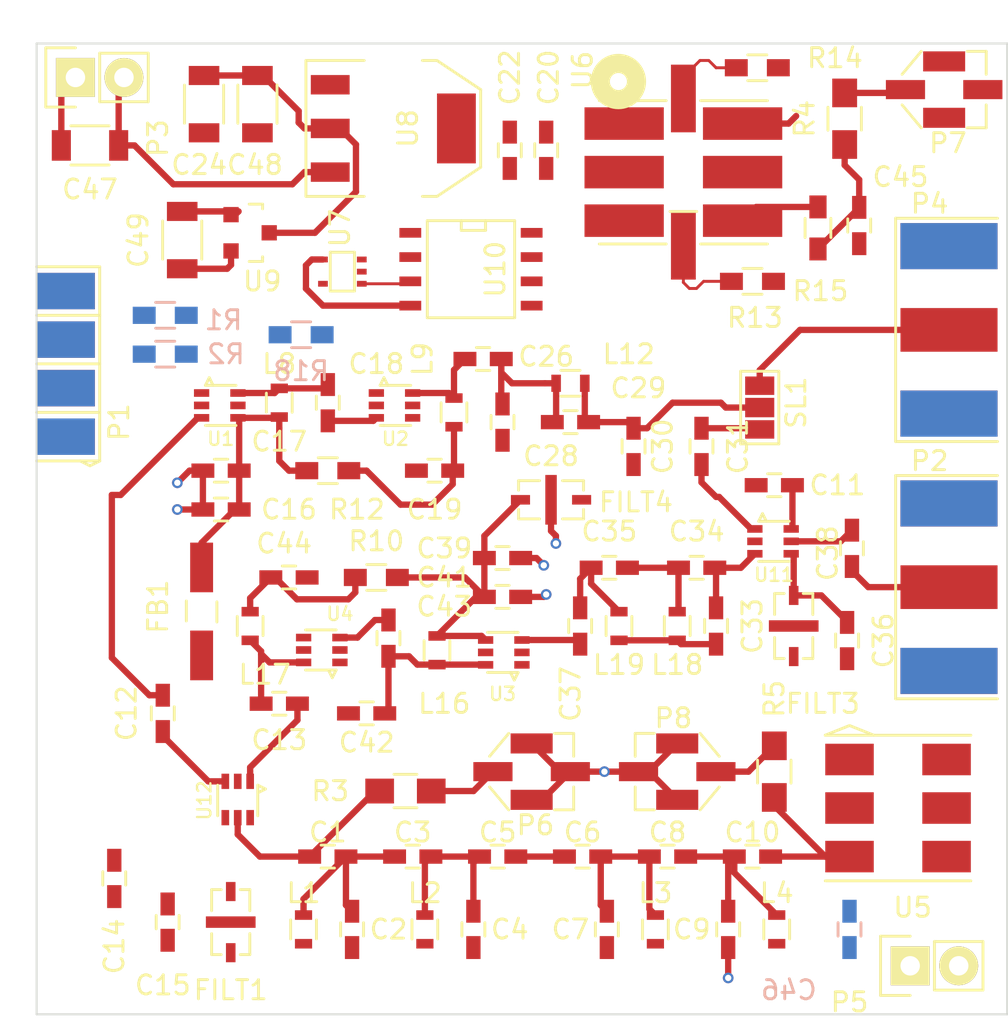
<source format=kicad_pcb>
(kicad_pcb (version 20171130) (host pcbnew "(5.1.12)-1")

  (general
    (thickness 1.6)
    (drawings 4)
    (tracks 251)
    (zones 0)
    (modules 90)
    (nets 59)
  )

  (page A4)
  (layers
    (0 F.Cu signal)
    (1 In1.Cu signal)
    (2 In2.Cu signal)
    (31 B.Cu signal)
    (32 B.Adhes user)
    (33 F.Adhes user)
    (34 B.Paste user)
    (35 F.Paste user)
    (36 B.SilkS user)
    (37 F.SilkS user)
    (38 B.Mask user)
    (39 F.Mask user)
    (40 Dwgs.User user)
    (41 Cmts.User user)
    (42 Eco1.User user)
    (43 Eco2.User user)
    (44 Edge.Cuts user)
    (45 Margin user)
    (46 B.CrtYd user)
    (47 F.CrtYd user)
    (48 B.Fab user)
    (49 F.Fab user)
  )

  (setup
    (last_trace_width 0.3302)
    (user_trace_width 0.1524)
    (user_trace_width 0.2032)
    (user_trace_width 0.3302)
    (trace_clearance 0.1524)
    (zone_clearance 0.508)
    (zone_45_only no)
    (trace_min 0.127)
    (via_size 0.5588)
    (via_drill 0.3302)
    (via_min_size 0.3302)
    (via_min_drill 0.254)
    (uvia_size 0.3)
    (uvia_drill 0.1)
    (uvias_allowed no)
    (uvia_min_size 0)
    (uvia_min_drill 0)
    (edge_width 0.1)
    (segment_width 0.2)
    (pcb_text_width 0.3)
    (pcb_text_size 1.5 1.5)
    (mod_edge_width 0.15)
    (mod_text_size 1 1)
    (mod_text_width 0.15)
    (pad_size 1.5 1.5)
    (pad_drill 0.6)
    (pad_to_mask_clearance 0)
    (aux_axis_origin 0 0)
    (visible_elements 7FFFFFFF)
    (pcbplotparams
      (layerselection 0x00030_80000001)
      (usegerberextensions false)
      (usegerberattributes true)
      (usegerberadvancedattributes true)
      (creategerberjobfile true)
      (excludeedgelayer true)
      (linewidth 0.100000)
      (plotframeref false)
      (viasonmask false)
      (mode 1)
      (useauxorigin false)
      (hpglpennumber 1)
      (hpglpenspeed 20)
      (hpglpendiameter 15.000000)
      (psnegative false)
      (psa4output false)
      (plotreference true)
      (plotvalue true)
      (plotinvisibletext false)
      (padsonsilk false)
      (subtractmaskfromsilk false)
      (outputformat 1)
      (mirror false)
      (drillshape 1)
      (scaleselection 1)
      (outputdirectory ""))
  )

  (net 0 "")
  (net 1 "Net-(C1-Pad1)")
  (net 2 "Net-(C1-Pad2)")
  (net 3 GND)
  (net 4 "Net-(C3-Pad1)")
  (net 5 "Net-(C5-Pad1)")
  (net 6 "Net-(C6-Pad1)")
  (net 7 "Net-(C10-Pad2)")
  (net 8 "Net-(C10-Pad1)")
  (net 9 /VTX)
  (net 10 "Net-(C12-Pad1)")
  (net 11 "Net-(C12-Pad2)")
  (net 12 "Net-(C13-Pad1)")
  (net 13 "Net-(C13-Pad2)")
  (net 14 "Net-(C15-Pad1)")
  (net 15 "Net-(C16-Pad1)")
  (net 16 "Net-(C18-Pad1)")
  (net 17 "Net-(C18-Pad2)")
  (net 18 "Net-(C19-Pad1)")
  (net 19 +3.3V)
  (net 20 /3V3)
  (net 21 /5V)
  (net 22 "Net-(C26-Pad1)")
  (net 23 "Net-(C26-Pad2)")
  (net 24 /TX_P)
  (net 25 /TX_SL)
  (net 26 "Net-(C31-Pad2)")
  (net 27 "Net-(C33-Pad1)")
  (net 28 "Net-(C34-Pad1)")
  (net 29 "Net-(C35-Pad1)")
  (net 30 "Net-(C36-Pad1)")
  (net 31 "Net-(C37-Pad1)")
  (net 32 "Net-(C38-Pad1)")
  (net 33 "Net-(C38-Pad2)")
  (net 34 "Net-(C39-Pad1)")
  (net 35 "Net-(C42-Pad2)")
  (net 36 "Net-(C43-Pad1)")
  (net 37 "Net-(C44-Pad1)")
  (net 38 /LO)
  (net 39 "Net-(C45-Pad2)")
  (net 40 /IF)
  (net 41 "Net-(C46-Pad2)")
  (net 42 /VIN)
  (net 43 /VRX)
  (net 44 "Net-(P1-Pad1)")
  (net 45 /SDA)
  (net 46 /EN_TX)
  (net 47 /EN_RX)
  (net 48 /SCL)
  (net 49 "Net-(P1-Pad2)")
  (net 50 "Net-(P4-Pad1)")
  (net 51 "Net-(P6-Pad1)")
  (net 52 "Net-(P7-Pad1)")
  (net 53 "Net-(P8-Pad1)")
  (net 54 "Net-(R15-Pad2)")
  (net 55 "Net-(R18-Pad2)")
  (net 56 "Net-(U6-Pad5)")
  (net 57 "Net-(U10-Pad8)")
  (net 58 "Net-(U10-Pad5)")

  (net_class Default "This is the default net class."
    (clearance 0.1524)
    (trace_width 0.3302)
    (via_dia 0.5588)
    (via_drill 0.3302)
    (uvia_dia 0.3)
    (uvia_drill 0.1)
    (add_net +3.3V)
    (add_net /3V3)
    (add_net /5V)
    (add_net /IF)
    (add_net /LO)
    (add_net /TX_P)
    (add_net /TX_SL)
    (add_net /VIN)
    (add_net /VRX)
    (add_net /VTX)
    (add_net GND)
    (add_net "Net-(C1-Pad1)")
    (add_net "Net-(C1-Pad2)")
    (add_net "Net-(C10-Pad1)")
    (add_net "Net-(C10-Pad2)")
    (add_net "Net-(C12-Pad1)")
    (add_net "Net-(C12-Pad2)")
    (add_net "Net-(C13-Pad1)")
    (add_net "Net-(C13-Pad2)")
    (add_net "Net-(C15-Pad1)")
    (add_net "Net-(C16-Pad1)")
    (add_net "Net-(C18-Pad1)")
    (add_net "Net-(C18-Pad2)")
    (add_net "Net-(C19-Pad1)")
    (add_net "Net-(C26-Pad1)")
    (add_net "Net-(C26-Pad2)")
    (add_net "Net-(C3-Pad1)")
    (add_net "Net-(C31-Pad2)")
    (add_net "Net-(C33-Pad1)")
    (add_net "Net-(C34-Pad1)")
    (add_net "Net-(C35-Pad1)")
    (add_net "Net-(C36-Pad1)")
    (add_net "Net-(C37-Pad1)")
    (add_net "Net-(C38-Pad1)")
    (add_net "Net-(C38-Pad2)")
    (add_net "Net-(C39-Pad1)")
    (add_net "Net-(C42-Pad2)")
    (add_net "Net-(C43-Pad1)")
    (add_net "Net-(C44-Pad1)")
    (add_net "Net-(C45-Pad2)")
    (add_net "Net-(C46-Pad2)")
    (add_net "Net-(C5-Pad1)")
    (add_net "Net-(C6-Pad1)")
    (add_net "Net-(P1-Pad1)")
    (add_net "Net-(P1-Pad2)")
    (add_net "Net-(P4-Pad1)")
    (add_net "Net-(P6-Pad1)")
    (add_net "Net-(P7-Pad1)")
    (add_net "Net-(P8-Pad1)")
    (add_net "Net-(R15-Pad2)")
    (add_net "Net-(R18-Pad2)")
    (add_net "Net-(U10-Pad5)")
    (add_net "Net-(U10-Pad8)")
    (add_net "Net-(U6-Pad5)")
  )

  (net_class Sig ""
    (clearance 0.1524)
    (trace_width 0.1524)
    (via_dia 0.5588)
    (via_drill 0.3302)
    (uvia_dia 0.3)
    (uvia_drill 0.1)
    (add_net /EN_RX)
    (add_net /EN_TX)
    (add_net /SCL)
    (add_net /SDA)
  )

  (module Capacitors_SMD:C_0603_HandSoldering placed (layer F.Cu) (tedit 5568F405) (tstamp 5568F1BB)
    (at 139.7 131.445 180)
    (descr "Capacitor SMD 0603, hand soldering")
    (tags "capacitor 0603")
    (path /551A5272)
    (attr smd)
    (fp_text reference C1 (at 0 1.27 180) (layer F.SilkS)
      (effects (font (size 1 1) (thickness 0.15)))
    )
    (fp_text value 2.7p (at 0 1.9 180) (layer F.Fab)
      (effects (font (size 1 1) (thickness 0.15)))
    )
    (fp_line (start 0.35 0.6) (end -0.35 0.6) (layer F.SilkS) (width 0.15))
    (fp_line (start -0.35 -0.6) (end 0.35 -0.6) (layer F.SilkS) (width 0.15))
    (fp_line (start 1.85 -0.75) (end 1.85 0.75) (layer F.CrtYd) (width 0.05))
    (fp_line (start -1.85 -0.75) (end -1.85 0.75) (layer F.CrtYd) (width 0.05))
    (fp_line (start -1.85 0.75) (end 1.85 0.75) (layer F.CrtYd) (width 0.05))
    (fp_line (start -1.85 -0.75) (end 1.85 -0.75) (layer F.CrtYd) (width 0.05))
    (pad 1 smd rect (at -0.95 0 180) (size 1.2 0.75) (layers F.Cu F.Paste F.Mask)
      (net 1 "Net-(C1-Pad1)"))
    (pad 2 smd rect (at 0.95 0 180) (size 1.2 0.75) (layers F.Cu F.Paste F.Mask)
      (net 2 "Net-(C1-Pad2)"))
    (model Capacitors_SMD.3dshapes/C_0603_HandSoldering.wrl
      (at (xyz 0 0 0))
      (scale (xyz 1 1 1))
      (rotate (xyz 0 0 0))
    )
  )

  (module Capacitors_SMD:C_0603_HandSoldering placed (layer F.Cu) (tedit 5568F421) (tstamp 5568F1C1)
    (at 140.97 135.255 270)
    (descr "Capacitor SMD 0603, hand soldering")
    (tags "capacitor 0603")
    (path /551A5255)
    (attr smd)
    (fp_text reference C2 (at 0 -1.905) (layer F.SilkS)
      (effects (font (size 1 1) (thickness 0.15)))
    )
    (fp_text value 8.2p (at 0 1.9 270) (layer F.Fab)
      (effects (font (size 1 1) (thickness 0.15)))
    )
    (fp_line (start 0.35 0.6) (end -0.35 0.6) (layer F.SilkS) (width 0.15))
    (fp_line (start -0.35 -0.6) (end 0.35 -0.6) (layer F.SilkS) (width 0.15))
    (fp_line (start 1.85 -0.75) (end 1.85 0.75) (layer F.CrtYd) (width 0.05))
    (fp_line (start -1.85 -0.75) (end -1.85 0.75) (layer F.CrtYd) (width 0.05))
    (fp_line (start -1.85 0.75) (end 1.85 0.75) (layer F.CrtYd) (width 0.05))
    (fp_line (start -1.85 -0.75) (end 1.85 -0.75) (layer F.CrtYd) (width 0.05))
    (pad 1 smd rect (at -0.95 0 270) (size 1.2 0.75) (layers F.Cu F.Paste F.Mask)
      (net 1 "Net-(C1-Pad1)"))
    (pad 2 smd rect (at 0.95 0 270) (size 1.2 0.75) (layers F.Cu F.Paste F.Mask)
      (net 3 GND))
    (model Capacitors_SMD.3dshapes/C_0603_HandSoldering.wrl
      (at (xyz 0 0 0))
      (scale (xyz 1 1 1))
      (rotate (xyz 0 0 0))
    )
  )

  (module Capacitors_SMD:C_0603_HandSoldering placed (layer F.Cu) (tedit 5568F408) (tstamp 5568F1C7)
    (at 144.145 131.445 180)
    (descr "Capacitor SMD 0603, hand soldering")
    (tags "capacitor 0603")
    (path /551A5399)
    (attr smd)
    (fp_text reference C3 (at 0 1.27 180) (layer F.SilkS)
      (effects (font (size 1 1) (thickness 0.15)))
    )
    (fp_text value .5p (at 0 1.9 180) (layer F.Fab)
      (effects (font (size 1 1) (thickness 0.15)))
    )
    (fp_line (start 0.35 0.6) (end -0.35 0.6) (layer F.SilkS) (width 0.15))
    (fp_line (start -0.35 -0.6) (end 0.35 -0.6) (layer F.SilkS) (width 0.15))
    (fp_line (start 1.85 -0.75) (end 1.85 0.75) (layer F.CrtYd) (width 0.05))
    (fp_line (start -1.85 -0.75) (end -1.85 0.75) (layer F.CrtYd) (width 0.05))
    (fp_line (start -1.85 0.75) (end 1.85 0.75) (layer F.CrtYd) (width 0.05))
    (fp_line (start -1.85 -0.75) (end 1.85 -0.75) (layer F.CrtYd) (width 0.05))
    (pad 1 smd rect (at -0.95 0 180) (size 1.2 0.75) (layers F.Cu F.Paste F.Mask)
      (net 4 "Net-(C3-Pad1)"))
    (pad 2 smd rect (at 0.95 0 180) (size 1.2 0.75) (layers F.Cu F.Paste F.Mask)
      (net 1 "Net-(C1-Pad1)"))
    (model Capacitors_SMD.3dshapes/C_0603_HandSoldering.wrl
      (at (xyz 0 0 0))
      (scale (xyz 1 1 1))
      (rotate (xyz 0 0 0))
    )
  )

  (module Capacitors_SMD:C_0603_HandSoldering placed (layer F.Cu) (tedit 5568F40C) (tstamp 5568F1CD)
    (at 147.32 135.255 270)
    (descr "Capacitor SMD 0603, hand soldering")
    (tags "capacitor 0603")
    (path /551A55E7)
    (attr smd)
    (fp_text reference C4 (at 0 -1.905) (layer F.SilkS)
      (effects (font (size 1 1) (thickness 0.15)))
    )
    (fp_text value 12p (at 0 1.9 270) (layer F.Fab)
      (effects (font (size 1 1) (thickness 0.15)))
    )
    (fp_line (start 0.35 0.6) (end -0.35 0.6) (layer F.SilkS) (width 0.15))
    (fp_line (start -0.35 -0.6) (end 0.35 -0.6) (layer F.SilkS) (width 0.15))
    (fp_line (start 1.85 -0.75) (end 1.85 0.75) (layer F.CrtYd) (width 0.05))
    (fp_line (start -1.85 -0.75) (end -1.85 0.75) (layer F.CrtYd) (width 0.05))
    (fp_line (start -1.85 0.75) (end 1.85 0.75) (layer F.CrtYd) (width 0.05))
    (fp_line (start -1.85 -0.75) (end 1.85 -0.75) (layer F.CrtYd) (width 0.05))
    (pad 1 smd rect (at -0.95 0 270) (size 1.2 0.75) (layers F.Cu F.Paste F.Mask)
      (net 4 "Net-(C3-Pad1)"))
    (pad 2 smd rect (at 0.95 0 270) (size 1.2 0.75) (layers F.Cu F.Paste F.Mask)
      (net 3 GND))
    (model Capacitors_SMD.3dshapes/C_0603_HandSoldering.wrl
      (at (xyz 0 0 0))
      (scale (xyz 1 1 1))
      (rotate (xyz 0 0 0))
    )
  )

  (module Capacitors_SMD:C_0603_HandSoldering placed (layer F.Cu) (tedit 5568F40A) (tstamp 5568F1D3)
    (at 148.59 131.445 180)
    (descr "Capacitor SMD 0603, hand soldering")
    (tags "capacitor 0603")
    (path /551A55ED)
    (attr smd)
    (fp_text reference C5 (at 0 1.27 180) (layer F.SilkS)
      (effects (font (size 1 1) (thickness 0.15)))
    )
    (fp_text value .5p (at 0 1.9 180) (layer F.Fab)
      (effects (font (size 1 1) (thickness 0.15)))
    )
    (fp_line (start 0.35 0.6) (end -0.35 0.6) (layer F.SilkS) (width 0.15))
    (fp_line (start -0.35 -0.6) (end 0.35 -0.6) (layer F.SilkS) (width 0.15))
    (fp_line (start 1.85 -0.75) (end 1.85 0.75) (layer F.CrtYd) (width 0.05))
    (fp_line (start -1.85 -0.75) (end -1.85 0.75) (layer F.CrtYd) (width 0.05))
    (fp_line (start -1.85 0.75) (end 1.85 0.75) (layer F.CrtYd) (width 0.05))
    (fp_line (start -1.85 -0.75) (end 1.85 -0.75) (layer F.CrtYd) (width 0.05))
    (pad 1 smd rect (at -0.95 0 180) (size 1.2 0.75) (layers F.Cu F.Paste F.Mask)
      (net 5 "Net-(C5-Pad1)"))
    (pad 2 smd rect (at 0.95 0 180) (size 1.2 0.75) (layers F.Cu F.Paste F.Mask)
      (net 4 "Net-(C3-Pad1)"))
    (model Capacitors_SMD.3dshapes/C_0603_HandSoldering.wrl
      (at (xyz 0 0 0))
      (scale (xyz 1 1 1))
      (rotate (xyz 0 0 0))
    )
  )

  (module Capacitors_SMD:C_0603_HandSoldering placed (layer F.Cu) (tedit 5568F417) (tstamp 5568F1D9)
    (at 153.035 131.445 180)
    (descr "Capacitor SMD 0603, hand soldering")
    (tags "capacitor 0603")
    (path /551A6352)
    (attr smd)
    (fp_text reference C6 (at 0 1.27 180) (layer F.SilkS)
      (effects (font (size 1 1) (thickness 0.15)))
    )
    (fp_text value 1p (at 0 1.9 180) (layer F.Fab)
      (effects (font (size 1 1) (thickness 0.15)))
    )
    (fp_line (start 0.35 0.6) (end -0.35 0.6) (layer F.SilkS) (width 0.15))
    (fp_line (start -0.35 -0.6) (end 0.35 -0.6) (layer F.SilkS) (width 0.15))
    (fp_line (start 1.85 -0.75) (end 1.85 0.75) (layer F.CrtYd) (width 0.05))
    (fp_line (start -1.85 -0.75) (end -1.85 0.75) (layer F.CrtYd) (width 0.05))
    (fp_line (start -1.85 0.75) (end 1.85 0.75) (layer F.CrtYd) (width 0.05))
    (fp_line (start -1.85 -0.75) (end 1.85 -0.75) (layer F.CrtYd) (width 0.05))
    (pad 1 smd rect (at -0.95 0 180) (size 1.2 0.75) (layers F.Cu F.Paste F.Mask)
      (net 6 "Net-(C6-Pad1)"))
    (pad 2 smd rect (at 0.95 0 180) (size 1.2 0.75) (layers F.Cu F.Paste F.Mask)
      (net 5 "Net-(C5-Pad1)"))
    (model Capacitors_SMD.3dshapes/C_0603_HandSoldering.wrl
      (at (xyz 0 0 0))
      (scale (xyz 1 1 1))
      (rotate (xyz 0 0 0))
    )
  )

  (module Capacitors_SMD:C_0603_HandSoldering placed (layer F.Cu) (tedit 5568F40F) (tstamp 5568F1DF)
    (at 154.305 135.255 270)
    (descr "Capacitor SMD 0603, hand soldering")
    (tags "capacitor 0603")
    (path /551A57F5)
    (attr smd)
    (fp_text reference C7 (at 0 1.905) (layer F.SilkS)
      (effects (font (size 1 1) (thickness 0.15)))
    )
    (fp_text value 12p (at 0 1.9 270) (layer F.Fab)
      (effects (font (size 1 1) (thickness 0.15)))
    )
    (fp_line (start 0.35 0.6) (end -0.35 0.6) (layer F.SilkS) (width 0.15))
    (fp_line (start -0.35 -0.6) (end 0.35 -0.6) (layer F.SilkS) (width 0.15))
    (fp_line (start 1.85 -0.75) (end 1.85 0.75) (layer F.CrtYd) (width 0.05))
    (fp_line (start -1.85 -0.75) (end -1.85 0.75) (layer F.CrtYd) (width 0.05))
    (fp_line (start -1.85 0.75) (end 1.85 0.75) (layer F.CrtYd) (width 0.05))
    (fp_line (start -1.85 -0.75) (end 1.85 -0.75) (layer F.CrtYd) (width 0.05))
    (pad 1 smd rect (at -0.95 0 270) (size 1.2 0.75) (layers F.Cu F.Paste F.Mask)
      (net 6 "Net-(C6-Pad1)"))
    (pad 2 smd rect (at 0.95 0 270) (size 1.2 0.75) (layers F.Cu F.Paste F.Mask)
      (net 3 GND))
    (model Capacitors_SMD.3dshapes/C_0603_HandSoldering.wrl
      (at (xyz 0 0 0))
      (scale (xyz 1 1 1))
      (rotate (xyz 0 0 0))
    )
  )

  (module Capacitors_SMD:C_0603_HandSoldering placed (layer F.Cu) (tedit 5568F41C) (tstamp 5568F1E5)
    (at 157.48 131.445 180)
    (descr "Capacitor SMD 0603, hand soldering")
    (tags "capacitor 0603")
    (path /551A57FB)
    (attr smd)
    (fp_text reference C8 (at 0 1.27 180) (layer F.SilkS)
      (effects (font (size 1 1) (thickness 0.15)))
    )
    (fp_text value .5p (at 0 1.9 180) (layer F.Fab)
      (effects (font (size 1 1) (thickness 0.15)))
    )
    (fp_line (start 0.35 0.6) (end -0.35 0.6) (layer F.SilkS) (width 0.15))
    (fp_line (start -0.35 -0.6) (end 0.35 -0.6) (layer F.SilkS) (width 0.15))
    (fp_line (start 1.85 -0.75) (end 1.85 0.75) (layer F.CrtYd) (width 0.05))
    (fp_line (start -1.85 -0.75) (end -1.85 0.75) (layer F.CrtYd) (width 0.05))
    (fp_line (start -1.85 0.75) (end 1.85 0.75) (layer F.CrtYd) (width 0.05))
    (fp_line (start -1.85 -0.75) (end 1.85 -0.75) (layer F.CrtYd) (width 0.05))
    (pad 1 smd rect (at -0.95 0 180) (size 1.2 0.75) (layers F.Cu F.Paste F.Mask)
      (net 7 "Net-(C10-Pad2)"))
    (pad 2 smd rect (at 0.95 0 180) (size 1.2 0.75) (layers F.Cu F.Paste F.Mask)
      (net 6 "Net-(C6-Pad1)"))
    (model Capacitors_SMD.3dshapes/C_0603_HandSoldering.wrl
      (at (xyz 0 0 0))
      (scale (xyz 1 1 1))
      (rotate (xyz 0 0 0))
    )
  )

  (module Capacitors_SMD:C_0603_HandSoldering placed (layer F.Cu) (tedit 5568F415) (tstamp 5568F1EB)
    (at 160.655 135.255 270)
    (descr "Capacitor SMD 0603, hand soldering")
    (tags "capacitor 0603")
    (path /551A5807)
    (attr smd)
    (fp_text reference C9 (at 0 1.905) (layer F.SilkS)
      (effects (font (size 1 1) (thickness 0.15)))
    )
    (fp_text value 8.2p (at 0 1.9 270) (layer F.Fab)
      (effects (font (size 1 1) (thickness 0.15)))
    )
    (fp_line (start 0.35 0.6) (end -0.35 0.6) (layer F.SilkS) (width 0.15))
    (fp_line (start -0.35 -0.6) (end 0.35 -0.6) (layer F.SilkS) (width 0.15))
    (fp_line (start 1.85 -0.75) (end 1.85 0.75) (layer F.CrtYd) (width 0.05))
    (fp_line (start -1.85 -0.75) (end -1.85 0.75) (layer F.CrtYd) (width 0.05))
    (fp_line (start -1.85 0.75) (end 1.85 0.75) (layer F.CrtYd) (width 0.05))
    (fp_line (start -1.85 -0.75) (end 1.85 -0.75) (layer F.CrtYd) (width 0.05))
    (pad 1 smd rect (at -0.95 0 270) (size 1.2 0.75) (layers F.Cu F.Paste F.Mask)
      (net 7 "Net-(C10-Pad2)"))
    (pad 2 smd rect (at 0.95 0 270) (size 1.2 0.75) (layers F.Cu F.Paste F.Mask)
      (net 3 GND))
    (model Capacitors_SMD.3dshapes/C_0603_HandSoldering.wrl
      (at (xyz 0 0 0))
      (scale (xyz 1 1 1))
      (rotate (xyz 0 0 0))
    )
  )

  (module Capacitors_SMD:C_0603_HandSoldering placed (layer F.Cu) (tedit 5568F41A) (tstamp 5568F1F1)
    (at 161.925 131.445 180)
    (descr "Capacitor SMD 0603, hand soldering")
    (tags "capacitor 0603")
    (path /551A580D)
    (attr smd)
    (fp_text reference C10 (at 0 1.27 180) (layer F.SilkS)
      (effects (font (size 1 1) (thickness 0.15)))
    )
    (fp_text value 2.7p (at 0 1.9 180) (layer F.Fab)
      (effects (font (size 1 1) (thickness 0.15)))
    )
    (fp_line (start 0.35 0.6) (end -0.35 0.6) (layer F.SilkS) (width 0.15))
    (fp_line (start -0.35 -0.6) (end 0.35 -0.6) (layer F.SilkS) (width 0.15))
    (fp_line (start 1.85 -0.75) (end 1.85 0.75) (layer F.CrtYd) (width 0.05))
    (fp_line (start -1.85 -0.75) (end -1.85 0.75) (layer F.CrtYd) (width 0.05))
    (fp_line (start -1.85 0.75) (end 1.85 0.75) (layer F.CrtYd) (width 0.05))
    (fp_line (start -1.85 -0.75) (end 1.85 -0.75) (layer F.CrtYd) (width 0.05))
    (pad 1 smd rect (at -0.95 0 180) (size 1.2 0.75) (layers F.Cu F.Paste F.Mask)
      (net 8 "Net-(C10-Pad1)"))
    (pad 2 smd rect (at 0.95 0 180) (size 1.2 0.75) (layers F.Cu F.Paste F.Mask)
      (net 7 "Net-(C10-Pad2)"))
    (model Capacitors_SMD.3dshapes/C_0603_HandSoldering.wrl
      (at (xyz 0 0 0))
      (scale (xyz 1 1 1))
      (rotate (xyz 0 0 0))
    )
  )

  (module Capacitors_SMD:C_0603_HandSoldering placed (layer F.Cu) (tedit 556A4773) (tstamp 5568F1F7)
    (at 163.068 112.014 180)
    (descr "Capacitor SMD 0603, hand soldering")
    (tags "capacitor 0603")
    (path /5545AE59)
    (attr smd)
    (fp_text reference C11 (at -3.302 0 180) (layer F.SilkS)
      (effects (font (size 1 1) (thickness 0.15)))
    )
    (fp_text value .01u (at 0 1.9 180) (layer F.Fab)
      (effects (font (size 1 1) (thickness 0.15)))
    )
    (fp_line (start 0.35 0.6) (end -0.35 0.6) (layer F.SilkS) (width 0.15))
    (fp_line (start -0.35 -0.6) (end 0.35 -0.6) (layer F.SilkS) (width 0.15))
    (fp_line (start 1.85 -0.75) (end 1.85 0.75) (layer F.CrtYd) (width 0.05))
    (fp_line (start -1.85 -0.75) (end -1.85 0.75) (layer F.CrtYd) (width 0.05))
    (fp_line (start -1.85 0.75) (end 1.85 0.75) (layer F.CrtYd) (width 0.05))
    (fp_line (start -1.85 -0.75) (end 1.85 -0.75) (layer F.CrtYd) (width 0.05))
    (pad 1 smd rect (at -0.95 0 180) (size 1.2 0.75) (layers F.Cu F.Paste F.Mask)
      (net 9 /VTX))
    (pad 2 smd rect (at 0.95 0 180) (size 1.2 0.75) (layers F.Cu F.Paste F.Mask)
      (net 3 GND))
    (model Capacitors_SMD.3dshapes/C_0603_HandSoldering.wrl
      (at (xyz 0 0 0))
      (scale (xyz 1 1 1))
      (rotate (xyz 0 0 0))
    )
  )

  (module Capacitors_SMD:C_0603_HandSoldering placed (layer F.Cu) (tedit 541A9B4D) (tstamp 5568F1FD)
    (at 131.064 123.952 90)
    (descr "Capacitor SMD 0603, hand soldering")
    (tags "capacitor 0603")
    (path /551B685C)
    (attr smd)
    (fp_text reference C12 (at 0 -1.9 90) (layer F.SilkS)
      (effects (font (size 1 1) (thickness 0.15)))
    )
    (fp_text value 470p (at 0 1.9 90) (layer F.Fab)
      (effects (font (size 1 1) (thickness 0.15)))
    )
    (fp_line (start 0.35 0.6) (end -0.35 0.6) (layer F.SilkS) (width 0.15))
    (fp_line (start -0.35 -0.6) (end 0.35 -0.6) (layer F.SilkS) (width 0.15))
    (fp_line (start 1.85 -0.75) (end 1.85 0.75) (layer F.CrtYd) (width 0.05))
    (fp_line (start -1.85 -0.75) (end -1.85 0.75) (layer F.CrtYd) (width 0.05))
    (fp_line (start -1.85 0.75) (end 1.85 0.75) (layer F.CrtYd) (width 0.05))
    (fp_line (start -1.85 -0.75) (end 1.85 -0.75) (layer F.CrtYd) (width 0.05))
    (pad 1 smd rect (at -0.95 0 90) (size 1.2 0.75) (layers F.Cu F.Paste F.Mask)
      (net 10 "Net-(C12-Pad1)"))
    (pad 2 smd rect (at 0.95 0 90) (size 1.2 0.75) (layers F.Cu F.Paste F.Mask)
      (net 11 "Net-(C12-Pad2)"))
    (model Capacitors_SMD.3dshapes/C_0603_HandSoldering.wrl
      (at (xyz 0 0 0))
      (scale (xyz 1 1 1))
      (rotate (xyz 0 0 0))
    )
  )

  (module Capacitors_SMD:C_0603_HandSoldering placed (layer F.Cu) (tedit 541A9B4D) (tstamp 5568F203)
    (at 137.16 123.444 180)
    (descr "Capacitor SMD 0603, hand soldering")
    (tags "capacitor 0603")
    (path /55455000)
    (attr smd)
    (fp_text reference C13 (at 0 -1.9 180) (layer F.SilkS)
      (effects (font (size 1 1) (thickness 0.15)))
    )
    (fp_text value 470p (at 0 1.9 180) (layer F.Fab)
      (effects (font (size 1 1) (thickness 0.15)))
    )
    (fp_line (start 0.35 0.6) (end -0.35 0.6) (layer F.SilkS) (width 0.15))
    (fp_line (start -0.35 -0.6) (end 0.35 -0.6) (layer F.SilkS) (width 0.15))
    (fp_line (start 1.85 -0.75) (end 1.85 0.75) (layer F.CrtYd) (width 0.05))
    (fp_line (start -1.85 -0.75) (end -1.85 0.75) (layer F.CrtYd) (width 0.05))
    (fp_line (start -1.85 0.75) (end 1.85 0.75) (layer F.CrtYd) (width 0.05))
    (fp_line (start -1.85 -0.75) (end 1.85 -0.75) (layer F.CrtYd) (width 0.05))
    (pad 1 smd rect (at -0.95 0 180) (size 1.2 0.75) (layers F.Cu F.Paste F.Mask)
      (net 12 "Net-(C13-Pad1)"))
    (pad 2 smd rect (at 0.95 0 180) (size 1.2 0.75) (layers F.Cu F.Paste F.Mask)
      (net 13 "Net-(C13-Pad2)"))
    (model Capacitors_SMD.3dshapes/C_0603_HandSoldering.wrl
      (at (xyz 0 0 0))
      (scale (xyz 1 1 1))
      (rotate (xyz 0 0 0))
    )
  )

  (module Capacitors_SMD:C_0603_HandSoldering placed (layer F.Cu) (tedit 556A0572) (tstamp 5568F209)
    (at 128.524 132.588 270)
    (descr "Capacitor SMD 0603, hand soldering")
    (tags "capacitor 0603")
    (path /5545A933)
    (attr smd)
    (fp_text reference C14 (at 3.556 0 270) (layer F.SilkS)
      (effects (font (size 1 1) (thickness 0.15)))
    )
    (fp_text value .01u (at 0 1.9 270) (layer F.Fab)
      (effects (font (size 1 1) (thickness 0.15)))
    )
    (fp_line (start 0.35 0.6) (end -0.35 0.6) (layer F.SilkS) (width 0.15))
    (fp_line (start -0.35 -0.6) (end 0.35 -0.6) (layer F.SilkS) (width 0.15))
    (fp_line (start 1.85 -0.75) (end 1.85 0.75) (layer F.CrtYd) (width 0.05))
    (fp_line (start -1.85 -0.75) (end -1.85 0.75) (layer F.CrtYd) (width 0.05))
    (fp_line (start -1.85 0.75) (end 1.85 0.75) (layer F.CrtYd) (width 0.05))
    (fp_line (start -1.85 -0.75) (end 1.85 -0.75) (layer F.CrtYd) (width 0.05))
    (pad 1 smd rect (at -0.95 0 270) (size 1.2 0.75) (layers F.Cu F.Paste F.Mask)
      (net 9 /VTX))
    (pad 2 smd rect (at 0.95 0 270) (size 1.2 0.75) (layers F.Cu F.Paste F.Mask)
      (net 3 GND))
    (model Capacitors_SMD.3dshapes/C_0603_HandSoldering.wrl
      (at (xyz 0 0 0))
      (scale (xyz 1 1 1))
      (rotate (xyz 0 0 0))
    )
  )

  (module Capacitors_SMD:C_0603_HandSoldering placed (layer F.Cu) (tedit 556A47DA) (tstamp 5568F20F)
    (at 131.318 134.874 270)
    (descr "Capacitor SMD 0603, hand soldering")
    (tags "capacitor 0603")
    (path /551B79D1)
    (attr smd)
    (fp_text reference C15 (at 3.302 0.254 180) (layer F.SilkS)
      (effects (font (size 1 1) (thickness 0.15)))
    )
    (fp_text value .01u (at 0 1.9 270) (layer F.Fab)
      (effects (font (size 1 1) (thickness 0.15)))
    )
    (fp_line (start 0.35 0.6) (end -0.35 0.6) (layer F.SilkS) (width 0.15))
    (fp_line (start -0.35 -0.6) (end 0.35 -0.6) (layer F.SilkS) (width 0.15))
    (fp_line (start 1.85 -0.75) (end 1.85 0.75) (layer F.CrtYd) (width 0.05))
    (fp_line (start -1.85 -0.75) (end -1.85 0.75) (layer F.CrtYd) (width 0.05))
    (fp_line (start -1.85 0.75) (end 1.85 0.75) (layer F.CrtYd) (width 0.05))
    (fp_line (start -1.85 -0.75) (end 1.85 -0.75) (layer F.CrtYd) (width 0.05))
    (pad 1 smd rect (at -0.95 0 270) (size 1.2 0.75) (layers F.Cu F.Paste F.Mask)
      (net 14 "Net-(C15-Pad1)"))
    (pad 2 smd rect (at 0.95 0 270) (size 1.2 0.75) (layers F.Cu F.Paste F.Mask)
      (net 3 GND))
    (model Capacitors_SMD.3dshapes/C_0603_HandSoldering.wrl
      (at (xyz 0 0 0))
      (scale (xyz 1 1 1))
      (rotate (xyz 0 0 0))
    )
  )

  (module Capacitors_SMD:C_0603_HandSoldering placed (layer F.Cu) (tedit 5569FAAE) (tstamp 5568F215)
    (at 134.112 113.284 180)
    (descr "Capacitor SMD 0603, hand soldering")
    (tags "capacitor 0603")
    (path /551BD7DB)
    (attr smd)
    (fp_text reference C16 (at -3.556 0 180) (layer F.SilkS)
      (effects (font (size 1 1) (thickness 0.15)))
    )
    (fp_text value .01u (at 0 1.9 180) (layer F.Fab)
      (effects (font (size 1 1) (thickness 0.15)))
    )
    (fp_line (start 0.35 0.6) (end -0.35 0.6) (layer F.SilkS) (width 0.15))
    (fp_line (start -0.35 -0.6) (end 0.35 -0.6) (layer F.SilkS) (width 0.15))
    (fp_line (start 1.85 -0.75) (end 1.85 0.75) (layer F.CrtYd) (width 0.05))
    (fp_line (start -1.85 -0.75) (end -1.85 0.75) (layer F.CrtYd) (width 0.05))
    (fp_line (start -1.85 0.75) (end 1.85 0.75) (layer F.CrtYd) (width 0.05))
    (fp_line (start -1.85 -0.75) (end 1.85 -0.75) (layer F.CrtYd) (width 0.05))
    (pad 1 smd rect (at -0.95 0 180) (size 1.2 0.75) (layers F.Cu F.Paste F.Mask)
      (net 15 "Net-(C16-Pad1)"))
    (pad 2 smd rect (at 0.95 0 180) (size 1.2 0.75) (layers F.Cu F.Paste F.Mask)
      (net 3 GND))
    (model Capacitors_SMD.3dshapes/C_0603_HandSoldering.wrl
      (at (xyz 0 0 0))
      (scale (xyz 1 1 1))
      (rotate (xyz 0 0 0))
    )
  )

  (module Capacitors_SMD:C_0603_HandSoldering placed (layer F.Cu) (tedit 5569FFE5) (tstamp 5568F21B)
    (at 134.112 111.252 180)
    (descr "Capacitor SMD 0603, hand soldering")
    (tags "capacitor 0603")
    (path /551BA4A7)
    (attr smd)
    (fp_text reference C17 (at -3.048 1.524 180) (layer F.SilkS)
      (effects (font (size 1 1) (thickness 0.15)))
    )
    (fp_text value .01u (at 0 1.9 180) (layer F.Fab)
      (effects (font (size 1 1) (thickness 0.15)))
    )
    (fp_line (start 0.35 0.6) (end -0.35 0.6) (layer F.SilkS) (width 0.15))
    (fp_line (start -0.35 -0.6) (end 0.35 -0.6) (layer F.SilkS) (width 0.15))
    (fp_line (start 1.85 -0.75) (end 1.85 0.75) (layer F.CrtYd) (width 0.05))
    (fp_line (start -1.85 -0.75) (end -1.85 0.75) (layer F.CrtYd) (width 0.05))
    (fp_line (start -1.85 0.75) (end 1.85 0.75) (layer F.CrtYd) (width 0.05))
    (fp_line (start -1.85 -0.75) (end 1.85 -0.75) (layer F.CrtYd) (width 0.05))
    (pad 1 smd rect (at -0.95 0 180) (size 1.2 0.75) (layers F.Cu F.Paste F.Mask)
      (net 15 "Net-(C16-Pad1)"))
    (pad 2 smd rect (at 0.95 0 180) (size 1.2 0.75) (layers F.Cu F.Paste F.Mask)
      (net 3 GND))
    (model Capacitors_SMD.3dshapes/C_0603_HandSoldering.wrl
      (at (xyz 0 0 0))
      (scale (xyz 1 1 1))
      (rotate (xyz 0 0 0))
    )
  )

  (module Capacitors_SMD:C_0603_HandSoldering placed (layer F.Cu) (tedit 5569FFDE) (tstamp 5568F221)
    (at 139.7 107.696 90)
    (descr "Capacitor SMD 0603, hand soldering")
    (tags "capacitor 0603")
    (path /551B9C32)
    (attr smd)
    (fp_text reference C18 (at 2.032 2.54 180) (layer F.SilkS)
      (effects (font (size 1 1) (thickness 0.15)))
    )
    (fp_text value 470p (at 0 1.9 90) (layer F.Fab)
      (effects (font (size 1 1) (thickness 0.15)))
    )
    (fp_line (start 0.35 0.6) (end -0.35 0.6) (layer F.SilkS) (width 0.15))
    (fp_line (start -0.35 -0.6) (end 0.35 -0.6) (layer F.SilkS) (width 0.15))
    (fp_line (start 1.85 -0.75) (end 1.85 0.75) (layer F.CrtYd) (width 0.05))
    (fp_line (start -1.85 -0.75) (end -1.85 0.75) (layer F.CrtYd) (width 0.05))
    (fp_line (start -1.85 0.75) (end 1.85 0.75) (layer F.CrtYd) (width 0.05))
    (fp_line (start -1.85 -0.75) (end 1.85 -0.75) (layer F.CrtYd) (width 0.05))
    (pad 1 smd rect (at -0.95 0 90) (size 1.2 0.75) (layers F.Cu F.Paste F.Mask)
      (net 16 "Net-(C18-Pad1)"))
    (pad 2 smd rect (at 0.95 0 90) (size 1.2 0.75) (layers F.Cu F.Paste F.Mask)
      (net 17 "Net-(C18-Pad2)"))
    (model Capacitors_SMD.3dshapes/C_0603_HandSoldering.wrl
      (at (xyz 0 0 0))
      (scale (xyz 1 1 1))
      (rotate (xyz 0 0 0))
    )
  )

  (module Capacitors_SMD:C_0603_HandSoldering placed (layer F.Cu) (tedit 556A4590) (tstamp 5568F227)
    (at 145.288 111.252 180)
    (descr "Capacitor SMD 0603, hand soldering")
    (tags "capacitor 0603")
    (path /551BB4D8)
    (attr smd)
    (fp_text reference C19 (at 0 -2.032 180) (layer F.SilkS)
      (effects (font (size 1 1) (thickness 0.15)))
    )
    (fp_text value .01u (at 0 1.9 180) (layer F.Fab)
      (effects (font (size 1 1) (thickness 0.15)))
    )
    (fp_line (start 0.35 0.6) (end -0.35 0.6) (layer F.SilkS) (width 0.15))
    (fp_line (start -0.35 -0.6) (end 0.35 -0.6) (layer F.SilkS) (width 0.15))
    (fp_line (start 1.85 -0.75) (end 1.85 0.75) (layer F.CrtYd) (width 0.05))
    (fp_line (start -1.85 -0.75) (end -1.85 0.75) (layer F.CrtYd) (width 0.05))
    (fp_line (start -1.85 0.75) (end 1.85 0.75) (layer F.CrtYd) (width 0.05))
    (fp_line (start -1.85 -0.75) (end 1.85 -0.75) (layer F.CrtYd) (width 0.05))
    (pad 1 smd rect (at -0.95 0 180) (size 1.2 0.75) (layers F.Cu F.Paste F.Mask)
      (net 18 "Net-(C19-Pad1)"))
    (pad 2 smd rect (at 0.95 0 180) (size 1.2 0.75) (layers F.Cu F.Paste F.Mask)
      (net 3 GND))
    (model Capacitors_SMD.3dshapes/C_0603_HandSoldering.wrl
      (at (xyz 0 0 0))
      (scale (xyz 1 1 1))
      (rotate (xyz 0 0 0))
    )
  )

  (module Capacitors_SMD:C_0603_HandSoldering placed (layer F.Cu) (tedit 556A4EE8) (tstamp 5568F22D)
    (at 151.13 94.488 270)
    (descr "Capacitor SMD 0603, hand soldering")
    (tags "capacitor 0603")
    (path /551E6B08)
    (attr smd)
    (fp_text reference C20 (at -3.81 -0.127 270) (layer F.SilkS)
      (effects (font (size 1 1) (thickness 0.15)))
    )
    (fp_text value .01u (at 0 1.9 270) (layer F.Fab)
      (effects (font (size 1 1) (thickness 0.15)))
    )
    (fp_line (start 0.35 0.6) (end -0.35 0.6) (layer F.SilkS) (width 0.15))
    (fp_line (start -0.35 -0.6) (end 0.35 -0.6) (layer F.SilkS) (width 0.15))
    (fp_line (start 1.85 -0.75) (end 1.85 0.75) (layer F.CrtYd) (width 0.05))
    (fp_line (start -1.85 -0.75) (end -1.85 0.75) (layer F.CrtYd) (width 0.05))
    (fp_line (start -1.85 0.75) (end 1.85 0.75) (layer F.CrtYd) (width 0.05))
    (fp_line (start -1.85 -0.75) (end 1.85 -0.75) (layer F.CrtYd) (width 0.05))
    (pad 1 smd rect (at -0.95 0 270) (size 1.2 0.75) (layers F.Cu F.Paste F.Mask)
      (net 19 +3.3V))
    (pad 2 smd rect (at 0.95 0 270) (size 1.2 0.75) (layers F.Cu F.Paste F.Mask)
      (net 3 GND))
    (model Capacitors_SMD.3dshapes/C_0603_HandSoldering.wrl
      (at (xyz 0 0 0))
      (scale (xyz 1 1 1))
      (rotate (xyz 0 0 0))
    )
  )

  (module Capacitors_SMD:C_0603_HandSoldering placed (layer F.Cu) (tedit 556A4EEB) (tstamp 5568F239)
    (at 149.225 94.488 270)
    (descr "Capacitor SMD 0603, hand soldering")
    (tags "capacitor 0603")
    (path /551E683E)
    (attr smd)
    (fp_text reference C22 (at -3.81 0 270) (layer F.SilkS)
      (effects (font (size 1 1) (thickness 0.15)))
    )
    (fp_text value .01u (at 0 1.9 270) (layer F.Fab)
      (effects (font (size 1 1) (thickness 0.15)))
    )
    (fp_line (start 0.35 0.6) (end -0.35 0.6) (layer F.SilkS) (width 0.15))
    (fp_line (start -0.35 -0.6) (end 0.35 -0.6) (layer F.SilkS) (width 0.15))
    (fp_line (start 1.85 -0.75) (end 1.85 0.75) (layer F.CrtYd) (width 0.05))
    (fp_line (start -1.85 -0.75) (end -1.85 0.75) (layer F.CrtYd) (width 0.05))
    (fp_line (start -1.85 0.75) (end 1.85 0.75) (layer F.CrtYd) (width 0.05))
    (fp_line (start -1.85 -0.75) (end 1.85 -0.75) (layer F.CrtYd) (width 0.05))
    (pad 1 smd rect (at -0.95 0 270) (size 1.2 0.75) (layers F.Cu F.Paste F.Mask)
      (net 19 +3.3V))
    (pad 2 smd rect (at 0.95 0 270) (size 1.2 0.75) (layers F.Cu F.Paste F.Mask)
      (net 3 GND))
    (model Capacitors_SMD.3dshapes/C_0603_HandSoldering.wrl
      (at (xyz 0 0 0))
      (scale (xyz 1 1 1))
      (rotate (xyz 0 0 0))
    )
  )

  (module Capacitors_SMD:C_1206 placed (layer F.Cu) (tedit 556A48B5) (tstamp 5568F245)
    (at 133.223 92.075 270)
    (descr "Capacitor SMD 1206, reflow soldering, AVX (see smccp.pdf)")
    (tags "capacitor 1206")
    (path /5564A0F2)
    (attr smd)
    (fp_text reference C24 (at 3.175 0.254) (layer F.SilkS)
      (effects (font (size 1 1) (thickness 0.15)))
    )
    (fp_text value 22u (at 0 2.3 270) (layer F.Fab)
      (effects (font (size 1 1) (thickness 0.15)))
    )
    (fp_line (start -1 1.025) (end 1 1.025) (layer F.SilkS) (width 0.15))
    (fp_line (start 1 -1.025) (end -1 -1.025) (layer F.SilkS) (width 0.15))
    (fp_line (start 2.3 -1.15) (end 2.3 1.15) (layer F.CrtYd) (width 0.05))
    (fp_line (start -2.3 -1.15) (end -2.3 1.15) (layer F.CrtYd) (width 0.05))
    (fp_line (start -2.3 1.15) (end 2.3 1.15) (layer F.CrtYd) (width 0.05))
    (fp_line (start -2.3 -1.15) (end 2.3 -1.15) (layer F.CrtYd) (width 0.05))
    (pad 1 smd rect (at -1.5 0 270) (size 1 1.6) (layers F.Cu F.Paste F.Mask)
      (net 21 /5V))
    (pad 2 smd rect (at 1.5 0 270) (size 1 1.6) (layers F.Cu F.Paste F.Mask)
      (net 3 GND))
    (model Capacitors_SMD.3dshapes/C_1206.wrl
      (at (xyz 0 0 0))
      (scale (xyz 1 1 1))
      (rotate (xyz 0 0 0))
    )
  )

  (module Capacitors_SMD:C_0603_HandSoldering placed (layer F.Cu) (tedit 556BB27B) (tstamp 5568F24B)
    (at 147.828 105.41 180)
    (descr "Capacitor SMD 0603, hand soldering")
    (tags "capacitor 0603")
    (path /551C8591)
    (attr smd)
    (fp_text reference C26 (at -3.302 0.127 180) (layer F.SilkS)
      (effects (font (size 1 1) (thickness 0.15)))
    )
    (fp_text value 15p (at 0 1.9 180) (layer F.Fab)
      (effects (font (size 1 1) (thickness 0.15)))
    )
    (fp_line (start 0.35 0.6) (end -0.35 0.6) (layer F.SilkS) (width 0.15))
    (fp_line (start -0.35 -0.6) (end 0.35 -0.6) (layer F.SilkS) (width 0.15))
    (fp_line (start 1.85 -0.75) (end 1.85 0.75) (layer F.CrtYd) (width 0.05))
    (fp_line (start -1.85 -0.75) (end -1.85 0.75) (layer F.CrtYd) (width 0.05))
    (fp_line (start -1.85 0.75) (end 1.85 0.75) (layer F.CrtYd) (width 0.05))
    (fp_line (start -1.85 -0.75) (end 1.85 -0.75) (layer F.CrtYd) (width 0.05))
    (pad 1 smd rect (at -0.95 0 180) (size 1.2 0.75) (layers F.Cu F.Paste F.Mask)
      (net 22 "Net-(C26-Pad1)"))
    (pad 2 smd rect (at 0.95 0 180) (size 1.2 0.75) (layers F.Cu F.Paste F.Mask)
      (net 23 "Net-(C26-Pad2)"))
    (model Capacitors_SMD.3dshapes/C_0603_HandSoldering.wrl
      (at (xyz 0 0 0))
      (scale (xyz 1 1 1))
      (rotate (xyz 0 0 0))
    )
  )

  (module Capacitors_SMD:C_0603_HandSoldering placed (layer F.Cu) (tedit 556A45A6) (tstamp 5568F251)
    (at 148.844 108.712 90)
    (descr "Capacitor SMD 0603, hand soldering")
    (tags "capacitor 0603")
    (path /551C889C)
    (attr smd)
    (fp_text reference C28 (at -1.778 2.54) (layer F.SilkS)
      (effects (font (size 1 1) (thickness 0.15)))
    )
    (fp_text value 15p (at 0 1.9 90) (layer F.Fab)
      (effects (font (size 1 1) (thickness 0.15)))
    )
    (fp_line (start 0.35 0.6) (end -0.35 0.6) (layer F.SilkS) (width 0.15))
    (fp_line (start -0.35 -0.6) (end 0.35 -0.6) (layer F.SilkS) (width 0.15))
    (fp_line (start 1.85 -0.75) (end 1.85 0.75) (layer F.CrtYd) (width 0.05))
    (fp_line (start -1.85 -0.75) (end -1.85 0.75) (layer F.CrtYd) (width 0.05))
    (fp_line (start -1.85 0.75) (end 1.85 0.75) (layer F.CrtYd) (width 0.05))
    (fp_line (start -1.85 -0.75) (end 1.85 -0.75) (layer F.CrtYd) (width 0.05))
    (pad 1 smd rect (at -0.95 0 90) (size 1.2 0.75) (layers F.Cu F.Paste F.Mask)
      (net 3 GND))
    (pad 2 smd rect (at 0.95 0 90) (size 1.2 0.75) (layers F.Cu F.Paste F.Mask)
      (net 22 "Net-(C26-Pad1)"))
    (model Capacitors_SMD.3dshapes/C_0603_HandSoldering.wrl
      (at (xyz 0 0 0))
      (scale (xyz 1 1 1))
      (rotate (xyz 0 0 0))
    )
  )

  (module Capacitors_SMD:C_0603_HandSoldering placed (layer F.Cu) (tedit 556A45A8) (tstamp 5568F257)
    (at 152.4 108.712)
    (descr "Capacitor SMD 0603, hand soldering")
    (tags "capacitor 0603")
    (path /551C8AD6)
    (attr smd)
    (fp_text reference C29 (at 3.556 -1.778) (layer F.SilkS)
      (effects (font (size 1 1) (thickness 0.15)))
    )
    (fp_text value 8.2p (at 0 1.9) (layer F.Fab)
      (effects (font (size 1 1) (thickness 0.15)))
    )
    (fp_line (start 0.35 0.6) (end -0.35 0.6) (layer F.SilkS) (width 0.15))
    (fp_line (start -0.35 -0.6) (end 0.35 -0.6) (layer F.SilkS) (width 0.15))
    (fp_line (start 1.85 -0.75) (end 1.85 0.75) (layer F.CrtYd) (width 0.05))
    (fp_line (start -1.85 -0.75) (end -1.85 0.75) (layer F.CrtYd) (width 0.05))
    (fp_line (start -1.85 0.75) (end 1.85 0.75) (layer F.CrtYd) (width 0.05))
    (fp_line (start -1.85 -0.75) (end 1.85 -0.75) (layer F.CrtYd) (width 0.05))
    (pad 1 smd rect (at -0.95 0) (size 1.2 0.75) (layers F.Cu F.Paste F.Mask)
      (net 22 "Net-(C26-Pad1)"))
    (pad 2 smd rect (at 0.95 0) (size 1.2 0.75) (layers F.Cu F.Paste F.Mask)
      (net 24 /TX_P))
    (model Capacitors_SMD.3dshapes/C_0603_HandSoldering.wrl
      (at (xyz 0 0 0))
      (scale (xyz 1 1 1))
      (rotate (xyz 0 0 0))
    )
  )

  (module Capacitors_SMD:C_0603_HandSoldering placed (layer F.Cu) (tedit 556A044A) (tstamp 5568F25D)
    (at 155.702 109.982 90)
    (descr "Capacitor SMD 0603, hand soldering")
    (tags "capacitor 0603")
    (path /551C8930)
    (attr smd)
    (fp_text reference C30 (at 0 1.524 90) (layer F.SilkS)
      (effects (font (size 1 1) (thickness 0.15)))
    )
    (fp_text value 15p (at 0 1.9 90) (layer F.Fab)
      (effects (font (size 1 1) (thickness 0.15)))
    )
    (fp_line (start 0.35 0.6) (end -0.35 0.6) (layer F.SilkS) (width 0.15))
    (fp_line (start -0.35 -0.6) (end 0.35 -0.6) (layer F.SilkS) (width 0.15))
    (fp_line (start 1.85 -0.75) (end 1.85 0.75) (layer F.CrtYd) (width 0.05))
    (fp_line (start -1.85 -0.75) (end -1.85 0.75) (layer F.CrtYd) (width 0.05))
    (fp_line (start -1.85 0.75) (end 1.85 0.75) (layer F.CrtYd) (width 0.05))
    (fp_line (start -1.85 -0.75) (end 1.85 -0.75) (layer F.CrtYd) (width 0.05))
    (pad 1 smd rect (at -0.95 0 90) (size 1.2 0.75) (layers F.Cu F.Paste F.Mask)
      (net 3 GND))
    (pad 2 smd rect (at 0.95 0 90) (size 1.2 0.75) (layers F.Cu F.Paste F.Mask)
      (net 24 /TX_P))
    (model Capacitors_SMD.3dshapes/C_0603_HandSoldering.wrl
      (at (xyz 0 0 0))
      (scale (xyz 1 1 1))
      (rotate (xyz 0 0 0))
    )
  )

  (module Capacitors_SMD:C_0603_HandSoldering placed (layer F.Cu) (tedit 541A9B4D) (tstamp 5568F263)
    (at 159.258 109.982 270)
    (descr "Capacitor SMD 0603, hand soldering")
    (tags "capacitor 0603")
    (path /551E1B41)
    (attr smd)
    (fp_text reference C31 (at 0 -1.9 270) (layer F.SilkS)
      (effects (font (size 1 1) (thickness 0.15)))
    )
    (fp_text value 470p (at 0 1.9 270) (layer F.Fab)
      (effects (font (size 1 1) (thickness 0.15)))
    )
    (fp_line (start 0.35 0.6) (end -0.35 0.6) (layer F.SilkS) (width 0.15))
    (fp_line (start -0.35 -0.6) (end 0.35 -0.6) (layer F.SilkS) (width 0.15))
    (fp_line (start 1.85 -0.75) (end 1.85 0.75) (layer F.CrtYd) (width 0.05))
    (fp_line (start -1.85 -0.75) (end -1.85 0.75) (layer F.CrtYd) (width 0.05))
    (fp_line (start -1.85 0.75) (end 1.85 0.75) (layer F.CrtYd) (width 0.05))
    (fp_line (start -1.85 -0.75) (end 1.85 -0.75) (layer F.CrtYd) (width 0.05))
    (pad 1 smd rect (at -0.95 0 270) (size 1.2 0.75) (layers F.Cu F.Paste F.Mask)
      (net 25 /TX_SL))
    (pad 2 smd rect (at 0.95 0 270) (size 1.2 0.75) (layers F.Cu F.Paste F.Mask)
      (net 26 "Net-(C31-Pad2)"))
    (model Capacitors_SMD.3dshapes/C_0603_HandSoldering.wrl
      (at (xyz 0 0 0))
      (scale (xyz 1 1 1))
      (rotate (xyz 0 0 0))
    )
  )

  (module Capacitors_SMD:C_0603_HandSoldering placed (layer F.Cu) (tedit 541A9B4D) (tstamp 5568F269)
    (at 160.02 119.38 270)
    (descr "Capacitor SMD 0603, hand soldering")
    (tags "capacitor 0603")
    (path /551D0A29)
    (attr smd)
    (fp_text reference C33 (at 0 -1.9 270) (layer F.SilkS)
      (effects (font (size 1 1) (thickness 0.15)))
    )
    (fp_text value 47p (at 0 1.9 270) (layer F.Fab)
      (effects (font (size 1 1) (thickness 0.15)))
    )
    (fp_line (start 0.35 0.6) (end -0.35 0.6) (layer F.SilkS) (width 0.15))
    (fp_line (start -0.35 -0.6) (end 0.35 -0.6) (layer F.SilkS) (width 0.15))
    (fp_line (start 1.85 -0.75) (end 1.85 0.75) (layer F.CrtYd) (width 0.05))
    (fp_line (start -1.85 -0.75) (end -1.85 0.75) (layer F.CrtYd) (width 0.05))
    (fp_line (start -1.85 0.75) (end 1.85 0.75) (layer F.CrtYd) (width 0.05))
    (fp_line (start -1.85 -0.75) (end 1.85 -0.75) (layer F.CrtYd) (width 0.05))
    (pad 1 smd rect (at -0.95 0 270) (size 1.2 0.75) (layers F.Cu F.Paste F.Mask)
      (net 27 "Net-(C33-Pad1)"))
    (pad 2 smd rect (at 0.95 0 270) (size 1.2 0.75) (layers F.Cu F.Paste F.Mask)
      (net 3 GND))
    (model Capacitors_SMD.3dshapes/C_0603_HandSoldering.wrl
      (at (xyz 0 0 0))
      (scale (xyz 1 1 1))
      (rotate (xyz 0 0 0))
    )
  )

  (module Capacitors_SMD:C_0603_HandSoldering placed (layer F.Cu) (tedit 541A9B4D) (tstamp 5568F26F)
    (at 159.004 116.332)
    (descr "Capacitor SMD 0603, hand soldering")
    (tags "capacitor 0603")
    (path /551CF557)
    (attr smd)
    (fp_text reference C34 (at 0 -1.9) (layer F.SilkS)
      (effects (font (size 1 1) (thickness 0.15)))
    )
    (fp_text value 12p (at 0 1.9) (layer F.Fab)
      (effects (font (size 1 1) (thickness 0.15)))
    )
    (fp_line (start 0.35 0.6) (end -0.35 0.6) (layer F.SilkS) (width 0.15))
    (fp_line (start -0.35 -0.6) (end 0.35 -0.6) (layer F.SilkS) (width 0.15))
    (fp_line (start 1.85 -0.75) (end 1.85 0.75) (layer F.CrtYd) (width 0.05))
    (fp_line (start -1.85 -0.75) (end -1.85 0.75) (layer F.CrtYd) (width 0.05))
    (fp_line (start -1.85 0.75) (end 1.85 0.75) (layer F.CrtYd) (width 0.05))
    (fp_line (start -1.85 -0.75) (end 1.85 -0.75) (layer F.CrtYd) (width 0.05))
    (pad 1 smd rect (at -0.95 0) (size 1.2 0.75) (layers F.Cu F.Paste F.Mask)
      (net 28 "Net-(C34-Pad1)"))
    (pad 2 smd rect (at 0.95 0) (size 1.2 0.75) (layers F.Cu F.Paste F.Mask)
      (net 27 "Net-(C33-Pad1)"))
    (model Capacitors_SMD.3dshapes/C_0603_HandSoldering.wrl
      (at (xyz 0 0 0))
      (scale (xyz 1 1 1))
      (rotate (xyz 0 0 0))
    )
  )

  (module Capacitors_SMD:C_0603_HandSoldering placed (layer F.Cu) (tedit 541A9B4D) (tstamp 5568F275)
    (at 154.432 116.332)
    (descr "Capacitor SMD 0603, hand soldering")
    (tags "capacitor 0603")
    (path /551D0055)
    (attr smd)
    (fp_text reference C35 (at 0 -1.9) (layer F.SilkS)
      (effects (font (size 1 1) (thickness 0.15)))
    )
    (fp_text value 1p (at 0 1.9) (layer F.Fab)
      (effects (font (size 1 1) (thickness 0.15)))
    )
    (fp_line (start 0.35 0.6) (end -0.35 0.6) (layer F.SilkS) (width 0.15))
    (fp_line (start -0.35 -0.6) (end 0.35 -0.6) (layer F.SilkS) (width 0.15))
    (fp_line (start 1.85 -0.75) (end 1.85 0.75) (layer F.CrtYd) (width 0.05))
    (fp_line (start -1.85 -0.75) (end -1.85 0.75) (layer F.CrtYd) (width 0.05))
    (fp_line (start -1.85 0.75) (end 1.85 0.75) (layer F.CrtYd) (width 0.05))
    (fp_line (start -1.85 -0.75) (end 1.85 -0.75) (layer F.CrtYd) (width 0.05))
    (pad 1 smd rect (at -0.95 0) (size 1.2 0.75) (layers F.Cu F.Paste F.Mask)
      (net 29 "Net-(C35-Pad1)"))
    (pad 2 smd rect (at 0.95 0) (size 1.2 0.75) (layers F.Cu F.Paste F.Mask)
      (net 28 "Net-(C34-Pad1)"))
    (model Capacitors_SMD.3dshapes/C_0603_HandSoldering.wrl
      (at (xyz 0 0 0))
      (scale (xyz 1 1 1))
      (rotate (xyz 0 0 0))
    )
  )

  (module Capacitors_SMD:C_0603_HandSoldering placed (layer F.Cu) (tedit 541A9B4D) (tstamp 5568F27B)
    (at 166.878 120.142 270)
    (descr "Capacitor SMD 0603, hand soldering")
    (tags "capacitor 0603")
    (path /551D8A3B)
    (attr smd)
    (fp_text reference C36 (at 0 -1.9 270) (layer F.SilkS)
      (effects (font (size 1 1) (thickness 0.15)))
    )
    (fp_text value .01u (at 0 1.9 270) (layer F.Fab)
      (effects (font (size 1 1) (thickness 0.15)))
    )
    (fp_line (start 0.35 0.6) (end -0.35 0.6) (layer F.SilkS) (width 0.15))
    (fp_line (start -0.35 -0.6) (end 0.35 -0.6) (layer F.SilkS) (width 0.15))
    (fp_line (start 1.85 -0.75) (end 1.85 0.75) (layer F.CrtYd) (width 0.05))
    (fp_line (start -1.85 -0.75) (end -1.85 0.75) (layer F.CrtYd) (width 0.05))
    (fp_line (start -1.85 0.75) (end 1.85 0.75) (layer F.CrtYd) (width 0.05))
    (fp_line (start -1.85 -0.75) (end 1.85 -0.75) (layer F.CrtYd) (width 0.05))
    (pad 1 smd rect (at -0.95 0 270) (size 1.2 0.75) (layers F.Cu F.Paste F.Mask)
      (net 30 "Net-(C36-Pad1)"))
    (pad 2 smd rect (at 0.95 0 270) (size 1.2 0.75) (layers F.Cu F.Paste F.Mask)
      (net 3 GND))
    (model Capacitors_SMD.3dshapes/C_0603_HandSoldering.wrl
      (at (xyz 0 0 0))
      (scale (xyz 1 1 1))
      (rotate (xyz 0 0 0))
    )
  )

  (module Capacitors_SMD:C_0603_HandSoldering placed (layer F.Cu) (tedit 556A04E0) (tstamp 5568F281)
    (at 152.908 119.38 90)
    (descr "Capacitor SMD 0603, hand soldering")
    (tags "capacitor 0603")
    (path /551D023F)
    (attr smd)
    (fp_text reference C37 (at -3.556 -0.508 90) (layer F.SilkS)
      (effects (font (size 1 1) (thickness 0.15)))
    )
    (fp_text value 12p (at 0 1.9 90) (layer F.Fab)
      (effects (font (size 1 1) (thickness 0.15)))
    )
    (fp_line (start 0.35 0.6) (end -0.35 0.6) (layer F.SilkS) (width 0.15))
    (fp_line (start -0.35 -0.6) (end 0.35 -0.6) (layer F.SilkS) (width 0.15))
    (fp_line (start 1.85 -0.75) (end 1.85 0.75) (layer F.CrtYd) (width 0.05))
    (fp_line (start -1.85 -0.75) (end -1.85 0.75) (layer F.CrtYd) (width 0.05))
    (fp_line (start -1.85 0.75) (end 1.85 0.75) (layer F.CrtYd) (width 0.05))
    (fp_line (start -1.85 -0.75) (end 1.85 -0.75) (layer F.CrtYd) (width 0.05))
    (pad 1 smd rect (at -0.95 0 90) (size 1.2 0.75) (layers F.Cu F.Paste F.Mask)
      (net 31 "Net-(C37-Pad1)"))
    (pad 2 smd rect (at 0.95 0 90) (size 1.2 0.75) (layers F.Cu F.Paste F.Mask)
      (net 29 "Net-(C35-Pad1)"))
    (model Capacitors_SMD.3dshapes/C_0603_HandSoldering.wrl
      (at (xyz 0 0 0))
      (scale (xyz 1 1 1))
      (rotate (xyz 0 0 0))
    )
  )

  (module Capacitors_SMD:C_0603_HandSoldering placed (layer F.Cu) (tedit 556A474F) (tstamp 5568F287)
    (at 167.132 115.316 90)
    (descr "Capacitor SMD 0603, hand soldering")
    (tags "capacitor 0603")
    (path /551DE72F)
    (attr smd)
    (fp_text reference C38 (at -0.254 -1.27 90) (layer F.SilkS)
      (effects (font (size 1 1) (thickness 0.15)))
    )
    (fp_text value 470p (at 0 1.9 90) (layer F.Fab)
      (effects (font (size 1 1) (thickness 0.15)))
    )
    (fp_line (start 0.35 0.6) (end -0.35 0.6) (layer F.SilkS) (width 0.15))
    (fp_line (start -0.35 -0.6) (end 0.35 -0.6) (layer F.SilkS) (width 0.15))
    (fp_line (start 1.85 -0.75) (end 1.85 0.75) (layer F.CrtYd) (width 0.05))
    (fp_line (start -1.85 -0.75) (end -1.85 0.75) (layer F.CrtYd) (width 0.05))
    (fp_line (start -1.85 0.75) (end 1.85 0.75) (layer F.CrtYd) (width 0.05))
    (fp_line (start -1.85 -0.75) (end 1.85 -0.75) (layer F.CrtYd) (width 0.05))
    (pad 1 smd rect (at -0.95 0 90) (size 1.2 0.75) (layers F.Cu F.Paste F.Mask)
      (net 32 "Net-(C38-Pad1)"))
    (pad 2 smd rect (at 0.95 0 90) (size 1.2 0.75) (layers F.Cu F.Paste F.Mask)
      (net 33 "Net-(C38-Pad2)"))
    (model Capacitors_SMD.3dshapes/C_0603_HandSoldering.wrl
      (at (xyz 0 0 0))
      (scale (xyz 1 1 1))
      (rotate (xyz 0 0 0))
    )
  )

  (module Capacitors_SMD:C_0603_HandSoldering placed (layer F.Cu) (tedit 55691370) (tstamp 5568F28D)
    (at 148.844 115.824)
    (descr "Capacitor SMD 0603, hand soldering")
    (tags "capacitor 0603")
    (path /551CAC25)
    (attr smd)
    (fp_text reference C39 (at -3.048 -0.508) (layer F.SilkS)
      (effects (font (size 1 1) (thickness 0.15)))
    )
    (fp_text value .01u (at 0 1.9) (layer F.Fab)
      (effects (font (size 1 1) (thickness 0.15)))
    )
    (fp_line (start 0.35 0.6) (end -0.35 0.6) (layer F.SilkS) (width 0.15))
    (fp_line (start -0.35 -0.6) (end 0.35 -0.6) (layer F.SilkS) (width 0.15))
    (fp_line (start 1.85 -0.75) (end 1.85 0.75) (layer F.CrtYd) (width 0.05))
    (fp_line (start -1.85 -0.75) (end -1.85 0.75) (layer F.CrtYd) (width 0.05))
    (fp_line (start -1.85 0.75) (end 1.85 0.75) (layer F.CrtYd) (width 0.05))
    (fp_line (start -1.85 -0.75) (end 1.85 -0.75) (layer F.CrtYd) (width 0.05))
    (pad 1 smd rect (at -0.95 0) (size 1.2 0.75) (layers F.Cu F.Paste F.Mask)
      (net 34 "Net-(C39-Pad1)"))
    (pad 2 smd rect (at 0.95 0) (size 1.2 0.75) (layers F.Cu F.Paste F.Mask)
      (net 3 GND))
    (model Capacitors_SMD.3dshapes/C_0603_HandSoldering.wrl
      (at (xyz 0 0 0))
      (scale (xyz 1 1 1))
      (rotate (xyz 0 0 0))
    )
  )

  (module Capacitors_SMD:C_0603_HandSoldering placed (layer F.Cu) (tedit 5569136B) (tstamp 5568F299)
    (at 148.844 117.856)
    (descr "Capacitor SMD 0603, hand soldering")
    (tags "capacitor 0603")
    (path /551CABA7)
    (attr smd)
    (fp_text reference C41 (at -3.048 -1.016) (layer F.SilkS)
      (effects (font (size 1 1) (thickness 0.15)))
    )
    (fp_text value .01u (at 0 1.9) (layer F.Fab)
      (effects (font (size 1 1) (thickness 0.15)))
    )
    (fp_line (start 0.35 0.6) (end -0.35 0.6) (layer F.SilkS) (width 0.15))
    (fp_line (start -0.35 -0.6) (end 0.35 -0.6) (layer F.SilkS) (width 0.15))
    (fp_line (start 1.85 -0.75) (end 1.85 0.75) (layer F.CrtYd) (width 0.05))
    (fp_line (start -1.85 -0.75) (end -1.85 0.75) (layer F.CrtYd) (width 0.05))
    (fp_line (start -1.85 0.75) (end 1.85 0.75) (layer F.CrtYd) (width 0.05))
    (fp_line (start -1.85 -0.75) (end 1.85 -0.75) (layer F.CrtYd) (width 0.05))
    (pad 1 smd rect (at -0.95 0) (size 1.2 0.75) (layers F.Cu F.Paste F.Mask)
      (net 34 "Net-(C39-Pad1)"))
    (pad 2 smd rect (at 0.95 0) (size 1.2 0.75) (layers F.Cu F.Paste F.Mask)
      (net 3 GND))
    (model Capacitors_SMD.3dshapes/C_0603_HandSoldering.wrl
      (at (xyz 0 0 0))
      (scale (xyz 1 1 1))
      (rotate (xyz 0 0 0))
    )
  )

  (module Capacitors_SMD:C_0603_HandSoldering placed (layer F.Cu) (tedit 55691AF1) (tstamp 5568F29F)
    (at 141.732 123.952)
    (descr "Capacitor SMD 0603, hand soldering")
    (tags "capacitor 0603")
    (path /551CE9E4)
    (attr smd)
    (fp_text reference C42 (at 0 1.524) (layer F.SilkS)
      (effects (font (size 1 1) (thickness 0.15)))
    )
    (fp_text value 33p (at 0 1.9) (layer F.Fab)
      (effects (font (size 1 1) (thickness 0.15)))
    )
    (fp_line (start 0.35 0.6) (end -0.35 0.6) (layer F.SilkS) (width 0.15))
    (fp_line (start -0.35 -0.6) (end 0.35 -0.6) (layer F.SilkS) (width 0.15))
    (fp_line (start 1.85 -0.75) (end 1.85 0.75) (layer F.CrtYd) (width 0.05))
    (fp_line (start -1.85 -0.75) (end -1.85 0.75) (layer F.CrtYd) (width 0.05))
    (fp_line (start -1.85 0.75) (end 1.85 0.75) (layer F.CrtYd) (width 0.05))
    (fp_line (start -1.85 -0.75) (end 1.85 -0.75) (layer F.CrtYd) (width 0.05))
    (pad 1 smd rect (at -0.95 0) (size 1.2 0.75) (layers F.Cu F.Paste F.Mask)
      (net 3 GND))
    (pad 2 smd rect (at 0.95 0) (size 1.2 0.75) (layers F.Cu F.Paste F.Mask)
      (net 35 "Net-(C42-Pad2)"))
    (model Capacitors_SMD.3dshapes/C_0603_HandSoldering.wrl
      (at (xyz 0 0 0))
      (scale (xyz 1 1 1))
      (rotate (xyz 0 0 0))
    )
  )

  (module Capacitors_SMD:C_0603_HandSoldering placed (layer F.Cu) (tedit 55691150) (tstamp 5568F2A5)
    (at 142.875 120.015 270)
    (descr "Capacitor SMD 0603, hand soldering")
    (tags "capacitor 0603")
    (path /551CAB93)
    (attr smd)
    (fp_text reference C43 (at -1.651 -2.921 180) (layer F.SilkS)
      (effects (font (size 1 1) (thickness 0.15)))
    )
    (fp_text value 470p (at 0 1.9 270) (layer F.Fab)
      (effects (font (size 1 1) (thickness 0.15)))
    )
    (fp_line (start 0.35 0.6) (end -0.35 0.6) (layer F.SilkS) (width 0.15))
    (fp_line (start -0.35 -0.6) (end 0.35 -0.6) (layer F.SilkS) (width 0.15))
    (fp_line (start 1.85 -0.75) (end 1.85 0.75) (layer F.CrtYd) (width 0.05))
    (fp_line (start -1.85 -0.75) (end -1.85 0.75) (layer F.CrtYd) (width 0.05))
    (fp_line (start -1.85 0.75) (end 1.85 0.75) (layer F.CrtYd) (width 0.05))
    (fp_line (start -1.85 -0.75) (end 1.85 -0.75) (layer F.CrtYd) (width 0.05))
    (pad 1 smd rect (at -0.95 0 270) (size 1.2 0.75) (layers F.Cu F.Paste F.Mask)
      (net 36 "Net-(C43-Pad1)"))
    (pad 2 smd rect (at 0.95 0 270) (size 1.2 0.75) (layers F.Cu F.Paste F.Mask)
      (net 35 "Net-(C42-Pad2)"))
    (model Capacitors_SMD.3dshapes/C_0603_HandSoldering.wrl
      (at (xyz 0 0 0))
      (scale (xyz 1 1 1))
      (rotate (xyz 0 0 0))
    )
  )

  (module Capacitors_SMD:C_0603_HandSoldering placed (layer F.Cu) (tedit 556A45F2) (tstamp 5568F2AB)
    (at 137.668 116.84)
    (descr "Capacitor SMD 0603, hand soldering")
    (tags "capacitor 0603")
    (path /551CABE4)
    (attr smd)
    (fp_text reference C44 (at -0.254 -1.778) (layer F.SilkS)
      (effects (font (size 1 1) (thickness 0.15)))
    )
    (fp_text value .01u (at 0 1.9) (layer F.Fab)
      (effects (font (size 1 1) (thickness 0.15)))
    )
    (fp_line (start 0.35 0.6) (end -0.35 0.6) (layer F.SilkS) (width 0.15))
    (fp_line (start -0.35 -0.6) (end 0.35 -0.6) (layer F.SilkS) (width 0.15))
    (fp_line (start 1.85 -0.75) (end 1.85 0.75) (layer F.CrtYd) (width 0.05))
    (fp_line (start -1.85 -0.75) (end -1.85 0.75) (layer F.CrtYd) (width 0.05))
    (fp_line (start -1.85 0.75) (end 1.85 0.75) (layer F.CrtYd) (width 0.05))
    (fp_line (start -1.85 -0.75) (end 1.85 -0.75) (layer F.CrtYd) (width 0.05))
    (pad 1 smd rect (at -0.95 0) (size 1.2 0.75) (layers F.Cu F.Paste F.Mask)
      (net 37 "Net-(C44-Pad1)"))
    (pad 2 smd rect (at 0.95 0) (size 1.2 0.75) (layers F.Cu F.Paste F.Mask)
      (net 3 GND))
    (model Capacitors_SMD.3dshapes/C_0603_HandSoldering.wrl
      (at (xyz 0 0 0))
      (scale (xyz 1 1 1))
      (rotate (xyz 0 0 0))
    )
  )

  (module Capacitors_SMD:C_0603_HandSoldering placed (layer F.Cu) (tedit 556A4988) (tstamp 5568F2B1)
    (at 167.513 98.425 90)
    (descr "Capacitor SMD 0603, hand soldering")
    (tags "capacitor 0603")
    (path /551E3592)
    (attr smd)
    (fp_text reference C45 (at 2.54 2.159 180) (layer F.SilkS)
      (effects (font (size 1 1) (thickness 0.15)))
    )
    (fp_text value 470p (at 0 1.9 90) (layer F.Fab)
      (effects (font (size 1 1) (thickness 0.15)))
    )
    (fp_line (start 0.35 0.6) (end -0.35 0.6) (layer F.SilkS) (width 0.15))
    (fp_line (start -0.35 -0.6) (end 0.35 -0.6) (layer F.SilkS) (width 0.15))
    (fp_line (start 1.85 -0.75) (end 1.85 0.75) (layer F.CrtYd) (width 0.05))
    (fp_line (start -1.85 -0.75) (end -1.85 0.75) (layer F.CrtYd) (width 0.05))
    (fp_line (start -1.85 0.75) (end 1.85 0.75) (layer F.CrtYd) (width 0.05))
    (fp_line (start -1.85 -0.75) (end 1.85 -0.75) (layer F.CrtYd) (width 0.05))
    (pad 1 smd rect (at -0.95 0 90) (size 1.2 0.75) (layers F.Cu F.Paste F.Mask)
      (net 38 /LO))
    (pad 2 smd rect (at 0.95 0 90) (size 1.2 0.75) (layers F.Cu F.Paste F.Mask)
      (net 39 "Net-(C45-Pad2)"))
    (model Capacitors_SMD.3dshapes/C_0603_HandSoldering.wrl
      (at (xyz 0 0 0))
      (scale (xyz 1 1 1))
      (rotate (xyz 0 0 0))
    )
  )

  (module Capacitors_SMD:C_0603_HandSoldering placed (layer B.Cu) (tedit 55690B56) (tstamp 5568F2B7)
    (at 167.005 135.255 90)
    (descr "Capacitor SMD 0603, hand soldering")
    (tags "capacitor 0603")
    (path /551E7EB9)
    (attr smd)
    (fp_text reference C46 (at -3.175 -3.175 180) (layer B.SilkS)
      (effects (font (size 1 1) (thickness 0.15)) (justify mirror))
    )
    (fp_text value 470p (at 0 -1.9 90) (layer B.Fab)
      (effects (font (size 1 1) (thickness 0.15)) (justify mirror))
    )
    (fp_line (start 0.35 -0.6) (end -0.35 -0.6) (layer B.SilkS) (width 0.15))
    (fp_line (start -0.35 0.6) (end 0.35 0.6) (layer B.SilkS) (width 0.15))
    (fp_line (start 1.85 0.75) (end 1.85 -0.75) (layer B.CrtYd) (width 0.05))
    (fp_line (start -1.85 0.75) (end -1.85 -0.75) (layer B.CrtYd) (width 0.05))
    (fp_line (start -1.85 -0.75) (end 1.85 -0.75) (layer B.CrtYd) (width 0.05))
    (fp_line (start -1.85 0.75) (end 1.85 0.75) (layer B.CrtYd) (width 0.05))
    (pad 1 smd rect (at -0.95 0 90) (size 1.2 0.75) (layers B.Cu B.Paste B.Mask)
      (net 40 /IF))
    (pad 2 smd rect (at 0.95 0 90) (size 1.2 0.75) (layers B.Cu B.Paste B.Mask)
      (net 41 "Net-(C46-Pad2)"))
    (model Capacitors_SMD.3dshapes/C_0603_HandSoldering.wrl
      (at (xyz 0 0 0))
      (scale (xyz 1 1 1))
      (rotate (xyz 0 0 0))
    )
  )

  (module Capacitors_SMD:C_1206 placed (layer F.Cu) (tedit 5415D7BD) (tstamp 5568F2BD)
    (at 127.254 94.234 180)
    (descr "Capacitor SMD 1206, reflow soldering, AVX (see smccp.pdf)")
    (tags "capacitor 1206")
    (path /55218E87)
    (attr smd)
    (fp_text reference C47 (at 0 -2.3 180) (layer F.SilkS)
      (effects (font (size 1 1) (thickness 0.15)))
    )
    (fp_text value 22u (at 0 2.3 180) (layer F.Fab)
      (effects (font (size 1 1) (thickness 0.15)))
    )
    (fp_line (start -1 1.025) (end 1 1.025) (layer F.SilkS) (width 0.15))
    (fp_line (start 1 -1.025) (end -1 -1.025) (layer F.SilkS) (width 0.15))
    (fp_line (start 2.3 -1.15) (end 2.3 1.15) (layer F.CrtYd) (width 0.05))
    (fp_line (start -2.3 -1.15) (end -2.3 1.15) (layer F.CrtYd) (width 0.05))
    (fp_line (start -2.3 1.15) (end 2.3 1.15) (layer F.CrtYd) (width 0.05))
    (fp_line (start -2.3 -1.15) (end 2.3 -1.15) (layer F.CrtYd) (width 0.05))
    (pad 1 smd rect (at -1.5 0 180) (size 1 1.6) (layers F.Cu F.Paste F.Mask)
      (net 42 /VIN))
    (pad 2 smd rect (at 1.5 0 180) (size 1 1.6) (layers F.Cu F.Paste F.Mask)
      (net 3 GND))
    (model Capacitors_SMD.3dshapes/C_1206.wrl
      (at (xyz 0 0 0))
      (scale (xyz 1 1 1))
      (rotate (xyz 0 0 0))
    )
  )

  (module Capacitors_SMD:C_1206 placed (layer F.Cu) (tedit 556A48B1) (tstamp 5568F2C3)
    (at 136.017 92.075 270)
    (descr "Capacitor SMD 1206, reflow soldering, AVX (see smccp.pdf)")
    (tags "capacitor 1206")
    (path /552190A1)
    (attr smd)
    (fp_text reference C48 (at 3.175 0.127) (layer F.SilkS)
      (effects (font (size 1 1) (thickness 0.15)))
    )
    (fp_text value 22u (at 0 2.3 270) (layer F.Fab)
      (effects (font (size 1 1) (thickness 0.15)))
    )
    (fp_line (start -1 1.025) (end 1 1.025) (layer F.SilkS) (width 0.15))
    (fp_line (start 1 -1.025) (end -1 -1.025) (layer F.SilkS) (width 0.15))
    (fp_line (start 2.3 -1.15) (end 2.3 1.15) (layer F.CrtYd) (width 0.05))
    (fp_line (start -2.3 -1.15) (end -2.3 1.15) (layer F.CrtYd) (width 0.05))
    (fp_line (start -2.3 1.15) (end 2.3 1.15) (layer F.CrtYd) (width 0.05))
    (fp_line (start -2.3 -1.15) (end 2.3 -1.15) (layer F.CrtYd) (width 0.05))
    (pad 1 smd rect (at -1.5 0 270) (size 1 1.6) (layers F.Cu F.Paste F.Mask)
      (net 21 /5V))
    (pad 2 smd rect (at 1.5 0 270) (size 1 1.6) (layers F.Cu F.Paste F.Mask)
      (net 3 GND))
    (model Capacitors_SMD.3dshapes/C_1206.wrl
      (at (xyz 0 0 0))
      (scale (xyz 1 1 1))
      (rotate (xyz 0 0 0))
    )
  )

  (module Capacitors_SMD:C_1206 placed (layer F.Cu) (tedit 5415D7BD) (tstamp 5568F2C9)
    (at 132.08 99.187 90)
    (descr "Capacitor SMD 1206, reflow soldering, AVX (see smccp.pdf)")
    (tags "capacitor 1206")
    (path /552192E1)
    (attr smd)
    (fp_text reference C49 (at 0 -2.3 90) (layer F.SilkS)
      (effects (font (size 1 1) (thickness 0.15)))
    )
    (fp_text value 22u (at 0 2.3 90) (layer F.Fab)
      (effects (font (size 1 1) (thickness 0.15)))
    )
    (fp_line (start -1 1.025) (end 1 1.025) (layer F.SilkS) (width 0.15))
    (fp_line (start 1 -1.025) (end -1 -1.025) (layer F.SilkS) (width 0.15))
    (fp_line (start 2.3 -1.15) (end 2.3 1.15) (layer F.CrtYd) (width 0.05))
    (fp_line (start -2.3 -1.15) (end -2.3 1.15) (layer F.CrtYd) (width 0.05))
    (fp_line (start -2.3 1.15) (end 2.3 1.15) (layer F.CrtYd) (width 0.05))
    (fp_line (start -2.3 -1.15) (end 2.3 -1.15) (layer F.CrtYd) (width 0.05))
    (pad 1 smd rect (at -1.5 0 90) (size 1 1.6) (layers F.Cu F.Paste F.Mask)
      (net 19 +3.3V))
    (pad 2 smd rect (at 1.5 0 90) (size 1 1.6) (layers F.Cu F.Paste F.Mask)
      (net 3 GND))
    (model Capacitors_SMD.3dshapes/C_1206.wrl
      (at (xyz 0 0 0))
      (scale (xyz 1 1 1))
      (rotate (xyz 0 0 0))
    )
  )

  (module Choke_SMD:Choke_SMD_1206_Handsoldering placed (layer F.Cu) (tedit 556A45EB) (tstamp 5568F2CF)
    (at 133.096 118.618 270)
    (descr "Choke, Drossel, SMD, 1206, Handsoldering,")
    (tags "Choke, Drossel, SMD, 1206, Handsoldering,")
    (path /551BA6D2)
    (attr smd)
    (fp_text reference FB1 (at -0.254 2.286 270) (layer F.SilkS)
      (effects (font (size 1 1) (thickness 0.15)))
    )
    (fp_text value FILTER (at 0 2.54 270) (layer F.Fab)
      (effects (font (size 1 1) (thickness 0.15)))
    )
    (fp_line (start 0.55118 -0.8001) (end -0.50038 -0.8001) (layer F.SilkS) (width 0.15))
    (fp_line (start -0.55118 0.8001) (end 0.50038 0.8001) (layer F.SilkS) (width 0.15))
    (pad 1 smd rect (at -2.30124 0 270) (size 2.59842 1.19888) (layers F.Cu F.Paste F.Mask)
      (net 15 "Net-(C16-Pad1)"))
    (pad 2 smd rect (at 2.30124 0 270) (size 2.60096 1.19888) (layers F.Cu F.Paste F.Mask)
      (net 9 /VTX))
  )

  (module exp-1:FILTACH32T placed (layer F.Cu) (tedit 556A052C) (tstamp 5568F2D6)
    (at 134.62 134.874 270)
    (path /551B778C)
    (fp_text reference FILT1 (at 3.556 0) (layer F.SilkS)
      (effects (font (size 1 1) (thickness 0.15)))
    )
    (fp_text value MTFILT (at 7.62 5.08 270) (layer F.Fab) hide
      (effects (font (size 1 1) (thickness 0.15)))
    )
    (fp_line (start -1.7 1) (end -1.7 0.5) (layer F.SilkS) (width 0.15))
    (fp_line (start -1.7 1) (end -0.6 1) (layer F.SilkS) (width 0.15))
    (fp_line (start 1.7 -1) (end 1.7 -0.5) (layer F.SilkS) (width 0.15))
    (fp_line (start 1.7 -1) (end 0.6 -1) (layer F.SilkS) (width 0.15))
    (fp_line (start 1.7 0.5) (end 1.7 1) (layer F.SilkS) (width 0.15))
    (fp_line (start 1.7 1) (end 0.6 1) (layer F.SilkS) (width 0.15))
    (fp_line (start -1.7 -0.5) (end -1.7 -1) (layer F.SilkS) (width 0.15))
    (fp_line (start -1.7 -1) (end -0.6 -1) (layer F.SilkS) (width 0.15))
    (pad 2 smd rect (at 0 0 270) (size 0.6 2.6) (layers F.Cu F.Paste F.Mask)
      (net 3 GND))
    (pad 1 smd rect (at -1.6 0 270) (size 1 0.5) (layers F.Cu F.Paste F.Mask)
      (net 14 "Net-(C15-Pad1)"))
    (pad 3 smd rect (at 1.6 0 270) (size 1 0.5) (layers F.Cu F.Paste F.Mask)
      (net 43 /VRX))
  )

  (module exp-1:FILTACH32T placed (layer F.Cu) (tedit 556A473F) (tstamp 5568F2DD)
    (at 164.084 119.38 270)
    (path /551D81F7)
    (fp_text reference FILT3 (at 4.064 -1.524) (layer F.SilkS)
      (effects (font (size 1 1) (thickness 0.15)))
    )
    (fp_text value MTFILT (at 7.62 5.08 270) (layer F.Fab) hide
      (effects (font (size 1 1) (thickness 0.15)))
    )
    (fp_line (start -1.7 1) (end -1.7 0.5) (layer F.SilkS) (width 0.15))
    (fp_line (start -1.7 1) (end -0.6 1) (layer F.SilkS) (width 0.15))
    (fp_line (start 1.7 -1) (end 1.7 -0.5) (layer F.SilkS) (width 0.15))
    (fp_line (start 1.7 -1) (end 0.6 -1) (layer F.SilkS) (width 0.15))
    (fp_line (start 1.7 0.5) (end 1.7 1) (layer F.SilkS) (width 0.15))
    (fp_line (start 1.7 1) (end 0.6 1) (layer F.SilkS) (width 0.15))
    (fp_line (start -1.7 -0.5) (end -1.7 -1) (layer F.SilkS) (width 0.15))
    (fp_line (start -1.7 -1) (end -0.6 -1) (layer F.SilkS) (width 0.15))
    (pad 2 smd rect (at 0 0 270) (size 0.6 2.6) (layers F.Cu F.Paste F.Mask)
      (net 3 GND))
    (pad 1 smd rect (at -1.6 0 270) (size 1 0.5) (layers F.Cu F.Paste F.Mask)
      (net 30 "Net-(C36-Pad1)"))
    (pad 3 smd rect (at 1.6 0 270) (size 1 0.5) (layers F.Cu F.Paste F.Mask)
      (net 43 /VRX))
  )

  (module exp-1:FILTACH32T placed (layer F.Cu) (tedit 556BB26E) (tstamp 5568F2E4)
    (at 151.384 112.776)
    (path /551CC2DC)
    (fp_text reference FILT4 (at 4.445 0.127) (layer F.SilkS)
      (effects (font (size 1 1) (thickness 0.15)))
    )
    (fp_text value MTFILT (at 7.62 5.08) (layer F.Fab) hide
      (effects (font (size 1 1) (thickness 0.15)))
    )
    (fp_line (start -1.7 1) (end -1.7 0.5) (layer F.SilkS) (width 0.15))
    (fp_line (start -1.7 1) (end -0.6 1) (layer F.SilkS) (width 0.15))
    (fp_line (start 1.7 -1) (end 1.7 -0.5) (layer F.SilkS) (width 0.15))
    (fp_line (start 1.7 -1) (end 0.6 -1) (layer F.SilkS) (width 0.15))
    (fp_line (start 1.7 0.5) (end 1.7 1) (layer F.SilkS) (width 0.15))
    (fp_line (start 1.7 1) (end 0.6 1) (layer F.SilkS) (width 0.15))
    (fp_line (start -1.7 -0.5) (end -1.7 -1) (layer F.SilkS) (width 0.15))
    (fp_line (start -1.7 -1) (end -0.6 -1) (layer F.SilkS) (width 0.15))
    (pad 2 smd rect (at 0 0) (size 0.6 2.6) (layers F.Cu F.Paste F.Mask)
      (net 3 GND))
    (pad 1 smd rect (at -1.6 0) (size 1 0.5) (layers F.Cu F.Paste F.Mask)
      (net 34 "Net-(C39-Pad1)"))
    (pad 3 smd rect (at 1.6 0) (size 1 0.5) (layers F.Cu F.Paste F.Mask)
      (net 43 /VRX))
  )

  (module Resistors_SMD:R_0603 placed (layer F.Cu) (tedit 5568F3F0) (tstamp 5568F2EA)
    (at 138.43 135.255 270)
    (descr "Resistor SMD 0603, reflow soldering, Vishay (see dcrcw.pdf)")
    (tags "resistor 0603")
    (path /551A5228)
    (attr smd)
    (fp_text reference L1 (at -1.905 0) (layer F.SilkS)
      (effects (font (size 1 1) (thickness 0.15)))
    )
    (fp_text value 100n (at 0 1.9 270) (layer F.Fab)
      (effects (font (size 1 1) (thickness 0.15)))
    )
    (fp_line (start -0.5 -0.675) (end 0.5 -0.675) (layer F.SilkS) (width 0.15))
    (fp_line (start 0.5 0.675) (end -0.5 0.675) (layer F.SilkS) (width 0.15))
    (fp_line (start 1.3 -0.8) (end 1.3 0.8) (layer F.CrtYd) (width 0.05))
    (fp_line (start -1.3 -0.8) (end -1.3 0.8) (layer F.CrtYd) (width 0.05))
    (fp_line (start -1.3 0.8) (end 1.3 0.8) (layer F.CrtYd) (width 0.05))
    (fp_line (start -1.3 -0.8) (end 1.3 -0.8) (layer F.CrtYd) (width 0.05))
    (pad 1 smd rect (at -0.75 0 270) (size 0.5 0.9) (layers F.Cu F.Paste F.Mask)
      (net 1 "Net-(C1-Pad1)"))
    (pad 2 smd rect (at 0.75 0 270) (size 0.5 0.9) (layers F.Cu F.Paste F.Mask)
      (net 3 GND))
    (model Resistors_SMD.3dshapes/R_0603.wrl
      (at (xyz 0 0 0))
      (scale (xyz 1 1 1))
      (rotate (xyz 0 0 0))
    )
  )

  (module Resistors_SMD:R_0603 placed (layer F.Cu) (tedit 5568F3DB) (tstamp 5568F2F0)
    (at 144.78 135.255 270)
    (descr "Resistor SMD 0603, reflow soldering, Vishay (see dcrcw.pdf)")
    (tags "resistor 0603")
    (path /551A55E1)
    (attr smd)
    (fp_text reference L2 (at -1.905 0) (layer F.SilkS)
      (effects (font (size 1 1) (thickness 0.15)))
    )
    (fp_text value 91n (at 0 1.9 270) (layer F.Fab)
      (effects (font (size 1 1) (thickness 0.15)))
    )
    (fp_line (start -0.5 -0.675) (end 0.5 -0.675) (layer F.SilkS) (width 0.15))
    (fp_line (start 0.5 0.675) (end -0.5 0.675) (layer F.SilkS) (width 0.15))
    (fp_line (start 1.3 -0.8) (end 1.3 0.8) (layer F.CrtYd) (width 0.05))
    (fp_line (start -1.3 -0.8) (end -1.3 0.8) (layer F.CrtYd) (width 0.05))
    (fp_line (start -1.3 0.8) (end 1.3 0.8) (layer F.CrtYd) (width 0.05))
    (fp_line (start -1.3 -0.8) (end 1.3 -0.8) (layer F.CrtYd) (width 0.05))
    (pad 1 smd rect (at -0.75 0 270) (size 0.5 0.9) (layers F.Cu F.Paste F.Mask)
      (net 4 "Net-(C3-Pad1)"))
    (pad 2 smd rect (at 0.75 0 270) (size 0.5 0.9) (layers F.Cu F.Paste F.Mask)
      (net 3 GND))
    (model Resistors_SMD.3dshapes/R_0603.wrl
      (at (xyz 0 0 0))
      (scale (xyz 1 1 1))
      (rotate (xyz 0 0 0))
    )
  )

  (module Resistors_SMD:R_0603 placed (layer F.Cu) (tedit 5568F3D8) (tstamp 5568F2F6)
    (at 156.845 135.255 270)
    (descr "Resistor SMD 0603, reflow soldering, Vishay (see dcrcw.pdf)")
    (tags "resistor 0603")
    (path /551A57EF)
    (attr smd)
    (fp_text reference L3 (at -1.905 0) (layer F.SilkS)
      (effects (font (size 1 1) (thickness 0.15)))
    )
    (fp_text value 91n (at 0 1.9 270) (layer F.Fab)
      (effects (font (size 1 1) (thickness 0.15)))
    )
    (fp_line (start -0.5 -0.675) (end 0.5 -0.675) (layer F.SilkS) (width 0.15))
    (fp_line (start 0.5 0.675) (end -0.5 0.675) (layer F.SilkS) (width 0.15))
    (fp_line (start 1.3 -0.8) (end 1.3 0.8) (layer F.CrtYd) (width 0.05))
    (fp_line (start -1.3 -0.8) (end -1.3 0.8) (layer F.CrtYd) (width 0.05))
    (fp_line (start -1.3 0.8) (end 1.3 0.8) (layer F.CrtYd) (width 0.05))
    (fp_line (start -1.3 -0.8) (end 1.3 -0.8) (layer F.CrtYd) (width 0.05))
    (pad 1 smd rect (at -0.75 0 270) (size 0.5 0.9) (layers F.Cu F.Paste F.Mask)
      (net 6 "Net-(C6-Pad1)"))
    (pad 2 smd rect (at 0.75 0 270) (size 0.5 0.9) (layers F.Cu F.Paste F.Mask)
      (net 3 GND))
    (model Resistors_SMD.3dshapes/R_0603.wrl
      (at (xyz 0 0 0))
      (scale (xyz 1 1 1))
      (rotate (xyz 0 0 0))
    )
  )

  (module Resistors_SMD:R_0603 placed (layer F.Cu) (tedit 5568F3FA) (tstamp 5568F2FC)
    (at 163.195 135.255 270)
    (descr "Resistor SMD 0603, reflow soldering, Vishay (see dcrcw.pdf)")
    (tags "resistor 0603")
    (path /551A5801)
    (attr smd)
    (fp_text reference L4 (at -1.905 0) (layer F.SilkS)
      (effects (font (size 1 1) (thickness 0.15)))
    )
    (fp_text value 100n (at 0 1.9 270) (layer F.Fab)
      (effects (font (size 1 1) (thickness 0.15)))
    )
    (fp_line (start -0.5 -0.675) (end 0.5 -0.675) (layer F.SilkS) (width 0.15))
    (fp_line (start 0.5 0.675) (end -0.5 0.675) (layer F.SilkS) (width 0.15))
    (fp_line (start 1.3 -0.8) (end 1.3 0.8) (layer F.CrtYd) (width 0.05))
    (fp_line (start -1.3 -0.8) (end -1.3 0.8) (layer F.CrtYd) (width 0.05))
    (fp_line (start -1.3 0.8) (end 1.3 0.8) (layer F.CrtYd) (width 0.05))
    (fp_line (start -1.3 -0.8) (end 1.3 -0.8) (layer F.CrtYd) (width 0.05))
    (pad 1 smd rect (at -0.75 0 270) (size 0.5 0.9) (layers F.Cu F.Paste F.Mask)
      (net 7 "Net-(C10-Pad2)"))
    (pad 2 smd rect (at 0.75 0 270) (size 0.5 0.9) (layers F.Cu F.Paste F.Mask)
      (net 3 GND))
    (model Resistors_SMD.3dshapes/R_0603.wrl
      (at (xyz 0 0 0))
      (scale (xyz 1 1 1))
      (rotate (xyz 0 0 0))
    )
  )

  (module Resistors_SMD:R_0603 placed (layer F.Cu) (tedit 5569FB99) (tstamp 5568F302)
    (at 137.16 107.696 90)
    (descr "Resistor SMD 0603, reflow soldering, Vishay (see dcrcw.pdf)")
    (tags "resistor 0603")
    (path /551B9EB7)
    (attr smd)
    (fp_text reference L8 (at 2.032 0 180) (layer F.SilkS)
      (effects (font (size 1 1) (thickness 0.15)))
    )
    (fp_text value .33u (at 0 1.9 90) (layer F.Fab)
      (effects (font (size 1 1) (thickness 0.15)))
    )
    (fp_line (start -0.5 -0.675) (end 0.5 -0.675) (layer F.SilkS) (width 0.15))
    (fp_line (start 0.5 0.675) (end -0.5 0.675) (layer F.SilkS) (width 0.15))
    (fp_line (start 1.3 -0.8) (end 1.3 0.8) (layer F.CrtYd) (width 0.05))
    (fp_line (start -1.3 -0.8) (end -1.3 0.8) (layer F.CrtYd) (width 0.05))
    (fp_line (start -1.3 0.8) (end 1.3 0.8) (layer F.CrtYd) (width 0.05))
    (fp_line (start -1.3 -0.8) (end 1.3 -0.8) (layer F.CrtYd) (width 0.05))
    (pad 1 smd rect (at -0.75 0 90) (size 0.5 0.9) (layers F.Cu F.Paste F.Mask)
      (net 15 "Net-(C16-Pad1)"))
    (pad 2 smd rect (at 0.75 0 90) (size 0.5 0.9) (layers F.Cu F.Paste F.Mask)
      (net 17 "Net-(C18-Pad2)"))
    (model Resistors_SMD.3dshapes/R_0603.wrl
      (at (xyz 0 0 0))
      (scale (xyz 1 1 1))
      (rotate (xyz 0 0 0))
    )
  )

  (module Resistors_SMD:R_0603 placed (layer F.Cu) (tedit 556BB276) (tstamp 5568F308)
    (at 146.304 108.204 90)
    (descr "Resistor SMD 0603, reflow soldering, Vishay (see dcrcw.pdf)")
    (tags "resistor 0603")
    (path /551BB350)
    (attr smd)
    (fp_text reference L9 (at 2.794 -1.651 90) (layer F.SilkS)
      (effects (font (size 1 1) (thickness 0.15)))
    )
    (fp_text value .33u (at 0 1.9 90) (layer F.Fab)
      (effects (font (size 1 1) (thickness 0.15)))
    )
    (fp_line (start -0.5 -0.675) (end 0.5 -0.675) (layer F.SilkS) (width 0.15))
    (fp_line (start 0.5 0.675) (end -0.5 0.675) (layer F.SilkS) (width 0.15))
    (fp_line (start 1.3 -0.8) (end 1.3 0.8) (layer F.CrtYd) (width 0.05))
    (fp_line (start -1.3 -0.8) (end -1.3 0.8) (layer F.CrtYd) (width 0.05))
    (fp_line (start -1.3 0.8) (end 1.3 0.8) (layer F.CrtYd) (width 0.05))
    (fp_line (start -1.3 -0.8) (end 1.3 -0.8) (layer F.CrtYd) (width 0.05))
    (pad 1 smd rect (at -0.75 0 90) (size 0.5 0.9) (layers F.Cu F.Paste F.Mask)
      (net 18 "Net-(C19-Pad1)"))
    (pad 2 smd rect (at 0.75 0 90) (size 0.5 0.9) (layers F.Cu F.Paste F.Mask)
      (net 23 "Net-(C26-Pad2)"))
    (model Resistors_SMD.3dshapes/R_0603.wrl
      (at (xyz 0 0 0))
      (scale (xyz 1 1 1))
      (rotate (xyz 0 0 0))
    )
  )

  (module Resistors_SMD:R_0603 placed (layer F.Cu) (tedit 556A0467) (tstamp 5568F30E)
    (at 152.4 106.68)
    (descr "Resistor SMD 0603, reflow soldering, Vishay (see dcrcw.pdf)")
    (tags "resistor 0603")
    (path /551C9C1D)
    (attr smd)
    (fp_text reference L12 (at 3.048 -1.524) (layer F.SilkS)
      (effects (font (size 1 1) (thickness 0.15)))
    )
    (fp_text value 39n (at 0 1.9) (layer F.Fab)
      (effects (font (size 1 1) (thickness 0.15)))
    )
    (fp_line (start -0.5 -0.675) (end 0.5 -0.675) (layer F.SilkS) (width 0.15))
    (fp_line (start 0.5 0.675) (end -0.5 0.675) (layer F.SilkS) (width 0.15))
    (fp_line (start 1.3 -0.8) (end 1.3 0.8) (layer F.CrtYd) (width 0.05))
    (fp_line (start -1.3 -0.8) (end -1.3 0.8) (layer F.CrtYd) (width 0.05))
    (fp_line (start -1.3 0.8) (end 1.3 0.8) (layer F.CrtYd) (width 0.05))
    (fp_line (start -1.3 -0.8) (end 1.3 -0.8) (layer F.CrtYd) (width 0.05))
    (pad 1 smd rect (at -0.75 0) (size 0.5 0.9) (layers F.Cu F.Paste F.Mask)
      (net 22 "Net-(C26-Pad1)"))
    (pad 2 smd rect (at 0.75 0) (size 0.5 0.9) (layers F.Cu F.Paste F.Mask)
      (net 24 /TX_P))
    (model Resistors_SMD.3dshapes/R_0603.wrl
      (at (xyz 0 0 0))
      (scale (xyz 1 1 1))
      (rotate (xyz 0 0 0))
    )
  )

  (module Resistors_SMD:R_0603 placed (layer F.Cu) (tedit 5569113F) (tstamp 5568F314)
    (at 145.415 120.65 270)
    (descr "Resistor SMD 0603, reflow soldering, Vishay (see dcrcw.pdf)")
    (tags "resistor 0603")
    (path /551CAB9A)
    (attr smd)
    (fp_text reference L16 (at 2.794 -0.381 180) (layer F.SilkS)
      (effects (font (size 1 1) (thickness 0.15)))
    )
    (fp_text value .33u (at 0 1.9 270) (layer F.Fab)
      (effects (font (size 1 1) (thickness 0.15)))
    )
    (fp_line (start -0.5 -0.675) (end 0.5 -0.675) (layer F.SilkS) (width 0.15))
    (fp_line (start 0.5 0.675) (end -0.5 0.675) (layer F.SilkS) (width 0.15))
    (fp_line (start 1.3 -0.8) (end 1.3 0.8) (layer F.CrtYd) (width 0.05))
    (fp_line (start -1.3 -0.8) (end -1.3 0.8) (layer F.CrtYd) (width 0.05))
    (fp_line (start -1.3 0.8) (end 1.3 0.8) (layer F.CrtYd) (width 0.05))
    (fp_line (start -1.3 -0.8) (end 1.3 -0.8) (layer F.CrtYd) (width 0.05))
    (pad 1 smd rect (at -0.75 0 270) (size 0.5 0.9) (layers F.Cu F.Paste F.Mask)
      (net 34 "Net-(C39-Pad1)"))
    (pad 2 smd rect (at 0.75 0 270) (size 0.5 0.9) (layers F.Cu F.Paste F.Mask)
      (net 35 "Net-(C42-Pad2)"))
    (model Resistors_SMD.3dshapes/R_0603.wrl
      (at (xyz 0 0 0))
      (scale (xyz 1 1 1))
      (rotate (xyz 0 0 0))
    )
  )

  (module Resistors_SMD:R_0603 placed (layer F.Cu) (tedit 556A45EF) (tstamp 5568F31A)
    (at 135.636 119.38 270)
    (descr "Resistor SMD 0603, reflow soldering, Vishay (see dcrcw.pdf)")
    (tags "resistor 0603")
    (path /551CABDB)
    (attr smd)
    (fp_text reference L17 (at 2.54 -0.762 180) (layer F.SilkS)
      (effects (font (size 1 1) (thickness 0.15)))
    )
    (fp_text value .33u (at 0 1.9 270) (layer F.Fab)
      (effects (font (size 1 1) (thickness 0.15)))
    )
    (fp_line (start -0.5 -0.675) (end 0.5 -0.675) (layer F.SilkS) (width 0.15))
    (fp_line (start 0.5 0.675) (end -0.5 0.675) (layer F.SilkS) (width 0.15))
    (fp_line (start 1.3 -0.8) (end 1.3 0.8) (layer F.CrtYd) (width 0.05))
    (fp_line (start -1.3 -0.8) (end -1.3 0.8) (layer F.CrtYd) (width 0.05))
    (fp_line (start -1.3 0.8) (end 1.3 0.8) (layer F.CrtYd) (width 0.05))
    (fp_line (start -1.3 -0.8) (end 1.3 -0.8) (layer F.CrtYd) (width 0.05))
    (pad 1 smd rect (at -0.75 0 270) (size 0.5 0.9) (layers F.Cu F.Paste F.Mask)
      (net 37 "Net-(C44-Pad1)"))
    (pad 2 smd rect (at 0.75 0 270) (size 0.5 0.9) (layers F.Cu F.Paste F.Mask)
      (net 13 "Net-(C13-Pad2)"))
    (model Resistors_SMD.3dshapes/R_0603.wrl
      (at (xyz 0 0 0))
      (scale (xyz 1 1 1))
      (rotate (xyz 0 0 0))
    )
  )

  (module Resistors_SMD:R_0603 placed (layer F.Cu) (tedit 55691A7F) (tstamp 5568F320)
    (at 157.988 119.38 270)
    (descr "Resistor SMD 0603, reflow soldering, Vishay (see dcrcw.pdf)")
    (tags "resistor 0603")
    (path /551DC5BB)
    (attr smd)
    (fp_text reference L18 (at 2.032 0) (layer F.SilkS)
      (effects (font (size 1 1) (thickness 0.15)))
    )
    (fp_text value 100n (at 0 1.9 270) (layer F.Fab)
      (effects (font (size 1 1) (thickness 0.15)))
    )
    (fp_line (start -0.5 -0.675) (end 0.5 -0.675) (layer F.SilkS) (width 0.15))
    (fp_line (start 0.5 0.675) (end -0.5 0.675) (layer F.SilkS) (width 0.15))
    (fp_line (start 1.3 -0.8) (end 1.3 0.8) (layer F.CrtYd) (width 0.05))
    (fp_line (start -1.3 -0.8) (end -1.3 0.8) (layer F.CrtYd) (width 0.05))
    (fp_line (start -1.3 0.8) (end 1.3 0.8) (layer F.CrtYd) (width 0.05))
    (fp_line (start -1.3 -0.8) (end 1.3 -0.8) (layer F.CrtYd) (width 0.05))
    (pad 1 smd rect (at -0.75 0 270) (size 0.5 0.9) (layers F.Cu F.Paste F.Mask)
      (net 28 "Net-(C34-Pad1)"))
    (pad 2 smd rect (at 0.75 0 270) (size 0.5 0.9) (layers F.Cu F.Paste F.Mask)
      (net 3 GND))
    (model Resistors_SMD.3dshapes/R_0603.wrl
      (at (xyz 0 0 0))
      (scale (xyz 1 1 1))
      (rotate (xyz 0 0 0))
    )
  )

  (module Resistors_SMD:R_0603 placed (layer F.Cu) (tedit 55691AA3) (tstamp 5568F326)
    (at 154.94 119.38 270)
    (descr "Resistor SMD 0603, reflow soldering, Vishay (see dcrcw.pdf)")
    (tags "resistor 0603")
    (path /551DC965)
    (attr smd)
    (fp_text reference L19 (at 2.032 0) (layer F.SilkS)
      (effects (font (size 1 1) (thickness 0.15)))
    )
    (fp_text value 100n (at 0 1.9 270) (layer F.Fab)
      (effects (font (size 1 1) (thickness 0.15)))
    )
    (fp_line (start -0.5 -0.675) (end 0.5 -0.675) (layer F.SilkS) (width 0.15))
    (fp_line (start 0.5 0.675) (end -0.5 0.675) (layer F.SilkS) (width 0.15))
    (fp_line (start 1.3 -0.8) (end 1.3 0.8) (layer F.CrtYd) (width 0.05))
    (fp_line (start -1.3 -0.8) (end -1.3 0.8) (layer F.CrtYd) (width 0.05))
    (fp_line (start -1.3 0.8) (end 1.3 0.8) (layer F.CrtYd) (width 0.05))
    (fp_line (start -1.3 -0.8) (end 1.3 -0.8) (layer F.CrtYd) (width 0.05))
    (pad 1 smd rect (at -0.75 0 270) (size 0.5 0.9) (layers F.Cu F.Paste F.Mask)
      (net 29 "Net-(C35-Pad1)"))
    (pad 2 smd rect (at 0.75 0 270) (size 0.5 0.9) (layers F.Cu F.Paste F.Mask)
      (net 3 GND))
    (model Resistors_SMD.3dshapes/R_0603.wrl
      (at (xyz 0 0 0))
      (scale (xyz 1 1 1))
      (rotate (xyz 0 0 0))
    )
  )

  (module exp-1:2x4_EDGE_.1 placed (layer F.Cu) (tedit 55288A57) (tstamp 5568F332)
    (at 125.984 109.474 90)
    (path /5522B8F2)
    (fp_text reference P1 (at 0.762 2.794 90) (layer F.SilkS)
      (effects (font (size 1 1) (thickness 0.15)))
    )
    (fp_text value CONN_8 (at 3.302 -2.794 90) (layer F.Fab) hide
      (effects (font (size 1 1) (thickness 0.15)))
    )
    (fp_line (start -1.27 -1.524) (end -1.27 1.778) (layer F.SilkS) (width 0.15))
    (fp_line (start -1.27 1.778) (end 8.89 1.778) (layer F.SilkS) (width 0.15))
    (fp_line (start 8.89 1.778) (end 8.89 -1.524) (layer F.SilkS) (width 0.15))
    (fp_line (start 1.27 1.778) (end 1.27 -1.524) (layer F.SilkS) (width 0.15))
    (fp_line (start 3.81 1.778) (end 3.81 -1.524) (layer F.SilkS) (width 0.15))
    (fp_line (start 6.35 1.778) (end 6.35 -1.524) (layer F.SilkS) (width 0.15))
    (fp_line (start -1.27 1.778) (end -1.524 1.27) (layer F.SilkS) (width 0.15))
    (fp_line (start -1.524 1.27) (end -1.27 0.762) (layer F.SilkS) (width 0.15))
    (pad 1 smd rect (at 0 0 90) (size 1.905 3.048) (layers F.Cu F.Paste F.Mask)
      (net 44 "Net-(P1-Pad1)"))
    (pad 3 smd rect (at 2.54 0 90) (size 1.905 3.048) (layers F.Cu F.Paste F.Mask)
      (net 45 /SDA))
    (pad 5 smd rect (at 5.08 0 90) (size 1.905 3.048) (layers F.Cu F.Paste F.Mask)
      (net 46 /EN_TX))
    (pad 7 smd rect (at 7.62 0 90) (size 1.905 3.048) (layers F.Cu F.Paste F.Mask)
      (net 3 GND))
    (pad 6 smd rect (at 5.08 0 90) (size 1.905 3.048) (layers B.Cu B.Paste B.Mask)
      (net 47 /EN_RX))
    (pad 4 smd rect (at 2.54 0 90) (size 1.905 3.048) (layers B.Cu B.Paste B.Mask)
      (net 48 /SCL))
    (pad 2 smd rect (at 0 0 90) (size 1.905 3.048) (layers B.Cu B.Paste B.Mask)
      (net 49 "Net-(P1-Pad2)"))
    (pad 8 smd rect (at 7.62 0 90) (size 1.905 3.048) (layers B.Cu B.Paste B.Mask)
      (net 20 /3V3))
  )

  (module exp-1:SMA_EMNT placed (layer F.Cu) (tedit 552714B8) (tstamp 5568F33B)
    (at 172.212 117.348)
    (path /55236B7F)
    (fp_text reference P2 (at -1.016 -6.604) (layer F.SilkS)
      (effects (font (size 1 1) (thickness 0.15)))
    )
    (fp_text value SMA (at -3.556 -2.286 90) (layer F.Fab) hide
      (effects (font (size 1 1) (thickness 0.15)))
    )
    (fp_line (start -2.794 5.842) (end 2.54 5.842) (layer F.SilkS) (width 0.15))
    (fp_line (start -2.794 -5.842) (end -2.794 5.842) (layer F.SilkS) (width 0.15))
    (fp_line (start 2.54 -5.842) (end -2.794 -5.842) (layer F.SilkS) (width 0.15))
    (pad 2 smd rect (at 0 4.3815) (size 5.08 2.413) (layers F.Cu F.Paste F.Mask)
      (net 3 GND))
    (pad 2 smd rect (at 0 -4.3815) (size 5.08 2.413) (layers B.Cu F.Paste F.Mask)
      (net 3 GND))
    (pad 2 smd rect (at 0 -4.3815) (size 5.08 2.413) (layers F.Cu F.Paste F.Mask)
      (net 3 GND))
    (pad 1 smd rect (at 0 0) (size 5.08 2.286) (layers F.Cu F.Paste F.Mask)
      (net 32 "Net-(C38-Pad1)"))
    (pad 2 smd rect (at 0 4.3815) (size 5.08 2.413) (layers B.Cu F.Paste F.Mask)
      (net 3 GND))
  )

  (module Pin_Headers:Pin_Header_Straight_1x02 placed (layer F.Cu) (tedit 556A491C) (tstamp 5568F341)
    (at 126.492 90.678 90)
    (descr "Through hole pin header")
    (tags "pin header")
    (path /55233065)
    (fp_text reference P3 (at -3.175 4.318 90) (layer F.SilkS)
      (effects (font (size 1 1) (thickness 0.15)))
    )
    (fp_text value CONN_2 (at 0 -3.1 90) (layer F.Fab)
      (effects (font (size 1 1) (thickness 0.15)))
    )
    (fp_line (start -1.27 3.81) (end 1.27 3.81) (layer F.SilkS) (width 0.15))
    (fp_line (start -1.27 1.27) (end -1.27 3.81) (layer F.SilkS) (width 0.15))
    (fp_line (start -1.55 -1.55) (end 1.55 -1.55) (layer F.SilkS) (width 0.15))
    (fp_line (start -1.55 0) (end -1.55 -1.55) (layer F.SilkS) (width 0.15))
    (fp_line (start 1.27 1.27) (end -1.27 1.27) (layer F.SilkS) (width 0.15))
    (fp_line (start -1.75 4.3) (end 1.75 4.3) (layer F.CrtYd) (width 0.05))
    (fp_line (start -1.75 -1.75) (end 1.75 -1.75) (layer F.CrtYd) (width 0.05))
    (fp_line (start 1.75 -1.75) (end 1.75 4.3) (layer F.CrtYd) (width 0.05))
    (fp_line (start -1.75 -1.75) (end -1.75 4.3) (layer F.CrtYd) (width 0.05))
    (fp_line (start 1.55 -1.55) (end 1.55 0) (layer F.SilkS) (width 0.15))
    (fp_line (start 1.27 1.27) (end 1.27 3.81) (layer F.SilkS) (width 0.15))
    (pad 1 thru_hole rect (at 0 0 90) (size 2.032 2.032) (drill 1.016) (layers *.Cu *.Mask F.SilkS)
      (net 3 GND))
    (pad 2 thru_hole oval (at 0 2.54 90) (size 2.032 2.032) (drill 1.016) (layers *.Cu *.Mask F.SilkS)
      (net 42 /VIN))
    (model Pin_Headers.3dshapes/Pin_Header_Straight_1x02.wrl
      (offset (xyz 0 -1.269999980926514 0))
      (scale (xyz 1 1 1))
      (rotate (xyz 0 0 90))
    )
  )

  (module exp-1:SMA_EMNT placed (layer F.Cu) (tedit 552714B8) (tstamp 5568F34A)
    (at 172.212 103.886)
    (path /55235DD1)
    (fp_text reference P4 (at -1.016 -6.604) (layer F.SilkS)
      (effects (font (size 1 1) (thickness 0.15)))
    )
    (fp_text value SMA (at -3.556 -2.286 90) (layer F.Fab) hide
      (effects (font (size 1 1) (thickness 0.15)))
    )
    (fp_line (start -2.794 5.842) (end 2.54 5.842) (layer F.SilkS) (width 0.15))
    (fp_line (start -2.794 -5.842) (end -2.794 5.842) (layer F.SilkS) (width 0.15))
    (fp_line (start 2.54 -5.842) (end -2.794 -5.842) (layer F.SilkS) (width 0.15))
    (pad 2 smd rect (at 0 4.3815) (size 5.08 2.413) (layers F.Cu F.Paste F.Mask)
      (net 3 GND))
    (pad 2 smd rect (at 0 -4.3815) (size 5.08 2.413) (layers B.Cu F.Paste F.Mask)
      (net 3 GND))
    (pad 2 smd rect (at 0 -4.3815) (size 5.08 2.413) (layers F.Cu F.Paste F.Mask)
      (net 3 GND))
    (pad 1 smd rect (at 0 0) (size 5.08 2.286) (layers F.Cu F.Paste F.Mask)
      (net 50 "Net-(P4-Pad1)"))
    (pad 2 smd rect (at 0 4.3815) (size 5.08 2.413) (layers B.Cu F.Paste F.Mask)
      (net 3 GND))
  )

  (module Pin_Headers:Pin_Header_Straight_1x02 placed (layer F.Cu) (tedit 55690B42) (tstamp 5568F350)
    (at 170.18 137.16 90)
    (descr "Through hole pin header")
    (tags "pin header")
    (path /552879AB)
    (fp_text reference P5 (at -1.905 -3.175 180) (layer F.SilkS)
      (effects (font (size 1 1) (thickness 0.15)))
    )
    (fp_text value CONN_2 (at 0 -3.1 90) (layer F.Fab)
      (effects (font (size 1 1) (thickness 0.15)))
    )
    (fp_line (start -1.27 3.81) (end 1.27 3.81) (layer F.SilkS) (width 0.15))
    (fp_line (start -1.27 1.27) (end -1.27 3.81) (layer F.SilkS) (width 0.15))
    (fp_line (start -1.55 -1.55) (end 1.55 -1.55) (layer F.SilkS) (width 0.15))
    (fp_line (start -1.55 0) (end -1.55 -1.55) (layer F.SilkS) (width 0.15))
    (fp_line (start 1.27 1.27) (end -1.27 1.27) (layer F.SilkS) (width 0.15))
    (fp_line (start -1.75 4.3) (end 1.75 4.3) (layer F.CrtYd) (width 0.05))
    (fp_line (start -1.75 -1.75) (end 1.75 -1.75) (layer F.CrtYd) (width 0.05))
    (fp_line (start 1.75 -1.75) (end 1.75 4.3) (layer F.CrtYd) (width 0.05))
    (fp_line (start -1.75 -1.75) (end -1.75 4.3) (layer F.CrtYd) (width 0.05))
    (fp_line (start 1.55 -1.55) (end 1.55 0) (layer F.SilkS) (width 0.15))
    (fp_line (start 1.27 1.27) (end 1.27 3.81) (layer F.SilkS) (width 0.15))
    (pad 1 thru_hole rect (at 0 0 90) (size 2.032 2.032) (drill 1.016) (layers *.Cu *.Mask F.SilkS)
      (net 40 /IF))
    (pad 2 thru_hole oval (at 0 2.54 90) (size 2.032 2.032) (drill 1.016) (layers *.Cu *.Mask F.SilkS)
      (net 3 GND))
    (model Pin_Headers.3dshapes/Pin_Header_Straight_1x02.wrl
      (offset (xyz 0 -1.269999980926514 0))
      (scale (xyz 1 1 1))
      (rotate (xyz 0 0 90))
    )
  )

  (module exp-1:A-1JB placed (layer F.Cu) (tedit 55654393) (tstamp 5568F358)
    (at 150.368 127 180)
    (path /5567E1EE)
    (fp_text reference P6 (at -0.2 -2.8 180) (layer F.SilkS)
      (effects (font (size 1 1) (thickness 0.15)))
    )
    (fp_text value U.FL (at -0.4 2.8 180) (layer F.Fab) hide
      (effects (font (size 1 1) (thickness 0.15)))
    )
    (fp_line (start 1.2 -2) (end 2.2 -0.8) (layer F.SilkS) (width 0.15))
    (fp_line (start 2.2 0.8) (end 1.2 2) (layer F.SilkS) (width 0.15))
    (fp_line (start -1.2 2) (end -2.2 2) (layer F.SilkS) (width 0.15))
    (fp_line (start -2.2 2) (end -2.2 0.8) (layer F.SilkS) (width 0.15))
    (fp_line (start -2.2 -0.8) (end -2.2 -2) (layer F.SilkS) (width 0.15))
    (fp_line (start -2.2 -2) (end -1.2 -2) (layer F.SilkS) (width 0.15))
    (pad 2 smd rect (at 0 -1.475 180) (size 2.2 1.05) (layers F.Cu F.Paste F.Mask)
      (net 3 GND) (solder_mask_margin 0.1))
    (pad 2 smd rect (at -2.025 0 180) (size 2.05 1) (layers F.Cu F.Paste F.Mask)
      (net 3 GND))
    (pad 1 smd rect (at 2.025 0 180) (size 2.05 1) (layers F.Cu F.Paste F.Mask)
      (net 51 "Net-(P6-Pad1)"))
    (pad 2 smd rect (at 0 1.475 180) (size 2.2 1.05) (layers F.Cu F.Paste F.Mask)
      (net 3 GND) (solder_mask_margin 0.1))
  )

  (module exp-1:A-1JB placed (layer F.Cu) (tedit 55654393) (tstamp 5568F360)
    (at 171.958 91.313 180)
    (path /5567BBA8)
    (fp_text reference P7 (at -0.2 -2.8 180) (layer F.SilkS)
      (effects (font (size 1 1) (thickness 0.15)))
    )
    (fp_text value U.FL (at -0.4 2.8 180) (layer F.Fab) hide
      (effects (font (size 1 1) (thickness 0.15)))
    )
    (fp_line (start 1.2 -2) (end 2.2 -0.8) (layer F.SilkS) (width 0.15))
    (fp_line (start 2.2 0.8) (end 1.2 2) (layer F.SilkS) (width 0.15))
    (fp_line (start -1.2 2) (end -2.2 2) (layer F.SilkS) (width 0.15))
    (fp_line (start -2.2 2) (end -2.2 0.8) (layer F.SilkS) (width 0.15))
    (fp_line (start -2.2 -0.8) (end -2.2 -2) (layer F.SilkS) (width 0.15))
    (fp_line (start -2.2 -2) (end -1.2 -2) (layer F.SilkS) (width 0.15))
    (pad 2 smd rect (at 0 -1.475 180) (size 2.2 1.05) (layers F.Cu F.Paste F.Mask)
      (net 3 GND) (solder_mask_margin 0.1))
    (pad 2 smd rect (at -2.025 0 180) (size 2.05 1) (layers F.Cu F.Paste F.Mask)
      (net 3 GND))
    (pad 1 smd rect (at 2.025 0 180) (size 2.05 1) (layers F.Cu F.Paste F.Mask)
      (net 52 "Net-(P7-Pad1)"))
    (pad 2 smd rect (at 0 1.475 180) (size 2.2 1.05) (layers F.Cu F.Paste F.Mask)
      (net 3 GND) (solder_mask_margin 0.1))
  )

  (module exp-1:A-1JB placed (layer F.Cu) (tedit 55654393) (tstamp 5568F368)
    (at 157.988 127)
    (path /5567F086)
    (fp_text reference P8 (at -0.2 -2.8) (layer F.SilkS)
      (effects (font (size 1 1) (thickness 0.15)))
    )
    (fp_text value U.FL (at -0.4 2.8) (layer F.Fab) hide
      (effects (font (size 1 1) (thickness 0.15)))
    )
    (fp_line (start 1.2 -2) (end 2.2 -0.8) (layer F.SilkS) (width 0.15))
    (fp_line (start 2.2 0.8) (end 1.2 2) (layer F.SilkS) (width 0.15))
    (fp_line (start -1.2 2) (end -2.2 2) (layer F.SilkS) (width 0.15))
    (fp_line (start -2.2 2) (end -2.2 0.8) (layer F.SilkS) (width 0.15))
    (fp_line (start -2.2 -0.8) (end -2.2 -2) (layer F.SilkS) (width 0.15))
    (fp_line (start -2.2 -2) (end -1.2 -2) (layer F.SilkS) (width 0.15))
    (pad 2 smd rect (at 0 -1.475) (size 2.2 1.05) (layers F.Cu F.Paste F.Mask)
      (net 3 GND) (solder_mask_margin 0.1))
    (pad 2 smd rect (at -2.025 0) (size 2.05 1) (layers F.Cu F.Paste F.Mask)
      (net 3 GND))
    (pad 1 smd rect (at 2.025 0) (size 2.05 1) (layers F.Cu F.Paste F.Mask)
      (net 53 "Net-(P8-Pad1)"))
    (pad 2 smd rect (at 0 1.475) (size 2.2 1.05) (layers F.Cu F.Paste F.Mask)
      (net 3 GND) (solder_mask_margin 0.1))
  )

  (module Resistors_SMD:R_0603_HandSoldering placed (layer B.Cu) (tedit 556A4F83) (tstamp 5568F36E)
    (at 131.191 103.124 180)
    (descr "Resistor SMD 0603, hand soldering")
    (tags "resistor 0603")
    (path /556517AC)
    (attr smd)
    (fp_text reference R1 (at -3.048 -0.254 180) (layer B.SilkS)
      (effects (font (size 1 1) (thickness 0.15)) (justify mirror))
    )
    (fp_text value 10K (at 0 -1.9 180) (layer B.Fab)
      (effects (font (size 1 1) (thickness 0.15)) (justify mirror))
    )
    (fp_line (start -0.5 0.675) (end 0.5 0.675) (layer B.SilkS) (width 0.15))
    (fp_line (start 0.5 -0.675) (end -0.5 -0.675) (layer B.SilkS) (width 0.15))
    (fp_line (start 2 0.8) (end 2 -0.8) (layer B.CrtYd) (width 0.05))
    (fp_line (start -2 0.8) (end -2 -0.8) (layer B.CrtYd) (width 0.05))
    (fp_line (start -2 -0.8) (end 2 -0.8) (layer B.CrtYd) (width 0.05))
    (fp_line (start -2 0.8) (end 2 0.8) (layer B.CrtYd) (width 0.05))
    (pad 1 smd rect (at -1.1 0 180) (size 1.2 0.9) (layers B.Cu B.Paste B.Mask)
      (net 3 GND))
    (pad 2 smd rect (at 1.1 0 180) (size 1.2 0.9) (layers B.Cu B.Paste B.Mask)
      (net 47 /EN_RX))
    (model Resistors_SMD.3dshapes/R_0603_HandSoldering.wrl
      (at (xyz 0 0 0))
      (scale (xyz 1 1 1))
      (rotate (xyz 0 0 0))
    )
  )

  (module Resistors_SMD:R_0603_HandSoldering placed (layer B.Cu) (tedit 556A4F8C) (tstamp 5568F374)
    (at 131.191 105.156 180)
    (descr "Resistor SMD 0603, hand soldering")
    (tags "resistor 0603")
    (path /55650DF6)
    (attr smd)
    (fp_text reference R2 (at -3.175 0 180) (layer B.SilkS)
      (effects (font (size 1 1) (thickness 0.15)) (justify mirror))
    )
    (fp_text value 10K (at 0 -1.9 180) (layer B.Fab)
      (effects (font (size 1 1) (thickness 0.15)) (justify mirror))
    )
    (fp_line (start -0.5 0.675) (end 0.5 0.675) (layer B.SilkS) (width 0.15))
    (fp_line (start 0.5 -0.675) (end -0.5 -0.675) (layer B.SilkS) (width 0.15))
    (fp_line (start 2 0.8) (end 2 -0.8) (layer B.CrtYd) (width 0.05))
    (fp_line (start -2 0.8) (end -2 -0.8) (layer B.CrtYd) (width 0.05))
    (fp_line (start -2 -0.8) (end 2 -0.8) (layer B.CrtYd) (width 0.05))
    (fp_line (start -2 0.8) (end 2 0.8) (layer B.CrtYd) (width 0.05))
    (pad 1 smd rect (at -1.1 0 180) (size 1.2 0.9) (layers B.Cu B.Paste B.Mask)
      (net 3 GND))
    (pad 2 smd rect (at 1.1 0 180) (size 1.2 0.9) (layers B.Cu B.Paste B.Mask)
      (net 46 /EN_TX))
    (model Resistors_SMD.3dshapes/R_0603_HandSoldering.wrl
      (at (xyz 0 0 0))
      (scale (xyz 1 1 1))
      (rotate (xyz 0 0 0))
    )
  )

  (module Resistors_SMD:R_0805_HandSoldering placed (layer F.Cu) (tedit 55691547) (tstamp 5568F37A)
    (at 143.764 128.016 180)
    (descr "Resistor SMD 0805, hand soldering")
    (tags "resistor 0805")
    (path /5567DB32)
    (attr smd)
    (fp_text reference R3 (at 3.937 0 180) (layer F.SilkS)
      (effects (font (size 1 1) (thickness 0.15)))
    )
    (fp_text value 0R (at 0 2.1 180) (layer F.Fab)
      (effects (font (size 1 1) (thickness 0.15)))
    )
    (fp_line (start -0.6 -0.875) (end 0.6 -0.875) (layer F.SilkS) (width 0.15))
    (fp_line (start 0.6 0.875) (end -0.6 0.875) (layer F.SilkS) (width 0.15))
    (fp_line (start 2.4 -1) (end 2.4 1) (layer F.CrtYd) (width 0.05))
    (fp_line (start -2.4 -1) (end -2.4 1) (layer F.CrtYd) (width 0.05))
    (fp_line (start -2.4 1) (end 2.4 1) (layer F.CrtYd) (width 0.05))
    (fp_line (start -2.4 -1) (end 2.4 -1) (layer F.CrtYd) (width 0.05))
    (pad 1 smd rect (at -1.35 0 180) (size 1.5 1.3) (layers F.Cu F.Paste F.Mask)
      (net 51 "Net-(P6-Pad1)"))
    (pad 2 smd rect (at 1.35 0 180) (size 1.5 1.3) (layers F.Cu F.Paste F.Mask)
      (net 2 "Net-(C1-Pad2)"))
    (model Resistors_SMD.3dshapes/R_0805_HandSoldering.wrl
      (at (xyz 0 0 0))
      (scale (xyz 1 1 1))
      (rotate (xyz 0 0 0))
    )
  )

  (module Resistors_SMD:R_0805_HandSoldering placed (layer F.Cu) (tedit 54189DEE) (tstamp 5568F380)
    (at 166.751 92.837 90)
    (descr "Resistor SMD 0805, hand soldering")
    (tags "resistor 0805")
    (path /5567B242)
    (attr smd)
    (fp_text reference R4 (at 0 -2.1 90) (layer F.SilkS)
      (effects (font (size 1 1) (thickness 0.15)))
    )
    (fp_text value 0R (at 0 2.1 90) (layer F.Fab)
      (effects (font (size 1 1) (thickness 0.15)))
    )
    (fp_line (start -0.6 -0.875) (end 0.6 -0.875) (layer F.SilkS) (width 0.15))
    (fp_line (start 0.6 0.875) (end -0.6 0.875) (layer F.SilkS) (width 0.15))
    (fp_line (start 2.4 -1) (end 2.4 1) (layer F.CrtYd) (width 0.05))
    (fp_line (start -2.4 -1) (end -2.4 1) (layer F.CrtYd) (width 0.05))
    (fp_line (start -2.4 1) (end 2.4 1) (layer F.CrtYd) (width 0.05))
    (fp_line (start -2.4 -1) (end 2.4 -1) (layer F.CrtYd) (width 0.05))
    (pad 1 smd rect (at -1.35 0 90) (size 1.5 1.3) (layers F.Cu F.Paste F.Mask)
      (net 39 "Net-(C45-Pad2)"))
    (pad 2 smd rect (at 1.35 0 90) (size 1.5 1.3) (layers F.Cu F.Paste F.Mask)
      (net 52 "Net-(P7-Pad1)"))
    (model Resistors_SMD.3dshapes/R_0805_HandSoldering.wrl
      (at (xyz 0 0 0))
      (scale (xyz 1 1 1))
      (rotate (xyz 0 0 0))
    )
  )

  (module Resistors_SMD:R_0603_HandSoldering placed (layer F.Cu) (tedit 5418A00F) (tstamp 5568F38C)
    (at 142.24 116.84)
    (descr "Resistor SMD 0603, hand soldering")
    (tags "resistor 0603")
    (path /551CAC09)
    (attr smd)
    (fp_text reference R10 (at 0 -1.9) (layer F.SilkS)
      (effects (font (size 1 1) (thickness 0.15)))
    )
    (fp_text value 30R (at 0 1.9) (layer F.Fab)
      (effects (font (size 1 1) (thickness 0.15)))
    )
    (fp_line (start -0.5 -0.675) (end 0.5 -0.675) (layer F.SilkS) (width 0.15))
    (fp_line (start 0.5 0.675) (end -0.5 0.675) (layer F.SilkS) (width 0.15))
    (fp_line (start 2 -0.8) (end 2 0.8) (layer F.CrtYd) (width 0.05))
    (fp_line (start -2 -0.8) (end -2 0.8) (layer F.CrtYd) (width 0.05))
    (fp_line (start -2 0.8) (end 2 0.8) (layer F.CrtYd) (width 0.05))
    (fp_line (start -2 -0.8) (end 2 -0.8) (layer F.CrtYd) (width 0.05))
    (pad 1 smd rect (at -1.1 0) (size 1.2 0.9) (layers F.Cu F.Paste F.Mask)
      (net 37 "Net-(C44-Pad1)"))
    (pad 2 smd rect (at 1.1 0) (size 1.2 0.9) (layers F.Cu F.Paste F.Mask)
      (net 34 "Net-(C39-Pad1)"))
    (model Resistors_SMD.3dshapes/R_0603_HandSoldering.wrl
      (at (xyz 0 0 0))
      (scale (xyz 1 1 1))
      (rotate (xyz 0 0 0))
    )
  )

  (module Resistors_SMD:R_0603_HandSoldering placed (layer F.Cu) (tedit 5569FFEC) (tstamp 5568F392)
    (at 139.7 111.252 180)
    (descr "Resistor SMD 0603, hand soldering")
    (tags "resistor 0603")
    (path /551C484B)
    (attr smd)
    (fp_text reference R12 (at -1.524 -2.032 180) (layer F.SilkS)
      (effects (font (size 1 1) (thickness 0.15)))
    )
    (fp_text value 30R (at 0 1.9 180) (layer F.Fab)
      (effects (font (size 1 1) (thickness 0.15)))
    )
    (fp_line (start -0.5 -0.675) (end 0.5 -0.675) (layer F.SilkS) (width 0.15))
    (fp_line (start 0.5 0.675) (end -0.5 0.675) (layer F.SilkS) (width 0.15))
    (fp_line (start 2 -0.8) (end 2 0.8) (layer F.CrtYd) (width 0.05))
    (fp_line (start -2 -0.8) (end -2 0.8) (layer F.CrtYd) (width 0.05))
    (fp_line (start -2 0.8) (end 2 0.8) (layer F.CrtYd) (width 0.05))
    (fp_line (start -2 -0.8) (end 2 -0.8) (layer F.CrtYd) (width 0.05))
    (pad 1 smd rect (at -1.1 0 180) (size 1.2 0.9) (layers F.Cu F.Paste F.Mask)
      (net 18 "Net-(C19-Pad1)"))
    (pad 2 smd rect (at 1.1 0 180) (size 1.2 0.9) (layers F.Cu F.Paste F.Mask)
      (net 15 "Net-(C16-Pad1)"))
    (model Resistors_SMD.3dshapes/R_0603_HandSoldering.wrl
      (at (xyz 0 0 0))
      (scale (xyz 1 1 1))
      (rotate (xyz 0 0 0))
    )
  )

  (module Resistors_SMD:R_0603_HandSoldering placed (layer F.Cu) (tedit 556A49D5) (tstamp 5568F398)
    (at 161.925 101.346)
    (descr "Resistor SMD 0603, hand soldering")
    (tags "resistor 0603")
    (path /551E523A)
    (attr smd)
    (fp_text reference R13 (at 0.127 1.905) (layer F.SilkS)
      (effects (font (size 1 1) (thickness 0.15)))
    )
    (fp_text value 1K (at 0 1.9) (layer F.Fab)
      (effects (font (size 1 1) (thickness 0.15)))
    )
    (fp_line (start -0.5 -0.675) (end 0.5 -0.675) (layer F.SilkS) (width 0.15))
    (fp_line (start 0.5 0.675) (end -0.5 0.675) (layer F.SilkS) (width 0.15))
    (fp_line (start 2 -0.8) (end 2 0.8) (layer F.CrtYd) (width 0.05))
    (fp_line (start -2 -0.8) (end -2 0.8) (layer F.CrtYd) (width 0.05))
    (fp_line (start -2 0.8) (end 2 0.8) (layer F.CrtYd) (width 0.05))
    (fp_line (start -2 -0.8) (end 2 -0.8) (layer F.CrtYd) (width 0.05))
    (pad 1 smd rect (at -1.1 0) (size 1.2 0.9) (layers F.Cu F.Paste F.Mask)
      (net 48 /SCL))
    (pad 2 smd rect (at 1.1 0) (size 1.2 0.9) (layers F.Cu F.Paste F.Mask)
      (net 19 +3.3V))
    (model Resistors_SMD.3dshapes/R_0603_HandSoldering.wrl
      (at (xyz 0 0 0))
      (scale (xyz 1 1 1))
      (rotate (xyz 0 0 0))
    )
  )

  (module Resistors_SMD:R_0603_HandSoldering placed (layer F.Cu) (tedit 556A49C7) (tstamp 5568F39E)
    (at 162.179 90.17)
    (descr "Resistor SMD 0603, hand soldering")
    (tags "resistor 0603")
    (path /551E5358)
    (attr smd)
    (fp_text reference R14 (at 4.064 -0.508) (layer F.SilkS)
      (effects (font (size 1 1) (thickness 0.15)))
    )
    (fp_text value 1K (at 0 1.9) (layer F.Fab)
      (effects (font (size 1 1) (thickness 0.15)))
    )
    (fp_line (start -0.5 -0.675) (end 0.5 -0.675) (layer F.SilkS) (width 0.15))
    (fp_line (start 0.5 0.675) (end -0.5 0.675) (layer F.SilkS) (width 0.15))
    (fp_line (start 2 -0.8) (end 2 0.8) (layer F.CrtYd) (width 0.05))
    (fp_line (start -2 -0.8) (end -2 0.8) (layer F.CrtYd) (width 0.05))
    (fp_line (start -2 0.8) (end 2 0.8) (layer F.CrtYd) (width 0.05))
    (fp_line (start -2 -0.8) (end 2 -0.8) (layer F.CrtYd) (width 0.05))
    (pad 1 smd rect (at -1.1 0) (size 1.2 0.9) (layers F.Cu F.Paste F.Mask)
      (net 45 /SDA))
    (pad 2 smd rect (at 1.1 0) (size 1.2 0.9) (layers F.Cu F.Paste F.Mask)
      (net 19 +3.3V))
    (model Resistors_SMD.3dshapes/R_0603_HandSoldering.wrl
      (at (xyz 0 0 0))
      (scale (xyz 1 1 1))
      (rotate (xyz 0 0 0))
    )
  )

  (module Resistors_SMD:R_0603_HandSoldering placed (layer F.Cu) (tedit 556A49C1) (tstamp 5568F3A4)
    (at 165.354 98.552 90)
    (descr "Resistor SMD 0603, hand soldering")
    (tags "resistor 0603")
    (path /551E39ED)
    (attr smd)
    (fp_text reference R15 (at -3.302 0.127 180) (layer F.SilkS)
      (effects (font (size 1 1) (thickness 0.15)))
    )
    (fp_text value 38R (at 0 1.9 90) (layer F.Fab)
      (effects (font (size 1 1) (thickness 0.15)))
    )
    (fp_line (start -0.5 -0.675) (end 0.5 -0.675) (layer F.SilkS) (width 0.15))
    (fp_line (start 0.5 0.675) (end -0.5 0.675) (layer F.SilkS) (width 0.15))
    (fp_line (start 2 -0.8) (end 2 0.8) (layer F.CrtYd) (width 0.05))
    (fp_line (start -2 -0.8) (end -2 0.8) (layer F.CrtYd) (width 0.05))
    (fp_line (start -2 0.8) (end 2 0.8) (layer F.CrtYd) (width 0.05))
    (fp_line (start -2 -0.8) (end 2 -0.8) (layer F.CrtYd) (width 0.05))
    (pad 1 smd rect (at -1.1 0 90) (size 1.2 0.9) (layers F.Cu F.Paste F.Mask)
      (net 39 "Net-(C45-Pad2)"))
    (pad 2 smd rect (at 1.1 0 90) (size 1.2 0.9) (layers F.Cu F.Paste F.Mask)
      (net 54 "Net-(R15-Pad2)"))
    (model Resistors_SMD.3dshapes/R_0603_HandSoldering.wrl
      (at (xyz 0 0 0))
      (scale (xyz 1 1 1))
      (rotate (xyz 0 0 0))
    )
  )

  (module Resistors_SMD:R_0603_HandSoldering placed (layer B.Cu) (tedit 5418A00F) (tstamp 5568F3AA)
    (at 138.303 104.14)
    (descr "Resistor SMD 0603, hand soldering")
    (tags "resistor 0603")
    (path /551FAA15)
    (attr smd)
    (fp_text reference R18 (at 0 1.9) (layer B.SilkS)
      (effects (font (size 1 1) (thickness 0.15)) (justify mirror))
    )
    (fp_text value 10K (at 0 -1.9) (layer B.Fab)
      (effects (font (size 1 1) (thickness 0.15)) (justify mirror))
    )
    (fp_line (start -0.5 0.675) (end 0.5 0.675) (layer B.SilkS) (width 0.15))
    (fp_line (start 0.5 -0.675) (end -0.5 -0.675) (layer B.SilkS) (width 0.15))
    (fp_line (start 2 0.8) (end 2 -0.8) (layer B.CrtYd) (width 0.05))
    (fp_line (start -2 0.8) (end -2 -0.8) (layer B.CrtYd) (width 0.05))
    (fp_line (start -2 -0.8) (end 2 -0.8) (layer B.CrtYd) (width 0.05))
    (fp_line (start -2 0.8) (end 2 0.8) (layer B.CrtYd) (width 0.05))
    (pad 1 smd rect (at -1.1 0) (size 1.2 0.9) (layers B.Cu B.Paste B.Mask)
      (net 3 GND))
    (pad 2 smd rect (at 1.1 0) (size 1.2 0.9) (layers B.Cu B.Paste B.Mask)
      (net 55 "Net-(R18-Pad2)"))
    (model Resistors_SMD.3dshapes/R_0603_HandSoldering.wrl
      (at (xyz 0 0 0))
      (scale (xyz 1 1 1))
      (rotate (xyz 0 0 0))
    )
  )

  (module exp-1:BSEL2 placed (layer F.Cu) (tedit 551DCA99) (tstamp 5568F3B1)
    (at 162.306 107.95 90)
    (path /551DF628)
    (fp_text reference SL1 (at 0.254 1.905 90) (layer F.SilkS)
      (effects (font (size 1 1) (thickness 0.15)))
    )
    (fp_text value SDRSEL (at 0 -1.778 90) (layer F.Fab) hide
      (effects (font (size 1 1) (thickness 0.15)))
    )
    (fp_line (start -1.9 -1) (end 1.9 -1) (layer F.SilkS) (width 0.15))
    (fp_line (start 1.9 -1) (end 1.9 1) (layer F.SilkS) (width 0.15))
    (fp_line (start 1.9 1) (end -1.9 1) (layer F.SilkS) (width 0.15))
    (fp_line (start -1.9 1) (end -1.9 -1) (layer F.SilkS) (width 0.15))
    (pad 1 smd rect (at 0 0 90) (size 1.016 1.524) (layers F.Cu F.Paste F.Mask)
      (net 24 /TX_P))
    (pad 2 smd rect (at 1.143 0 90) (size 0.9652 1.524) (layers F.Cu F.Paste F.Mask)
      (net 50 "Net-(P4-Pad1)"))
    (pad 3 smd rect (at -1.143 0 90) (size 0.9652 1.524) (layers F.Cu F.Paste F.Mask)
      (net 25 /TX_SL))
  )

  (module exp-1:SOT_363 placed (layer F.Cu) (tedit 551B5A06) (tstamp 5568F3BB)
    (at 133.096 107.188 270)
    (path /551B94EA)
    (solder_mask_margin 0.1)
    (solder_paste_margin -0.1)
    (fp_text reference U1 (at 2.4 -1) (layer F.SilkS)
      (effects (font (size 0.7 0.7) (thickness 0.12)))
    )
    (fp_text value ABA-52563 (at 0 -5.08 270) (layer F.Fab)
      (effects (font (size 1 1) (thickness 0.15)))
    )
    (fp_line (start -0.4 -1.8) (end -0.4 -0.2) (layer F.SilkS) (width 0.15))
    (fp_line (start 1.7 -0.4) (end 1.7 -0.2) (layer F.SilkS) (width 0.15))
    (fp_line (start 1.7 -1.8) (end 1.7 -0.4) (layer F.SilkS) (width 0.15))
    (fp_line (start -0.8 -0.4) (end -0.4 -0.6) (layer F.SilkS) (width 0.15))
    (fp_line (start -0.4 -0.2) (end -0.8 -0.4) (layer F.SilkS) (width 0.15))
    (pad 1 smd rect (at 0 0 270) (size 0.4 0.8) (layers F.Cu F.Paste F.Mask)
      (net 3 GND))
    (pad 2 smd rect (at 0.65 0 270) (size 0.4 0.8) (layers F.Cu F.Paste F.Mask)
      (net 3 GND))
    (pad 3 smd rect (at 1.3 0 270) (size 0.4 0.8) (layers F.Cu F.Paste F.Mask)
      (net 11 "Net-(C12-Pad2)"))
    (pad 6 smd rect (at 0 -1.9 270) (size 0.4 0.8) (layers F.Cu F.Paste F.Mask)
      (net 17 "Net-(C18-Pad2)"))
    (pad 5 smd rect (at 0.65 -1.9 270) (size 0.4 0.8) (layers F.Cu F.Paste F.Mask)
      (net 3 GND))
    (pad 4 smd rect (at 1.3 -1.9 270) (size 0.4 0.8) (layers F.Cu F.Paste F.Mask)
      (net 15 "Net-(C16-Pad1)"))
  )

  (module exp-1:SOT_363 placed (layer F.Cu) (tedit 551B5A06) (tstamp 5568F3C5)
    (at 142.24 107.188 270)
    (path /551BB085)
    (solder_mask_margin 0.1)
    (solder_paste_margin -0.1)
    (fp_text reference U2 (at 2.4 -1) (layer F.SilkS)
      (effects (font (size 0.7 0.7) (thickness 0.12)))
    )
    (fp_text value AVT-50663 (at 0 -5.08 270) (layer F.Fab)
      (effects (font (size 1 1) (thickness 0.15)))
    )
    (fp_line (start -0.4 -1.8) (end -0.4 -0.2) (layer F.SilkS) (width 0.15))
    (fp_line (start 1.7 -0.4) (end 1.7 -0.2) (layer F.SilkS) (width 0.15))
    (fp_line (start 1.7 -1.8) (end 1.7 -0.4) (layer F.SilkS) (width 0.15))
    (fp_line (start -0.8 -0.4) (end -0.4 -0.6) (layer F.SilkS) (width 0.15))
    (fp_line (start -0.4 -0.2) (end -0.8 -0.4) (layer F.SilkS) (width 0.15))
    (pad 1 smd rect (at 0 0 270) (size 0.4 0.8) (layers F.Cu F.Paste F.Mask)
      (net 3 GND))
    (pad 2 smd rect (at 0.65 0 270) (size 0.4 0.8) (layers F.Cu F.Paste F.Mask)
      (net 3 GND))
    (pad 3 smd rect (at 1.3 0 270) (size 0.4 0.8) (layers F.Cu F.Paste F.Mask)
      (net 16 "Net-(C18-Pad1)"))
    (pad 6 smd rect (at 0 -1.9 270) (size 0.4 0.8) (layers F.Cu F.Paste F.Mask)
      (net 23 "Net-(C26-Pad2)"))
    (pad 5 smd rect (at 0.65 -1.9 270) (size 0.4 0.8) (layers F.Cu F.Paste F.Mask)
      (net 3 GND))
    (pad 4 smd rect (at 1.3 -1.9 270) (size 0.4 0.8) (layers F.Cu F.Paste F.Mask)
      (net 3 GND))
  )

  (module exp-1:SOT_363 placed (layer F.Cu) (tedit 5569113B) (tstamp 5568F3CF)
    (at 149.86 121.412 90)
    (path /551CAB8C)
    (solder_mask_margin 0.1)
    (solder_paste_margin -0.1)
    (fp_text reference U3 (at -1.524 -1.016 180) (layer F.SilkS)
      (effects (font (size 0.7 0.7) (thickness 0.12)))
    )
    (fp_text value ABA-52563 (at 0 -5.08 90) (layer F.Fab)
      (effects (font (size 1 1) (thickness 0.15)))
    )
    (fp_line (start -0.4 -1.8) (end -0.4 -0.2) (layer F.SilkS) (width 0.15))
    (fp_line (start 1.7 -0.4) (end 1.7 -0.2) (layer F.SilkS) (width 0.15))
    (fp_line (start 1.7 -1.8) (end 1.7 -0.4) (layer F.SilkS) (width 0.15))
    (fp_line (start -0.8 -0.4) (end -0.4 -0.6) (layer F.SilkS) (width 0.15))
    (fp_line (start -0.4 -0.2) (end -0.8 -0.4) (layer F.SilkS) (width 0.15))
    (pad 1 smd rect (at 0 0 90) (size 0.4 0.8) (layers F.Cu F.Paste F.Mask)
      (net 3 GND))
    (pad 2 smd rect (at 0.65 0 90) (size 0.4 0.8) (layers F.Cu F.Paste F.Mask)
      (net 3 GND))
    (pad 3 smd rect (at 1.3 0 90) (size 0.4 0.8) (layers F.Cu F.Paste F.Mask)
      (net 31 "Net-(C37-Pad1)"))
    (pad 6 smd rect (at 0 -1.9 90) (size 0.4 0.8) (layers F.Cu F.Paste F.Mask)
      (net 35 "Net-(C42-Pad2)"))
    (pad 5 smd rect (at 0.65 -1.9 90) (size 0.4 0.8) (layers F.Cu F.Paste F.Mask)
      (net 3 GND))
    (pad 4 smd rect (at 1.3 -1.9 90) (size 0.4 0.8) (layers F.Cu F.Paste F.Mask)
      (net 34 "Net-(C39-Pad1)"))
  )

  (module exp-1:SOT_363 placed (layer F.Cu) (tedit 55690FD7) (tstamp 5568F3D9)
    (at 140.335 121.285 90)
    (path /551CABBA)
    (solder_mask_margin 0.1)
    (solder_paste_margin -0.1)
    (fp_text reference U4 (at 2.54 0 180) (layer F.SilkS)
      (effects (font (size 0.7 0.7) (thickness 0.12)))
    )
    (fp_text value AVT-50663 (at 0 -5.08 90) (layer F.Fab)
      (effects (font (size 1 1) (thickness 0.15)))
    )
    (fp_line (start -0.4 -1.8) (end -0.4 -0.2) (layer F.SilkS) (width 0.15))
    (fp_line (start 1.7 -0.4) (end 1.7 -0.2) (layer F.SilkS) (width 0.15))
    (fp_line (start 1.7 -1.8) (end 1.7 -0.4) (layer F.SilkS) (width 0.15))
    (fp_line (start -0.8 -0.4) (end -0.4 -0.6) (layer F.SilkS) (width 0.15))
    (fp_line (start -0.4 -0.2) (end -0.8 -0.4) (layer F.SilkS) (width 0.15))
    (pad 1 smd rect (at 0 0 90) (size 0.4 0.8) (layers F.Cu F.Paste F.Mask)
      (net 3 GND))
    (pad 2 smd rect (at 0.65 0 90) (size 0.4 0.8) (layers F.Cu F.Paste F.Mask)
      (net 3 GND))
    (pad 3 smd rect (at 1.3 0 90) (size 0.4 0.8) (layers F.Cu F.Paste F.Mask)
      (net 36 "Net-(C43-Pad1)"))
    (pad 6 smd rect (at 0 -1.9 90) (size 0.4 0.8) (layers F.Cu F.Paste F.Mask)
      (net 13 "Net-(C13-Pad2)"))
    (pad 5 smd rect (at 0.65 -1.9 90) (size 0.4 0.8) (layers F.Cu F.Paste F.Mask)
      (net 3 GND))
    (pad 4 smd rect (at 1.3 -1.9 90) (size 0.4 0.8) (layers F.Cu F.Paste F.Mask)
      (net 3 GND))
  )

  (module exp-1:PL-052 placed (layer F.Cu) (tedit 556A4FC3) (tstamp 5568F3E3)
    (at 167.005 126.365 270)
    (path /551E3E72)
    (fp_text reference U5 (at 7.747 -3.302) (layer F.SilkS)
      (effects (font (size 1 1) (thickness 0.15)))
    )
    (fp_text value ADE-1 (at 2.54 -7.62 270) (layer F.Fab) hide
      (effects (font (size 1 1) (thickness 0.15)))
    )
    (fp_line (start -1.27 -6.35) (end -1.27 1.27) (layer F.SilkS) (width 0.15))
    (fp_line (start 6.35 -6.35) (end 6.35 1.27) (layer F.SilkS) (width 0.15))
    (fp_line (start -1.27 1.27) (end -1.778 0) (layer F.SilkS) (width 0.15))
    (fp_line (start -1.778 0) (end -1.27 -1.27) (layer F.SilkS) (width 0.15))
    (pad 1 smd rect (at 0 0 270) (size 1.651 2.54) (layers F.Cu F.Paste F.Mask)
      (net 3 GND))
    (pad 2 smd rect (at 2.54 0 270) (size 1.651 2.54) (layers F.Cu F.Paste F.Mask)
      (net 41 "Net-(C46-Pad2)"))
    (pad 3 smd rect (at 5.08 0 270) (size 1.651 2.54) (layers F.Cu F.Paste F.Mask)
      (net 8 "Net-(C10-Pad1)"))
    (pad 4 smd rect (at 5.08 -5.08 270) (size 1.651 2.54) (layers F.Cu F.Paste F.Mask)
      (net 3 GND))
    (pad 5 smd rect (at 2.54 -5.08 270) (size 1.651 2.54) (layers F.Cu F.Paste F.Mask)
      (net 3 GND))
    (pad 6 smd rect (at 0 -5.08 270) (size 1.651 2.54) (layers F.Cu F.Paste F.Mask)
      (net 38 /LO))
  )

  (module exp-1:SI570-HS placed (layer F.Cu) (tedit 556A4A5B) (tstamp 5568F3EF)
    (at 156.21 93.091 270)
    (path /551E8B91)
    (solder_mask_margin 0.1)
    (fp_text reference U6 (at -2.794 3.175 270) (layer F.SilkS)
      (effects (font (size 1 1) (thickness 0.15)))
    )
    (fp_text value Si570 (at 0.9 -6.4 270) (layer F.Fab) hide
      (effects (font (size 1 1) (thickness 0.15)))
    )
    (fp_line (start -1.2 2.3) (end -1.2 -1.2) (layer F.SilkS) (width 0.15))
    (fp_line (start 6.3 2.3) (end 6.3 -1.2) (layer F.SilkS) (width 0.15))
    (fp_line (start 6.3 -3) (end 6.3 -6.5) (layer F.SilkS) (width 0.15))
    (fp_line (start -1.2 -3) (end -1.2 -6.5) (layer F.SilkS) (width 0.15))
    (fp_line (start 4.6 -2.8) (end 4.6 -1.4) (layer F.SilkS) (width 0.15))
    (fp_circle (center -2.2 1.3) (end -2.6 1.1) (layer F.SilkS) (width 1))
    (pad 1 smd rect (at 0 1 270) (size 1.7 4.15) (layers F.Cu F.Paste F.Mask))
    (pad 2 smd rect (at 2.54 1 270) (size 1.7 4.15) (layers F.Cu F.Paste F.Mask)
      (net 19 +3.3V))
    (pad 3 smd rect (at 5.08 1 270) (size 1.7 4.15) (layers F.Cu F.Paste F.Mask)
      (net 3 GND))
    (pad 4 smd rect (at 5.08 -5.2 270) (size 1.7 4.15) (layers F.Cu F.Paste F.Mask)
      (net 54 "Net-(R15-Pad2)"))
    (pad 5 smd rect (at 2.54 -5.2 270) (size 1.7 4.15) (layers F.Cu F.Paste F.Mask)
      (net 56 "Net-(U6-Pad5)"))
    (pad 6 smd rect (at 0 -5.2 270) (size 1.7 4.15) (layers F.Cu F.Paste F.Mask)
      (net 19 +3.3V))
    (pad 7 smd rect (at -1.3125 -2.1 270) (size 3.54 1.3) (layers F.Cu F.Paste F.Mask)
      (net 45 /SDA))
    (pad 8 smd rect (at 6.3925 -2.1 270) (size 3.54 1.3) (layers F.Cu F.Paste F.Mask)
      (net 48 /SCL))
  )

  (module SMD_Packages:SOT-353 placed (layer F.Cu) (tedit 556A4904) (tstamp 5568F3F8)
    (at 140.462 100.838 180)
    (descr SOT353)
    (path /5563D51F)
    (attr smd)
    (fp_text reference U7 (at 0.127 2.286 270) (layer F.SilkS)
      (effects (font (size 1 1) (thickness 0.15)))
    )
    (fp_text value 74AHC1G125 (at 0.09906 0 270) (layer F.Fab)
      (effects (font (size 1 1) (thickness 0.15)))
    )
    (fp_line (start -0.635 1.016) (end 0.635 1.016) (layer F.SilkS) (width 0.15))
    (fp_line (start -0.635 -1.016) (end -0.635 1.016) (layer F.SilkS) (width 0.15))
    (fp_line (start 0.635 -1.016) (end -0.635 -1.016) (layer F.SilkS) (width 0.15))
    (fp_line (start 0.635 1.016) (end 0.635 -1.016) (layer F.SilkS) (width 0.15))
    (pad 1 smd rect (at -1.016 -0.635 180) (size 0.508 0.3048) (layers F.Cu F.Paste F.Mask)
      (net 47 /EN_RX))
    (pad 3 smd rect (at -1.016 0.635 180) (size 0.508 0.3048) (layers F.Cu F.Paste F.Mask)
      (net 3 GND))
    (pad 5 smd rect (at 1.016 -0.635 180) (size 0.508 0.3048) (layers F.Cu F.Paste F.Mask)
      (net 20 /3V3))
    (pad 2 smd rect (at -1.016 0 180) (size 0.508 0.3048) (layers F.Cu F.Paste F.Mask)
      (net 46 /EN_TX))
    (pad 4 smd rect (at 1.016 0.635 180) (size 0.508 0.3048) (layers F.Cu F.Paste F.Mask)
      (net 55 "Net-(R18-Pad2)"))
    (model SMD_Packages.3dshapes/SOT-353.wrl
      (at (xyz 0 0 0))
      (scale (xyz 0.07000000000000001 0.09 0.08))
      (rotate (xyz 0 0 90))
    )
  )

  (module SMD_Packages:SOT-223 placed (layer F.Cu) (tedit 0) (tstamp 5568F400)
    (at 143.129 93.345 270)
    (descr "module CMS SOT223 4 pins")
    (tags "CMS SOT")
    (path /55647E60)
    (attr smd)
    (fp_text reference U8 (at 0 -0.762 270) (layer F.SilkS)
      (effects (font (size 1 1) (thickness 0.15)))
    )
    (fp_text value NCP1117ST50T3G (at 0 0.762 270) (layer F.Fab)
      (effects (font (size 1 1) (thickness 0.15)))
    )
    (fp_line (start 3.556 -2.286) (end 3.556 -1.524) (layer F.SilkS) (width 0.15))
    (fp_line (start 2.032 -4.572) (end 3.556 -2.286) (layer F.SilkS) (width 0.15))
    (fp_line (start -2.032 -4.572) (end 2.032 -4.572) (layer F.SilkS) (width 0.15))
    (fp_line (start -3.556 -2.286) (end -2.032 -4.572) (layer F.SilkS) (width 0.15))
    (fp_line (start -3.556 -1.524) (end -3.556 -2.286) (layer F.SilkS) (width 0.15))
    (fp_line (start 3.556 4.572) (end 3.556 1.524) (layer F.SilkS) (width 0.15))
    (fp_line (start -3.556 4.572) (end 3.556 4.572) (layer F.SilkS) (width 0.15))
    (fp_line (start -3.556 1.524) (end -3.556 4.572) (layer F.SilkS) (width 0.15))
    (pad 4 smd rect (at 0 -3.302 270) (size 3.6576 2.032) (layers F.Cu F.Paste F.Mask))
    (pad 2 smd rect (at 0 3.302 270) (size 1.016 2.032) (layers F.Cu F.Paste F.Mask)
      (net 21 /5V))
    (pad 3 smd rect (at 2.286 3.302 270) (size 1.016 2.032) (layers F.Cu F.Paste F.Mask)
      (net 42 /VIN))
    (pad 1 smd rect (at -2.286 3.302 270) (size 1.016 2.032) (layers F.Cu F.Paste F.Mask)
      (net 3 GND))
    (model SMD_Packages.3dshapes/SOT-223.wrl
      (at (xyz 0 0 0))
      (scale (xyz 0.4 0.4 0.4))
      (rotate (xyz 0 0 0))
    )
  )

  (module Housings_SOT-23_SOT-143_TSOT-6:SOT-23 placed (layer F.Cu) (tedit 556A4897) (tstamp 5568F407)
    (at 135.636 98.806 270)
    (descr "SOT-23, Standard")
    (tags SOT-23)
    (path /5522724A)
    (attr smd)
    (fp_text reference U9 (at 2.54 -0.635) (layer F.SilkS)
      (effects (font (size 1 1) (thickness 0.15)))
    )
    (fp_text value MCP1703T (at 0 2.3 270) (layer F.Fab)
      (effects (font (size 1 1) (thickness 0.15)))
    )
    (fp_line (start 1.49982 -0.65024) (end 1.49982 0.0508) (layer F.SilkS) (width 0.15))
    (fp_line (start 1.29916 -0.65024) (end 1.49982 -0.65024) (layer F.SilkS) (width 0.15))
    (fp_line (start -1.49982 -0.65024) (end -1.2509 -0.65024) (layer F.SilkS) (width 0.15))
    (fp_line (start -1.49982 0.0508) (end -1.49982 -0.65024) (layer F.SilkS) (width 0.15))
    (fp_line (start 1.29916 -0.65024) (end 1.2509 -0.65024) (layer F.SilkS) (width 0.15))
    (fp_line (start -1.65 1.6) (end -1.65 -1.6) (layer F.CrtYd) (width 0.05))
    (fp_line (start 1.65 1.6) (end -1.65 1.6) (layer F.CrtYd) (width 0.05))
    (fp_line (start 1.65 -1.6) (end 1.65 1.6) (layer F.CrtYd) (width 0.05))
    (fp_line (start -1.65 -1.6) (end 1.65 -1.6) (layer F.CrtYd) (width 0.05))
    (pad 1 smd rect (at -0.95 1.00076 270) (size 0.8001 0.8001) (layers F.Cu F.Paste F.Mask)
      (net 3 GND))
    (pad 2 smd rect (at 0.95 1.00076 270) (size 0.8001 0.8001) (layers F.Cu F.Paste F.Mask)
      (net 19 +3.3V))
    (pad 3 smd rect (at 0 -0.99822 270) (size 0.8001 0.8001) (layers F.Cu F.Paste F.Mask)
      (net 21 /5V))
    (model Housings_SOT-23_SOT-143_TSOT-6.3dshapes/SOT-23.wrl
      (at (xyz 0 0 0))
      (scale (xyz 1 1 1))
      (rotate (xyz 0 0 0))
    )
  )

  (module SMD_Packages:SOIC-8-N placed (layer F.Cu) (tedit 0) (tstamp 5568F413)
    (at 147.193 100.711 270)
    (descr "Module Narrow CMS SOJ 8 pins large")
    (tags "CMS SOJ")
    (path /5563D86E)
    (attr smd)
    (fp_text reference U10 (at 0 -1.27 270) (layer F.SilkS)
      (effects (font (size 1 1) (thickness 0.15)))
    )
    (fp_text value AP2152 (at 0 1.27 270) (layer F.Fab)
      (effects (font (size 1 1) (thickness 0.15)))
    )
    (fp_line (start -2.032 0.508) (end -2.54 0.508) (layer F.SilkS) (width 0.15))
    (fp_line (start -2.032 -0.762) (end -2.032 0.508) (layer F.SilkS) (width 0.15))
    (fp_line (start -2.54 -0.762) (end -2.032 -0.762) (layer F.SilkS) (width 0.15))
    (fp_line (start -2.54 2.286) (end -2.54 -2.286) (layer F.SilkS) (width 0.15))
    (fp_line (start 2.54 2.286) (end -2.54 2.286) (layer F.SilkS) (width 0.15))
    (fp_line (start 2.54 -2.286) (end 2.54 2.286) (layer F.SilkS) (width 0.15))
    (fp_line (start -2.54 -2.286) (end 2.54 -2.286) (layer F.SilkS) (width 0.15))
    (pad 8 smd rect (at -1.905 -3.175 270) (size 0.508 1.143) (layers F.Cu F.Paste F.Mask)
      (net 57 "Net-(U10-Pad8)"))
    (pad 7 smd rect (at -0.635 -3.175 270) (size 0.508 1.143) (layers F.Cu F.Paste F.Mask)
      (net 43 /VRX))
    (pad 6 smd rect (at 0.635 -3.175 270) (size 0.508 1.143) (layers F.Cu F.Paste F.Mask)
      (net 9 /VTX))
    (pad 5 smd rect (at 1.905 -3.175 270) (size 0.508 1.143) (layers F.Cu F.Paste F.Mask)
      (net 58 "Net-(U10-Pad5)"))
    (pad 4 smd rect (at 1.905 3.175 270) (size 0.508 1.143) (layers F.Cu F.Paste F.Mask)
      (net 55 "Net-(R18-Pad2)"))
    (pad 3 smd rect (at 0.635 3.175 270) (size 0.508 1.143) (layers F.Cu F.Paste F.Mask)
      (net 47 /EN_RX))
    (pad 2 smd rect (at -0.635 3.175 270) (size 0.508 1.143) (layers F.Cu F.Paste F.Mask)
      (net 21 /5V))
    (pad 1 smd rect (at -1.905 3.175 270) (size 0.508 1.143) (layers F.Cu F.Paste F.Mask)
      (net 3 GND))
    (model SMD_Packages.3dshapes/SOIC-8-N.wrl
      (at (xyz 0 0 0))
      (scale (xyz 0.5 0.38 0.5))
      (rotate (xyz 0 0 0))
    )
  )

  (module exp-1:SOT_363 placed (layer F.Cu) (tedit 551B5A06) (tstamp 5568F41D)
    (at 162.052 114.3 270)
    (path /55459510)
    (solder_mask_margin 0.1)
    (solder_paste_margin -0.1)
    (fp_text reference U11 (at 2.4 -1) (layer F.SilkS)
      (effects (font (size 0.7 0.7) (thickness 0.12)))
    )
    (fp_text value AS179-92LF (at 0 -5.08 270) (layer F.Fab)
      (effects (font (size 1 1) (thickness 0.15)))
    )
    (fp_line (start -0.4 -1.8) (end -0.4 -0.2) (layer F.SilkS) (width 0.15))
    (fp_line (start 1.7 -0.4) (end 1.7 -0.2) (layer F.SilkS) (width 0.15))
    (fp_line (start 1.7 -1.8) (end 1.7 -0.4) (layer F.SilkS) (width 0.15))
    (fp_line (start -0.8 -0.4) (end -0.4 -0.6) (layer F.SilkS) (width 0.15))
    (fp_line (start -0.4 -0.2) (end -0.8 -0.4) (layer F.SilkS) (width 0.15))
    (pad 1 smd rect (at 0 0 270) (size 0.4 0.8) (layers F.Cu F.Paste F.Mask)
      (net 26 "Net-(C31-Pad2)"))
    (pad 2 smd rect (at 0.65 0 270) (size 0.4 0.8) (layers F.Cu F.Paste F.Mask)
      (net 3 GND))
    (pad 3 smd rect (at 1.3 0 270) (size 0.4 0.8) (layers F.Cu F.Paste F.Mask)
      (net 27 "Net-(C33-Pad1)"))
    (pad 6 smd rect (at 0 -1.9 270) (size 0.4 0.8) (layers F.Cu F.Paste F.Mask)
      (net 9 /VTX))
    (pad 5 smd rect (at 0.65 -1.9 270) (size 0.4 0.8) (layers F.Cu F.Paste F.Mask)
      (net 33 "Net-(C38-Pad2)"))
    (pad 4 smd rect (at 1.3 -1.9 270) (size 0.4 0.8) (layers F.Cu F.Paste F.Mask)
      (net 30 "Net-(C36-Pad1)"))
  )

  (module exp-1:SOT_363 placed (layer F.Cu) (tedit 551B5A06) (tstamp 5568F427)
    (at 135.636 127.508 180)
    (path /554547F2)
    (solder_mask_margin 0.1)
    (solder_paste_margin -0.1)
    (fp_text reference U12 (at 2.4 -1 270) (layer F.SilkS)
      (effects (font (size 0.7 0.7) (thickness 0.12)))
    )
    (fp_text value AS179-92LF (at 0 -5.08 180) (layer F.Fab)
      (effects (font (size 1 1) (thickness 0.15)))
    )
    (fp_line (start -0.4 -1.8) (end -0.4 -0.2) (layer F.SilkS) (width 0.15))
    (fp_line (start 1.7 -0.4) (end 1.7 -0.2) (layer F.SilkS) (width 0.15))
    (fp_line (start 1.7 -1.8) (end 1.7 -0.4) (layer F.SilkS) (width 0.15))
    (fp_line (start -0.8 -0.4) (end -0.4 -0.6) (layer F.SilkS) (width 0.15))
    (fp_line (start -0.4 -0.2) (end -0.8 -0.4) (layer F.SilkS) (width 0.15))
    (pad 1 smd rect (at 0 0 180) (size 0.4 0.8) (layers F.Cu F.Paste F.Mask)
      (net 12 "Net-(C13-Pad1)"))
    (pad 2 smd rect (at 0.65 0 180) (size 0.4 0.8) (layers F.Cu F.Paste F.Mask)
      (net 3 GND))
    (pad 3 smd rect (at 1.3 0 180) (size 0.4 0.8) (layers F.Cu F.Paste F.Mask)
      (net 10 "Net-(C12-Pad1)"))
    (pad 6 smd rect (at 0 -1.9 180) (size 0.4 0.8) (layers F.Cu F.Paste F.Mask)
      (net 14 "Net-(C15-Pad1)"))
    (pad 5 smd rect (at 0.65 -1.9 180) (size 0.4 0.8) (layers F.Cu F.Paste F.Mask)
      (net 2 "Net-(C1-Pad2)"))
    (pad 4 smd rect (at 1.3 -1.9 180) (size 0.4 0.8) (layers F.Cu F.Paste F.Mask)
      (net 9 /VTX))
  )

  (module Resistors_SMD:R_0805_HandSoldering (layer F.Cu) (tedit 5569070B) (tstamp 5569052E)
    (at 163.068 127 270)
    (descr "Resistor SMD 0805, hand soldering")
    (tags "resistor 0805")
    (path /5567D550)
    (attr smd)
    (fp_text reference R5 (at -3.81 0 270) (layer F.SilkS)
      (effects (font (size 1 1) (thickness 0.15)))
    )
    (fp_text value 0R (at 0 2.1 270) (layer F.Fab)
      (effects (font (size 1 1) (thickness 0.15)))
    )
    (fp_line (start -0.6 -0.875) (end 0.6 -0.875) (layer F.SilkS) (width 0.15))
    (fp_line (start 0.6 0.875) (end -0.6 0.875) (layer F.SilkS) (width 0.15))
    (fp_line (start 2.4 -1) (end 2.4 1) (layer F.CrtYd) (width 0.05))
    (fp_line (start -2.4 -1) (end -2.4 1) (layer F.CrtYd) (width 0.05))
    (fp_line (start -2.4 1) (end 2.4 1) (layer F.CrtYd) (width 0.05))
    (fp_line (start -2.4 -1) (end 2.4 -1) (layer F.CrtYd) (width 0.05))
    (pad 1 smd rect (at -1.35 0 270) (size 1.5 1.3) (layers F.Cu F.Paste F.Mask)
      (net 53 "Net-(P8-Pad1)"))
    (pad 2 smd rect (at 1.35 0 270) (size 1.5 1.3) (layers F.Cu F.Paste F.Mask)
      (net 8 "Net-(C10-Pad1)"))
    (model Resistors_SMD.3dshapes/R_0805_HandSoldering.wrl
      (at (xyz 0 0 0))
      (scale (xyz 1 1 1))
      (rotate (xyz 0 0 0))
    )
  )

  (gr_line (start 124.46 139.7) (end 175.26 139.7) (angle 90) (layer Edge.Cuts) (width 0.1))
  (gr_line (start 124.46 88.9) (end 124.46 139.7) (angle 90) (layer Edge.Cuts) (width 0.1))
  (gr_line (start 175.26 88.9) (end 175.26 139.7) (angle 90) (layer Edge.Cuts) (width 0.1))
  (gr_line (start 124.46 88.9) (end 175.26 88.9) (angle 90) (layer Edge.Cuts) (width 0.1))

  (segment (start 140.65 131.445) (end 140.65 133.985) (width 0.3302) (layer F.Cu) (net 1))
  (segment (start 140.65 133.985) (end 140.97 134.305) (width 0.3302) (layer F.Cu) (net 1) (tstamp 556C9484))
  (segment (start 138.43 134.505) (end 138.43 133.665) (width 0.3302) (layer F.Cu) (net 1))
  (segment (start 138.43 133.665) (end 140.65 131.445) (width 0.3302) (layer F.Cu) (net 1) (tstamp 556C947F))
  (segment (start 140.65 131.445) (end 143.195 131.445) (width 0.3302) (layer F.Cu) (net 1) (tstamp 556C9480))
  (segment (start 138.75 131.445) (end 136.144 131.445) (width 0.3302) (layer F.Cu) (net 2))
  (segment (start 134.986 130.287) (end 134.986 129.408) (width 0.3302) (layer F.Cu) (net 2) (tstamp 556C94BA))
  (segment (start 136.144 131.445) (end 134.986 130.287) (width 0.3302) (layer F.Cu) (net 2) (tstamp 556C94B9))
  (segment (start 142.414 128.016) (end 142.179 128.016) (width 0.3302) (layer F.Cu) (net 2))
  (segment (start 142.179 128.016) (end 138.75 131.445) (width 0.3302) (layer F.Cu) (net 2) (tstamp 556C94B6))
  (segment (start 133.162 113.284) (end 131.826 113.284) (width 0.3302) (layer F.Cu) (net 3))
  (via (at 131.826 113.284) (size 0.5588) (drill 0.3302) (layers F.Cu B.Cu) (net 3))
  (segment (start 133.162 111.252) (end 132.461 111.252) (width 0.3302) (layer F.Cu) (net 3))
  (segment (start 132.461 111.252) (end 131.826 111.887) (width 0.3302) (layer F.Cu) (net 3))
  (via (at 131.826 111.887) (size 0.5588) (drill 0.3302) (layers F.Cu B.Cu) (net 3))
  (segment (start 133.162 113.284) (end 133.162 111.252) (width 0.3302) (layer F.Cu) (net 3))
  (segment (start 149.794 117.856) (end 151.003 117.856) (width 0.3302) (layer F.Cu) (net 3))
  (segment (start 151.003 117.856) (end 151.13 117.729) (width 0.3302) (layer F.Cu) (net 3))
  (via (at 151.13 117.729) (size 0.5588) (drill 0.3302) (layers F.Cu B.Cu) (net 3))
  (segment (start 149.794 115.824) (end 150.622 115.824) (width 0.3302) (layer F.Cu) (net 3))
  (segment (start 150.622 115.824) (end 151.003 116.205) (width 0.3302) (layer F.Cu) (net 3))
  (via (at 151.003 116.205) (size 0.5588) (drill 0.3302) (layers F.Cu B.Cu) (net 3))
  (segment (start 151.638 114.6602) (end 151.638 115.062) (width 0.3302) (layer F.Cu) (net 3))
  (via (at 151.638 115.062) (size 0.5588) (drill 0.3302) (layers F.Cu B.Cu) (net 3))
  (segment (start 151.384 112.776) (end 151.384 114.4062) (width 0.3302) (layer F.Cu) (net 3))
  (segment (start 151.384 114.4062) (end 151.638 114.6602) (width 0.3302) (layer F.Cu) (net 3))
  (segment (start 157.988 120.13) (end 154.94 120.13) (width 0.3302) (layer F.Cu) (net 3))
  (segment (start 160.02 120.33) (end 158.188 120.33) (width 0.3302) (layer F.Cu) (net 3))
  (segment (start 158.188 120.33) (end 157.988 120.13) (width 0.3302) (layer F.Cu) (net 3))
  (via (at 160.655 137.795) (size 0.5588) (layers F.Cu B.Cu) (net 3))
  (segment (start 160.655 137.795) (end 160.655 137.922) (width 0.3302) (layer In1.Cu) (net 3) (tstamp 556C981E))
  (segment (start 160.655 136.205) (end 160.655 137.795) (width 0.3302) (layer F.Cu) (net 3))
  (segment (start 172.72 135.128) (end 172.339 134.747) (width 0.3302) (layer In1.Cu) (net 3) (tstamp 556C99CD))
  (segment (start 172.339 134.747) (end 168.783 134.747) (width 0.3302) (layer In1.Cu) (net 3) (tstamp 556C99D2))
  (segment (start 168.783 134.747) (end 165.735 137.795) (width 0.3302) (layer In1.Cu) (net 3) (tstamp 556C99D4))
  (segment (start 165.735 137.795) (end 160.655 137.795) (width 0.3302) (layer In1.Cu) (net 3) (tstamp 556C99D6))
  (segment (start 172.72 137.16) (end 172.72 135.128) (width 0.3302) (layer In1.Cu) (net 3))
  (segment (start 125.754 91.416) (end 126.492 90.678) (width 0.3302) (layer F.Cu) (net 3))
  (segment (start 125.754 94.234) (end 125.754 91.416) (width 0.3302) (layer F.Cu) (net 3))
  (segment (start 132.08 97.687) (end 135.025 97.687) (width 0.3302) (layer F.Cu) (net 3))
  (segment (start 134.856 97.856) (end 134.63524 97.856) (width 0.3302) (layer F.Cu) (net 3))
  (segment (start 135.025 97.687) (end 134.856 97.856) (width 0.3302) (layer F.Cu) (net 3))
  (segment (start 151.843 127) (end 150.368 125.525) (width 0.3302) (layer F.Cu) (net 3) (tstamp 557B8B18))
  (segment (start 152.393 127) (end 151.843 127) (width 0.3302) (layer F.Cu) (net 3) (tstamp 557B8B17))
  (segment (start 150.918 128.475) (end 152.393 127) (width 0.3302) (layer F.Cu) (net 3) (tstamp 557B8B16))
  (segment (start 150.368 128.475) (end 150.918 128.475) (width 0.3302) (layer F.Cu) (net 3))
  (segment (start 156.513 127) (end 157.988 125.525) (width 0.3302) (layer F.Cu) (net 3) (tstamp 557B8B27))
  (segment (start 156.513 127) (end 157.988 128.475) (width 0.3302) (layer F.Cu) (net 3) (tstamp 557B8B2A))
  (segment (start 155.963 127) (end 156.513 127) (width 0.3302) (layer F.Cu) (net 3))
  (via (at 154.178 127) (size 0.5588) (drill 0.3302) (layers F.Cu B.Cu) (net 3))
  (segment (start 152.393 127) (end 154.178 127) (width 0.3302) (layer F.Cu) (net 3))
  (segment (start 155.963 127) (end 154.178 127) (width 0.3302) (layer F.Cu) (net 3))
  (segment (start 144.78 134.505) (end 144.78 131.76) (width 0.3302) (layer F.Cu) (net 4))
  (segment (start 144.78 131.76) (end 145.095 131.445) (width 0.3302) (layer F.Cu) (net 4) (tstamp 556C9488))
  (segment (start 145.095 131.445) (end 147.64 131.445) (width 0.3302) (layer F.Cu) (net 4) (tstamp 556C9489))
  (segment (start 147.64 131.445) (end 147.32 131.765) (width 0.3302) (layer F.Cu) (net 4) (tstamp 556C948A))
  (segment (start 147.32 131.765) (end 147.32 134.305) (width 0.3302) (layer F.Cu) (net 4) (tstamp 556C948C))
  (segment (start 149.54 131.445) (end 152.085 131.445) (width 0.3302) (layer F.Cu) (net 5))
  (segment (start 156.53 131.445) (end 153.985 131.445) (width 0.3302) (layer F.Cu) (net 6))
  (segment (start 156.53 131.445) (end 156.53 134.19) (width 0.3302) (layer F.Cu) (net 6))
  (segment (start 156.53 134.19) (end 156.845 134.505) (width 0.3302) (layer F.Cu) (net 6) (tstamp 556C9494))
  (segment (start 153.985 131.445) (end 153.985 133.985) (width 0.3302) (layer F.Cu) (net 6))
  (segment (start 153.985 133.985) (end 154.305 134.305) (width 0.3302) (layer F.Cu) (net 6) (tstamp 556C9491))
  (segment (start 160.975 131.445) (end 160.975 132.285) (width 0.3302) (layer F.Cu) (net 7))
  (segment (start 160.975 132.285) (end 163.195 134.505) (width 0.3302) (layer F.Cu) (net 7) (tstamp 556C94A0))
  (segment (start 158.43 131.445) (end 160.975 131.445) (width 0.3302) (layer F.Cu) (net 7))
  (segment (start 160.975 131.445) (end 160.655 131.765) (width 0.3302) (layer F.Cu) (net 7) (tstamp 556C949B))
  (segment (start 160.655 131.765) (end 160.655 134.305) (width 0.3302) (layer F.Cu) (net 7) (tstamp 556C949C))
  (segment (start 163.068 128.35) (end 163.068 128.778) (width 0.3302) (layer F.Cu) (net 8))
  (segment (start 163.068 128.778) (end 165.735 131.445) (width 0.3302) (layer F.Cu) (net 8) (tstamp 556C94A6))
  (segment (start 165.735 131.445) (end 167.005 131.445) (width 0.3302) (layer F.Cu) (net 8) (tstamp 556C94A8))
  (segment (start 162.875 131.445) (end 167.005 131.445) (width 0.3302) (layer F.Cu) (net 8))
  (segment (start 164.018 112.014) (end 164.018 114.234) (width 0.3302) (layer F.Cu) (net 9))
  (segment (start 164.018 114.234) (end 163.952 114.3) (width 0.3302) (layer F.Cu) (net 9))
  (segment (start 134.336 127.508) (end 133.445 127.508) (width 0.3302) (layer F.Cu) (net 10))
  (segment (start 133.445 127.508) (end 131.064 125.127) (width 0.3302) (layer F.Cu) (net 10))
  (segment (start 131.064 125.127) (end 131.064 124.902) (width 0.3302) (layer F.Cu) (net 10))
  (segment (start 131.064 123.002) (end 130.3588 123.002) (width 0.3302) (layer F.Cu) (net 11))
  (segment (start 130.3588 123.002) (end 128.397 121.0402) (width 0.3302) (layer F.Cu) (net 11))
  (segment (start 128.862 112.522) (end 132.896 108.488) (width 0.3302) (layer F.Cu) (net 11))
  (segment (start 128.397 121.0402) (end 128.397 112.522) (width 0.3302) (layer F.Cu) (net 11))
  (segment (start 132.896 108.488) (end 133.096 108.488) (width 0.3302) (layer F.Cu) (net 11))
  (segment (start 128.397 112.522) (end 128.862 112.522) (width 0.3302) (layer F.Cu) (net 11))
  (segment (start 135.636 127.508) (end 135.636 126.7778) (width 0.3302) (layer F.Cu) (net 12))
  (segment (start 135.636 126.7778) (end 138.11 124.3038) (width 0.3302) (layer F.Cu) (net 12))
  (segment (start 138.11 124.3038) (end 138.11 123.444) (width 0.3302) (layer F.Cu) (net 12))
  (segment (start 136.21 120.843) (end 136.652 121.285) (width 0.3302) (layer F.Cu) (net 13))
  (segment (start 136.652 121.285) (end 138.435 121.285) (width 0.3302) (layer F.Cu) (net 13))
  (segment (start 136.21 120.704) (end 136.21 120.843) (width 0.3302) (layer F.Cu) (net 13))
  (segment (start 136.21 123.444) (end 136.21 120.704) (width 0.3302) (layer F.Cu) (net 13))
  (segment (start 136.21 120.704) (end 135.636 120.13) (width 0.3302) (layer F.Cu) (net 13))
  (segment (start 135.062 113.284) (end 135.062 111.252) (width 0.3302) (layer F.Cu) (net 15))
  (segment (start 135.062 108.554) (end 134.996 108.488) (width 0.3302) (layer F.Cu) (net 15))
  (segment (start 135.062 111.252) (end 135.062 108.554) (width 0.3302) (layer F.Cu) (net 15))
  (segment (start 137.118 108.488) (end 137.16 108.446) (width 0.3302) (layer F.Cu) (net 15))
  (segment (start 134.996 108.488) (end 137.118 108.488) (width 0.3302) (layer F.Cu) (net 15))
  (segment (start 137.16 109.0262) (end 137.16 108.446) (width 0.3302) (layer F.Cu) (net 15))
  (segment (start 137.16 110.7422) (end 137.16 109.0262) (width 0.3302) (layer F.Cu) (net 15))
  (segment (start 137.6698 111.252) (end 137.16 110.7422) (width 0.3302) (layer F.Cu) (net 15))
  (segment (start 138.6 111.252) (end 137.6698 111.252) (width 0.3302) (layer F.Cu) (net 15))
  (segment (start 134.837 113.284) (end 135.062 113.284) (width 0.3302) (layer F.Cu) (net 15))
  (segment (start 133.096 115.025) (end 134.837 113.284) (width 0.3302) (layer F.Cu) (net 15))
  (segment (start 133.096 116.31676) (end 133.096 115.025) (width 0.3302) (layer F.Cu) (net 15))
  (segment (start 139.7 108.646) (end 142.082 108.646) (width 0.3302) (layer F.Cu) (net 16))
  (segment (start 142.082 108.646) (end 142.24 108.488) (width 0.3302) (layer F.Cu) (net 16))
  (segment (start 137.16 106.946) (end 139.5 106.946) (width 0.3302) (layer F.Cu) (net 17))
  (segment (start 139.5 106.946) (end 139.7 106.746) (width 0.3302) (layer F.Cu) (net 17))
  (segment (start 134.996 107.188) (end 136.918 107.188) (width 0.3302) (layer F.Cu) (net 17))
  (segment (start 136.918 107.188) (end 137.16 106.946) (width 0.3302) (layer F.Cu) (net 17))
  (segment (start 146.304 108.954) (end 146.304 111.186) (width 0.3302) (layer F.Cu) (net 18))
  (segment (start 146.304 111.186) (end 146.238 111.252) (width 0.3302) (layer F.Cu) (net 18))
  (segment (start 141.7302 111.252) (end 140.8 111.252) (width 0.3302) (layer F.Cu) (net 18))
  (segment (start 143.5082 113.03) (end 141.7302 111.252) (width 0.3302) (layer F.Cu) (net 18))
  (segment (start 145.1652 113.03) (end 143.5082 113.03) (width 0.3302) (layer F.Cu) (net 18))
  (segment (start 146.238 111.9572) (end 145.1652 113.03) (width 0.3302) (layer F.Cu) (net 18))
  (segment (start 146.238 111.252) (end 146.238 111.9572) (width 0.3302) (layer F.Cu) (net 18))
  (segment (start 163.8152 93.091) (end 164.211 92.6952) (width 0.3302) (layer F.Cu) (net 19))
  (segment (start 161.41 93.091) (end 163.8152 93.091) (width 0.3302) (layer F.Cu) (net 19))
  (segment (start 134.63524 100.48625) (end 134.63524 99.756) (width 0.3302) (layer F.Cu) (net 19))
  (segment (start 134.43449 100.687) (end 134.63524 100.48625) (width 0.3302) (layer F.Cu) (net 19))
  (segment (start 132.08 100.687) (end 134.43449 100.687) (width 0.3302) (layer F.Cu) (net 19))
  (segment (start 138.4808 93.345) (end 138.176 93.0402) (width 0.3302) (layer F.Cu) (net 21))
  (segment (start 139.827 93.345) (end 138.4808 93.345) (width 0.3302) (layer F.Cu) (net 21))
  (segment (start 136.317 90.575) (end 136.017 90.575) (width 0.3302) (layer F.Cu) (net 21))
  (segment (start 138.176 92.434) (end 136.317 90.575) (width 0.3302) (layer F.Cu) (net 21))
  (segment (start 138.176 93.0402) (end 138.176 92.434) (width 0.3302) (layer F.Cu) (net 21))
  (segment (start 133.223 90.575) (end 136.017 90.575) (width 0.3302) (layer F.Cu) (net 21))
  (segment (start 140.335 93.345) (end 139.827 93.345) (width 0.3302) (layer F.Cu) (net 21))
  (segment (start 141.1732 94.1832) (end 140.335 93.345) (width 0.3302) (layer F.Cu) (net 21))
  (segment (start 141.1732 96.659702) (end 141.1732 94.1832) (width 0.3302) (layer F.Cu) (net 21))
  (segment (start 139.026902 98.806) (end 141.1732 96.659702) (width 0.3302) (layer F.Cu) (net 21))
  (segment (start 136.63422 98.806) (end 139.026902 98.806) (width 0.3302) (layer F.Cu) (net 21))
  (segment (start 151.65 106.68) (end 151.65 108.512) (width 0.3302) (layer F.Cu) (net 22))
  (segment (start 151.65 108.512) (end 151.45 108.712) (width 0.3302) (layer F.Cu) (net 22))
  (segment (start 148.778 105.41) (end 148.778 106.1152) (width 0.3302) (layer F.Cu) (net 22))
  (segment (start 148.778 106.1152) (end 149.3428 106.68) (width 0.3302) (layer F.Cu) (net 22))
  (segment (start 149.3428 106.68) (end 151.0698 106.68) (width 0.3302) (layer F.Cu) (net 22))
  (segment (start 151.0698 106.68) (end 151.65 106.68) (width 0.3302) (layer F.Cu) (net 22))
  (segment (start 148.778 105.41) (end 148.778 107.696) (width 0.3302) (layer F.Cu) (net 22))
  (segment (start 148.778 107.696) (end 148.844 107.762) (width 0.3302) (layer F.Cu) (net 22))
  (segment (start 146.304 107.454) (end 146.304 105.984) (width 0.3302) (layer F.Cu) (net 23))
  (segment (start 146.304 105.984) (end 146.878 105.41) (width 0.3302) (layer F.Cu) (net 23))
  (segment (start 144.14 107.188) (end 146.038 107.188) (width 0.3302) (layer F.Cu) (net 23))
  (segment (start 146.038 107.188) (end 146.304 107.454) (width 0.3302) (layer F.Cu) (net 23))
  (segment (start 155.382 108.712) (end 155.702 109.032) (width 0.3302) (layer F.Cu) (net 24))
  (segment (start 153.35 108.712) (end 155.382 108.712) (width 0.3302) (layer F.Cu) (net 24))
  (segment (start 153.15 108.512) (end 153.35 108.712) (width 0.3302) (layer F.Cu) (net 24))
  (segment (start 153.15 106.68) (end 153.15 108.512) (width 0.3302) (layer F.Cu) (net 24))
  (segment (start 156.4072 109.032) (end 157.7432 107.696) (width 0.3302) (layer F.Cu) (net 24))
  (segment (start 155.702 109.032) (end 156.4072 109.032) (width 0.3302) (layer F.Cu) (net 24))
  (segment (start 157.7432 107.696) (end 160.274 107.696) (width 0.3302) (layer F.Cu) (net 24))
  (segment (start 160.528 107.95) (end 162.306 107.95) (width 0.3302) (layer F.Cu) (net 24))
  (segment (start 160.274 107.696) (end 160.528 107.95) (width 0.3302) (layer F.Cu) (net 24))
  (segment (start 162.245 109.032) (end 162.306 109.093) (width 0.3302) (layer F.Cu) (net 25))
  (segment (start 159.258 109.032) (end 162.245 109.032) (width 0.3302) (layer F.Cu) (net 25))
  (segment (start 159.258 111.8622) (end 160.02 112.6242) (width 0.3302) (layer F.Cu) (net 26))
  (segment (start 159.258 110.932) (end 159.258 111.8622) (width 0.3302) (layer F.Cu) (net 26))
  (segment (start 161.852 114.3) (end 162.052 114.3) (width 0.3302) (layer F.Cu) (net 26))
  (segment (start 160.1762 112.6242) (end 161.852 114.3) (width 0.3302) (layer F.Cu) (net 26))
  (segment (start 160.02 112.6242) (end 160.1762 112.6242) (width 0.3302) (layer F.Cu) (net 26))
  (segment (start 159.954 116.332) (end 161.32 116.332) (width 0.3302) (layer F.Cu) (net 27))
  (segment (start 161.32 116.332) (end 162.052 115.6) (width 0.3302) (layer F.Cu) (net 27))
  (segment (start 160.02 118.43) (end 160.02 116.398) (width 0.3302) (layer F.Cu) (net 27))
  (segment (start 160.02 116.398) (end 159.954 116.332) (width 0.3302) (layer F.Cu) (net 27))
  (segment (start 158.054 116.332) (end 158.054 118.564) (width 0.3302) (layer F.Cu) (net 28))
  (segment (start 158.054 118.564) (end 157.988 118.63) (width 0.3302) (layer F.Cu) (net 28))
  (segment (start 155.382 116.332) (end 158.054 116.332) (width 0.3302) (layer F.Cu) (net 28))
  (segment (start 153.482 116.332) (end 153.482 117.172) (width 0.3302) (layer F.Cu) (net 29))
  (segment (start 153.482 117.172) (end 154.94 118.63) (width 0.3302) (layer F.Cu) (net 29))
  (segment (start 152.908 118.43) (end 152.908 116.906) (width 0.3302) (layer F.Cu) (net 29))
  (segment (start 152.908 116.906) (end 153.482 116.332) (width 0.3302) (layer F.Cu) (net 29))
  (segment (start 164.084 115.732) (end 163.952 115.6) (width 0.3302) (layer F.Cu) (net 30) (tstamp 557B89DE))
  (segment (start 164.084 117.78) (end 164.084 115.732) (width 0.3302) (layer F.Cu) (net 30))
  (segment (start 165.532 117.78) (end 164.084 117.78) (width 0.3302) (layer F.Cu) (net 30) (tstamp 557B89E4))
  (segment (start 166.878 119.126) (end 165.532 117.78) (width 0.3302) (layer F.Cu) (net 30) (tstamp 557B89E2))
  (segment (start 166.878 119.192) (end 166.878 119.126) (width 0.3302) (layer F.Cu) (net 30))
  (segment (start 149.86 120.112) (end 152.69 120.112) (width 0.3302) (layer F.Cu) (net 31))
  (segment (start 152.69 120.112) (end 152.908 120.33) (width 0.3302) (layer F.Cu) (net 31))
  (segment (start 167.989 117.348) (end 172.212 117.348) (width 0.3302) (layer F.Cu) (net 32))
  (segment (start 167.132 116.266) (end 167.132 116.491) (width 0.3302) (layer F.Cu) (net 32))
  (segment (start 167.132 116.491) (end 167.989 117.348) (width 0.3302) (layer F.Cu) (net 32))
  (segment (start 163.952 114.95) (end 166.548 114.95) (width 0.3302) (layer F.Cu) (net 33))
  (segment (start 166.548 114.95) (end 167.132 114.366) (width 0.3302) (layer F.Cu) (net 33))
  (segment (start 145.415 119.9) (end 147.748 119.9) (width 0.3302) (layer F.Cu) (net 34))
  (segment (start 147.748 119.9) (end 147.96 120.112) (width 0.3302) (layer F.Cu) (net 34))
  (segment (start 147.459 117.856) (end 145.415 119.9) (width 0.3302) (layer F.Cu) (net 34) (tstamp 557B89A4))
  (segment (start 147.894 117.856) (end 147.459 117.856) (width 0.3302) (layer F.Cu) (net 34) (tstamp 557B89A1))
  (segment (start 146.878 116.84) (end 147.894 117.856) (width 0.3302) (layer F.Cu) (net 34) (tstamp 557B899D))
  (segment (start 143.34 116.84) (end 146.878 116.84) (width 0.3302) (layer F.Cu) (net 34))
  (segment (start 147.894 117.856) (end 147.894 115.824) (width 0.3302) (layer F.Cu) (net 34))
  (segment (start 147.894 114.666) (end 149.784 112.776) (width 0.3302) (layer F.Cu) (net 34) (tstamp 557B89AB))
  (segment (start 147.894 115.824) (end 147.894 114.666) (width 0.3302) (layer F.Cu) (net 34))
  (segment (start 142.875 120.965) (end 142.875 123.759) (width 0.3302) (layer F.Cu) (net 35))
  (segment (start 142.875 123.759) (end 142.682 123.952) (width 0.3302) (layer F.Cu) (net 35))
  (segment (start 145.415 121.4) (end 147.948 121.4) (width 0.3302) (layer F.Cu) (net 35))
  (segment (start 147.948 121.4) (end 147.96 121.412) (width 0.3302) (layer F.Cu) (net 35))
  (segment (start 143.952 120.965) (end 144.387 121.4) (width 0.3302) (layer F.Cu) (net 35))
  (segment (start 144.387 121.4) (end 145.415 121.4) (width 0.3302) (layer F.Cu) (net 35))
  (segment (start 142.875 120.965) (end 143.952 120.965) (width 0.3302) (layer F.Cu) (net 35))
  (segment (start 141.254 119.985) (end 141.254 119.9808) (width 0.3302) (layer F.Cu) (net 36))
  (segment (start 141.254 119.9808) (end 142.1698 119.065) (width 0.3302) (layer F.Cu) (net 36))
  (segment (start 142.1698 119.065) (end 142.875 119.065) (width 0.3302) (layer F.Cu) (net 36))
  (segment (start 140.335 119.985) (end 141.254 119.985) (width 0.3302) (layer F.Cu) (net 36))
  (segment (start 135.636 117.922) (end 136.718 116.84) (width 0.3302) (layer F.Cu) (net 37))
  (segment (start 135.636 118.63) (end 135.636 117.922) (width 0.3302) (layer F.Cu) (net 37))
  (segment (start 138.086 117.983) (end 136.943 116.84) (width 0.3302) (layer F.Cu) (net 37))
  (segment (start 140.7772 117.983) (end 138.086 117.983) (width 0.3302) (layer F.Cu) (net 37))
  (segment (start 136.943 116.84) (end 136.718 116.84) (width 0.3302) (layer F.Cu) (net 37))
  (segment (start 141.14 117.6202) (end 140.7772 117.983) (width 0.3302) (layer F.Cu) (net 37))
  (segment (start 141.14 116.84) (end 141.14 117.6202) (width 0.3302) (layer F.Cu) (net 37))
  (segment (start 167.513 97.493) (end 165.354 99.652) (width 0.3302) (layer F.Cu) (net 39))
  (segment (start 167.513 97.475) (end 167.513 97.493) (width 0.3302) (layer F.Cu) (net 39))
  (segment (start 167.513 96.0292) (end 167.513 97.475) (width 0.3302) (layer F.Cu) (net 39))
  (segment (start 166.751 95.2672) (end 167.513 96.0292) (width 0.3302) (layer F.Cu) (net 39))
  (segment (start 166.751 94.187) (end 166.751 95.2672) (width 0.3302) (layer F.Cu) (net 39))
  (segment (start 138.4808 95.631) (end 137.8458 96.266) (width 0.3302) (layer F.Cu) (net 42))
  (segment (start 139.827 95.631) (end 138.4808 95.631) (width 0.3302) (layer F.Cu) (net 42))
  (segment (start 129.5842 94.234) (end 128.754 94.234) (width 0.3302) (layer F.Cu) (net 42))
  (segment (start 131.6162 96.266) (end 129.5842 94.234) (width 0.3302) (layer F.Cu) (net 42))
  (segment (start 137.8458 96.266) (end 131.6162 96.266) (width 0.3302) (layer F.Cu) (net 42))
  (segment (start 128.754 90.956) (end 129.032 90.678) (width 0.3302) (layer F.Cu) (net 42))
  (segment (start 128.754 94.234) (end 128.754 90.956) (width 0.3302) (layer F.Cu) (net 42))
  (segment (start 161.079 90.17) (end 160.02 90.17) (width 0.1524) (layer F.Cu) (net 45))
  (segment (start 160.02 90.17) (end 159.639 89.789) (width 0.1524) (layer F.Cu) (net 45))
  (segment (start 158.31 90.6585) (end 158.31 91.7785) (width 0.1524) (layer F.Cu) (net 45))
  (segment (start 159.1795 89.789) (end 158.31 90.6585) (width 0.1524) (layer F.Cu) (net 45))
  (segment (start 159.639 89.789) (end 159.1795 89.789) (width 0.1524) (layer F.Cu) (net 45))
  (segment (start 143.891 101.473) (end 144.018 101.346) (width 0.1524) (layer F.Cu) (net 47))
  (segment (start 141.478 101.473) (end 143.891 101.473) (width 0.1524) (layer F.Cu) (net 47))
  (segment (start 158.31 101.4059) (end 158.623 101.7189) (width 0.1524) (layer F.Cu) (net 48))
  (segment (start 158.31 99.4835) (end 158.31 101.4059) (width 0.1524) (layer F.Cu) (net 48))
  (segment (start 158.623 101.7189) (end 158.9959 101.7189) (width 0.1524) (layer F.Cu) (net 48))
  (segment (start 159.3688 101.346) (end 160.825 101.346) (width 0.1524) (layer F.Cu) (net 48))
  (segment (start 158.9959 101.7189) (end 159.3688 101.346) (width 0.1524) (layer F.Cu) (net 48))
  (segment (start 169.3418 103.886) (end 172.212 103.886) (width 0.3302) (layer F.Cu) (net 50))
  (segment (start 164.4142 103.886) (end 169.3418 103.886) (width 0.3302) (layer F.Cu) (net 50))
  (segment (start 162.306 105.9942) (end 164.4142 103.886) (width 0.3302) (layer F.Cu) (net 50))
  (segment (start 162.306 106.807) (end 162.306 105.9942) (width 0.3302) (layer F.Cu) (net 50))
  (segment (start 145.114 128.016) (end 147.327 128.016) (width 0.3302) (layer F.Cu) (net 51))
  (segment (start 147.327 128.016) (end 148.343 127) (width 0.3302) (layer F.Cu) (net 51) (tstamp 556C94B3))
  (segment (start 169.759 91.487) (end 169.933 91.313) (width 0.3302) (layer F.Cu) (net 52))
  (segment (start 166.751 91.487) (end 169.759 91.487) (width 0.3302) (layer F.Cu) (net 52))
  (segment (start 160.013 127) (end 161.718 127) (width 0.3302) (layer F.Cu) (net 53))
  (segment (start 161.718 127) (end 163.068 125.65) (width 0.3302) (layer F.Cu) (net 53) (tstamp 556C94AD))
  (segment (start 162.129 97.452) (end 161.41 98.171) (width 0.3302) (layer F.Cu) (net 54))
  (segment (start 165.354 97.452) (end 162.129 97.452) (width 0.3302) (layer F.Cu) (net 54))
  (segment (start 138.8618 100.203) (end 138.557 100.5078) (width 0.3302) (layer F.Cu) (net 55))
  (segment (start 139.446 100.203) (end 138.8618 100.203) (width 0.3302) (layer F.Cu) (net 55))
  (segment (start 138.557 100.5078) (end 138.557 101.727) (width 0.3302) (layer F.Cu) (net 55))
  (segment (start 139.446 102.616) (end 144.018 102.616) (width 0.3302) (layer F.Cu) (net 55))
  (segment (start 138.557 101.727) (end 139.446 102.616) (width 0.3302) (layer F.Cu) (net 55))

  (zone (net 3) (net_name GND) (layer In1.Cu) (tstamp 0) (hatch edge 0.508)
    (connect_pads yes (clearance 0.508))
    (min_thickness 0.254)
    (fill yes (arc_segments 16) (thermal_gap 0.508) (thermal_bridge_width 0.508))
    (polygon
      (pts
        (xy 124.587 89.027) (xy 124.587 139.573) (xy 175.133 139.573) (xy 175.133 89.027)
      )
    )
    (filled_polygon
      (pts
        (xy 174.575 139.015) (xy 171.84344 139.015) (xy 171.84344 138.176) (xy 171.84344 136.144) (xy 171.796463 135.901877)
        (xy 171.656673 135.689073) (xy 171.44564 135.546623) (xy 171.196 135.49656) (xy 169.164 135.49656) (xy 168.921877 135.543537)
        (xy 168.709073 135.683327) (xy 168.566623 135.89436) (xy 168.51656 136.144) (xy 168.51656 138.176) (xy 168.563537 138.418123)
        (xy 168.703327 138.630927) (xy 168.91436 138.773377) (xy 169.164 138.82344) (xy 171.196 138.82344) (xy 171.438123 138.776463)
        (xy 171.650927 138.636673) (xy 171.793377 138.42564) (xy 171.84344 138.176) (xy 171.84344 139.015) (xy 125.145 139.015)
        (xy 125.145 89.585) (xy 127.79322 89.585) (xy 127.506675 90.013845) (xy 127.381 90.645655) (xy 127.381 90.710345)
        (xy 127.506675 91.342155) (xy 127.864567 91.877778) (xy 128.40019 92.23567) (xy 129.032 92.361345) (xy 129.66381 92.23567)
        (xy 130.199433 91.877778) (xy 130.557325 91.342155) (xy 130.683 90.710345) (xy 130.683 90.645655) (xy 130.557325 90.013845)
        (xy 130.270779 89.585) (xy 174.575 89.585) (xy 174.575 139.015)
      )
    )
  )
)

</source>
